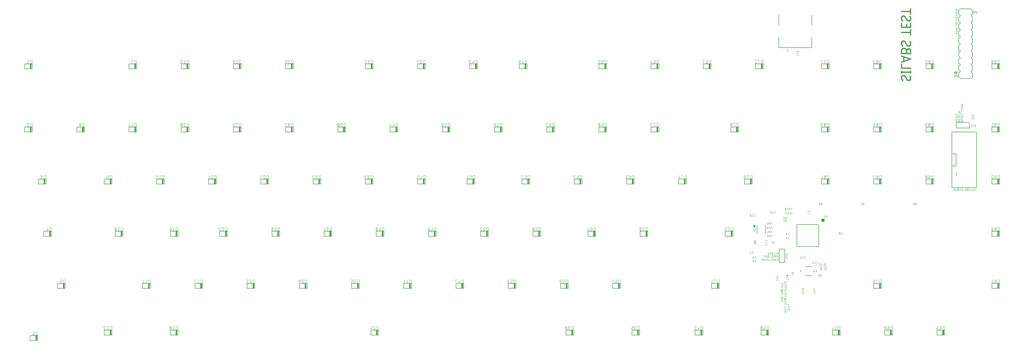
<source format=gbr>
G04 EAGLE Gerber X2 export*
G75*
%MOMM*%
%FSLAX34Y34*%
%LPD*%
%AMOC8*
5,1,8,0,0,1.08239X$1,22.5*%
G01*
%ADD10C,0.101600*%
%ADD11C,0.457200*%
%ADD12C,0.203200*%
%ADD13C,0.127000*%
%ADD14C,1.016000*%
%ADD15C,0.152400*%
%ADD16C,0.364000*%
%ADD17C,0.600000*%
%ADD18C,0.076200*%

G36*
X1740565Y1010377D02*
X1740565Y1010377D01*
X1740631Y1010379D01*
X1740674Y1010397D01*
X1740721Y1010405D01*
X1740778Y1010439D01*
X1740838Y1010464D01*
X1740873Y1010495D01*
X1740914Y1010520D01*
X1740956Y1010571D01*
X1741004Y1010615D01*
X1741026Y1010657D01*
X1741055Y1010694D01*
X1741076Y1010756D01*
X1741107Y1010815D01*
X1741115Y1010869D01*
X1741127Y1010906D01*
X1741126Y1010946D01*
X1741134Y1011000D01*
X1741134Y1029000D01*
X1741123Y1029065D01*
X1741121Y1029131D01*
X1741103Y1029174D01*
X1741095Y1029221D01*
X1741061Y1029278D01*
X1741036Y1029338D01*
X1741005Y1029373D01*
X1740980Y1029414D01*
X1740929Y1029456D01*
X1740885Y1029504D01*
X1740843Y1029526D01*
X1740806Y1029555D01*
X1740744Y1029576D01*
X1740685Y1029607D01*
X1740631Y1029615D01*
X1740594Y1029627D01*
X1740554Y1029626D01*
X1740500Y1029634D01*
X1736500Y1029634D01*
X1736435Y1029623D01*
X1736369Y1029621D01*
X1736326Y1029603D01*
X1736279Y1029595D01*
X1736222Y1029561D01*
X1736162Y1029536D01*
X1736127Y1029505D01*
X1736086Y1029480D01*
X1736045Y1029429D01*
X1735996Y1029385D01*
X1735974Y1029343D01*
X1735945Y1029306D01*
X1735924Y1029244D01*
X1735893Y1029185D01*
X1735885Y1029131D01*
X1735873Y1029094D01*
X1735874Y1029054D01*
X1735866Y1029000D01*
X1735866Y1011000D01*
X1735877Y1010935D01*
X1735879Y1010869D01*
X1735897Y1010826D01*
X1735905Y1010779D01*
X1735939Y1010722D01*
X1735964Y1010662D01*
X1735995Y1010627D01*
X1736020Y1010586D01*
X1736071Y1010545D01*
X1736115Y1010496D01*
X1736157Y1010474D01*
X1736194Y1010445D01*
X1736256Y1010424D01*
X1736315Y1010393D01*
X1736369Y1010385D01*
X1736406Y1010373D01*
X1736446Y1010374D01*
X1736500Y1010366D01*
X1740500Y1010366D01*
X1740565Y1010377D01*
G37*
G36*
X500565Y1010377D02*
X500565Y1010377D01*
X500631Y1010379D01*
X500674Y1010397D01*
X500721Y1010405D01*
X500778Y1010439D01*
X500838Y1010464D01*
X500873Y1010495D01*
X500914Y1010520D01*
X500956Y1010571D01*
X501004Y1010615D01*
X501026Y1010657D01*
X501055Y1010694D01*
X501076Y1010756D01*
X501107Y1010815D01*
X501115Y1010869D01*
X501127Y1010906D01*
X501126Y1010946D01*
X501134Y1011000D01*
X501134Y1029000D01*
X501123Y1029065D01*
X501121Y1029131D01*
X501103Y1029174D01*
X501095Y1029221D01*
X501061Y1029278D01*
X501036Y1029338D01*
X501005Y1029373D01*
X500980Y1029414D01*
X500929Y1029456D01*
X500885Y1029504D01*
X500843Y1029526D01*
X500806Y1029555D01*
X500744Y1029576D01*
X500685Y1029607D01*
X500631Y1029615D01*
X500594Y1029627D01*
X500554Y1029626D01*
X500500Y1029634D01*
X496500Y1029634D01*
X496435Y1029623D01*
X496369Y1029621D01*
X496326Y1029603D01*
X496279Y1029595D01*
X496222Y1029561D01*
X496162Y1029536D01*
X496127Y1029505D01*
X496086Y1029480D01*
X496045Y1029429D01*
X495996Y1029385D01*
X495974Y1029343D01*
X495945Y1029306D01*
X495924Y1029244D01*
X495893Y1029185D01*
X495885Y1029131D01*
X495873Y1029094D01*
X495874Y1029054D01*
X495866Y1029000D01*
X495866Y1011000D01*
X495877Y1010935D01*
X495879Y1010869D01*
X495897Y1010826D01*
X495905Y1010779D01*
X495939Y1010722D01*
X495964Y1010662D01*
X495995Y1010627D01*
X496020Y1010586D01*
X496071Y1010545D01*
X496115Y1010496D01*
X496157Y1010474D01*
X496194Y1010445D01*
X496256Y1010424D01*
X496315Y1010393D01*
X496369Y1010385D01*
X496406Y1010373D01*
X496446Y1010374D01*
X496500Y1010366D01*
X500500Y1010366D01*
X500565Y1010377D01*
G37*
G36*
X2590565Y1010377D02*
X2590565Y1010377D01*
X2590631Y1010379D01*
X2590674Y1010397D01*
X2590721Y1010405D01*
X2590778Y1010439D01*
X2590838Y1010464D01*
X2590873Y1010495D01*
X2590914Y1010520D01*
X2590956Y1010571D01*
X2591004Y1010615D01*
X2591026Y1010657D01*
X2591055Y1010694D01*
X2591076Y1010756D01*
X2591107Y1010815D01*
X2591115Y1010869D01*
X2591127Y1010906D01*
X2591126Y1010946D01*
X2591134Y1011000D01*
X2591134Y1029000D01*
X2591123Y1029065D01*
X2591121Y1029131D01*
X2591103Y1029174D01*
X2591095Y1029221D01*
X2591061Y1029278D01*
X2591036Y1029338D01*
X2591005Y1029373D01*
X2590980Y1029414D01*
X2590929Y1029456D01*
X2590885Y1029504D01*
X2590843Y1029526D01*
X2590806Y1029555D01*
X2590744Y1029576D01*
X2590685Y1029607D01*
X2590631Y1029615D01*
X2590594Y1029627D01*
X2590554Y1029626D01*
X2590500Y1029634D01*
X2586500Y1029634D01*
X2586435Y1029623D01*
X2586369Y1029621D01*
X2586326Y1029603D01*
X2586279Y1029595D01*
X2586222Y1029561D01*
X2586162Y1029536D01*
X2586127Y1029505D01*
X2586086Y1029480D01*
X2586045Y1029429D01*
X2585996Y1029385D01*
X2585974Y1029343D01*
X2585945Y1029306D01*
X2585924Y1029244D01*
X2585893Y1029185D01*
X2585885Y1029131D01*
X2585873Y1029094D01*
X2585874Y1029054D01*
X2585866Y1029000D01*
X2585866Y1011000D01*
X2585877Y1010935D01*
X2585879Y1010869D01*
X2585897Y1010826D01*
X2585905Y1010779D01*
X2585939Y1010722D01*
X2585964Y1010662D01*
X2585995Y1010627D01*
X2586020Y1010586D01*
X2586071Y1010545D01*
X2586115Y1010496D01*
X2586157Y1010474D01*
X2586194Y1010445D01*
X2586256Y1010424D01*
X2586315Y1010393D01*
X2586369Y1010385D01*
X2586406Y1010373D01*
X2586446Y1010374D01*
X2586500Y1010366D01*
X2590500Y1010366D01*
X2590565Y1010377D01*
G37*
G36*
X120565Y1010377D02*
X120565Y1010377D01*
X120631Y1010379D01*
X120674Y1010397D01*
X120721Y1010405D01*
X120778Y1010439D01*
X120838Y1010464D01*
X120873Y1010495D01*
X120914Y1010520D01*
X120956Y1010571D01*
X121004Y1010615D01*
X121026Y1010657D01*
X121055Y1010694D01*
X121076Y1010756D01*
X121107Y1010815D01*
X121115Y1010869D01*
X121127Y1010906D01*
X121126Y1010946D01*
X121134Y1011000D01*
X121134Y1029000D01*
X121123Y1029065D01*
X121121Y1029131D01*
X121103Y1029174D01*
X121095Y1029221D01*
X121061Y1029278D01*
X121036Y1029338D01*
X121005Y1029373D01*
X120980Y1029414D01*
X120929Y1029456D01*
X120885Y1029504D01*
X120843Y1029526D01*
X120806Y1029555D01*
X120744Y1029576D01*
X120685Y1029607D01*
X120631Y1029615D01*
X120594Y1029627D01*
X120554Y1029626D01*
X120500Y1029634D01*
X116500Y1029634D01*
X116435Y1029623D01*
X116369Y1029621D01*
X116326Y1029603D01*
X116279Y1029595D01*
X116222Y1029561D01*
X116162Y1029536D01*
X116127Y1029505D01*
X116086Y1029480D01*
X116045Y1029429D01*
X115996Y1029385D01*
X115974Y1029343D01*
X115945Y1029306D01*
X115924Y1029244D01*
X115893Y1029185D01*
X115885Y1029131D01*
X115873Y1029094D01*
X115874Y1029054D01*
X115866Y1029000D01*
X115866Y1011000D01*
X115877Y1010935D01*
X115879Y1010869D01*
X115897Y1010826D01*
X115905Y1010779D01*
X115939Y1010722D01*
X115964Y1010662D01*
X115995Y1010627D01*
X116020Y1010586D01*
X116071Y1010545D01*
X116115Y1010496D01*
X116157Y1010474D01*
X116194Y1010445D01*
X116256Y1010424D01*
X116315Y1010393D01*
X116369Y1010385D01*
X116406Y1010373D01*
X116446Y1010374D01*
X116500Y1010366D01*
X120500Y1010366D01*
X120565Y1010377D01*
G37*
G36*
X1070565Y1010377D02*
X1070565Y1010377D01*
X1070631Y1010379D01*
X1070674Y1010397D01*
X1070721Y1010405D01*
X1070778Y1010439D01*
X1070838Y1010464D01*
X1070873Y1010495D01*
X1070914Y1010520D01*
X1070956Y1010571D01*
X1071004Y1010615D01*
X1071026Y1010657D01*
X1071055Y1010694D01*
X1071076Y1010756D01*
X1071107Y1010815D01*
X1071115Y1010869D01*
X1071127Y1010906D01*
X1071126Y1010946D01*
X1071134Y1011000D01*
X1071134Y1029000D01*
X1071123Y1029065D01*
X1071121Y1029131D01*
X1071103Y1029174D01*
X1071095Y1029221D01*
X1071061Y1029278D01*
X1071036Y1029338D01*
X1071005Y1029373D01*
X1070980Y1029414D01*
X1070929Y1029456D01*
X1070885Y1029504D01*
X1070843Y1029526D01*
X1070806Y1029555D01*
X1070744Y1029576D01*
X1070685Y1029607D01*
X1070631Y1029615D01*
X1070594Y1029627D01*
X1070554Y1029626D01*
X1070500Y1029634D01*
X1066500Y1029634D01*
X1066435Y1029623D01*
X1066369Y1029621D01*
X1066326Y1029603D01*
X1066279Y1029595D01*
X1066222Y1029561D01*
X1066162Y1029536D01*
X1066127Y1029505D01*
X1066086Y1029480D01*
X1066045Y1029429D01*
X1065996Y1029385D01*
X1065974Y1029343D01*
X1065945Y1029306D01*
X1065924Y1029244D01*
X1065893Y1029185D01*
X1065885Y1029131D01*
X1065873Y1029094D01*
X1065874Y1029054D01*
X1065866Y1029000D01*
X1065866Y1011000D01*
X1065877Y1010935D01*
X1065879Y1010869D01*
X1065897Y1010826D01*
X1065905Y1010779D01*
X1065939Y1010722D01*
X1065964Y1010662D01*
X1065995Y1010627D01*
X1066020Y1010586D01*
X1066071Y1010545D01*
X1066115Y1010496D01*
X1066157Y1010474D01*
X1066194Y1010445D01*
X1066256Y1010424D01*
X1066315Y1010393D01*
X1066369Y1010385D01*
X1066406Y1010373D01*
X1066446Y1010374D01*
X1066500Y1010366D01*
X1070500Y1010366D01*
X1070565Y1010377D01*
G37*
G36*
X3640565Y1010377D02*
X3640565Y1010377D01*
X3640631Y1010379D01*
X3640674Y1010397D01*
X3640721Y1010405D01*
X3640778Y1010439D01*
X3640838Y1010464D01*
X3640873Y1010495D01*
X3640914Y1010520D01*
X3640956Y1010571D01*
X3641004Y1010615D01*
X3641026Y1010657D01*
X3641055Y1010694D01*
X3641076Y1010756D01*
X3641107Y1010815D01*
X3641115Y1010869D01*
X3641127Y1010906D01*
X3641126Y1010946D01*
X3641134Y1011000D01*
X3641134Y1029000D01*
X3641123Y1029065D01*
X3641121Y1029131D01*
X3641103Y1029174D01*
X3641095Y1029221D01*
X3641061Y1029278D01*
X3641036Y1029338D01*
X3641005Y1029373D01*
X3640980Y1029414D01*
X3640929Y1029456D01*
X3640885Y1029504D01*
X3640843Y1029526D01*
X3640806Y1029555D01*
X3640744Y1029576D01*
X3640685Y1029607D01*
X3640631Y1029615D01*
X3640594Y1029627D01*
X3640554Y1029626D01*
X3640500Y1029634D01*
X3636500Y1029634D01*
X3636435Y1029623D01*
X3636369Y1029621D01*
X3636326Y1029603D01*
X3636279Y1029595D01*
X3636222Y1029561D01*
X3636162Y1029536D01*
X3636127Y1029505D01*
X3636086Y1029480D01*
X3636045Y1029429D01*
X3635996Y1029385D01*
X3635974Y1029343D01*
X3635945Y1029306D01*
X3635924Y1029244D01*
X3635893Y1029185D01*
X3635885Y1029131D01*
X3635873Y1029094D01*
X3635874Y1029054D01*
X3635866Y1029000D01*
X3635866Y1011000D01*
X3635877Y1010935D01*
X3635879Y1010869D01*
X3635897Y1010826D01*
X3635905Y1010779D01*
X3635939Y1010722D01*
X3635964Y1010662D01*
X3635995Y1010627D01*
X3636020Y1010586D01*
X3636071Y1010545D01*
X3636115Y1010496D01*
X3636157Y1010474D01*
X3636194Y1010445D01*
X3636256Y1010424D01*
X3636315Y1010393D01*
X3636369Y1010385D01*
X3636406Y1010373D01*
X3636446Y1010374D01*
X3636500Y1010366D01*
X3640500Y1010366D01*
X3640565Y1010377D01*
G37*
G36*
X1920565Y1010377D02*
X1920565Y1010377D01*
X1920631Y1010379D01*
X1920674Y1010397D01*
X1920721Y1010405D01*
X1920778Y1010439D01*
X1920838Y1010464D01*
X1920873Y1010495D01*
X1920914Y1010520D01*
X1920956Y1010571D01*
X1921004Y1010615D01*
X1921026Y1010657D01*
X1921055Y1010694D01*
X1921076Y1010756D01*
X1921107Y1010815D01*
X1921115Y1010869D01*
X1921127Y1010906D01*
X1921126Y1010946D01*
X1921134Y1011000D01*
X1921134Y1029000D01*
X1921123Y1029065D01*
X1921121Y1029131D01*
X1921103Y1029174D01*
X1921095Y1029221D01*
X1921061Y1029278D01*
X1921036Y1029338D01*
X1921005Y1029373D01*
X1920980Y1029414D01*
X1920929Y1029456D01*
X1920885Y1029504D01*
X1920843Y1029526D01*
X1920806Y1029555D01*
X1920744Y1029576D01*
X1920685Y1029607D01*
X1920631Y1029615D01*
X1920594Y1029627D01*
X1920554Y1029626D01*
X1920500Y1029634D01*
X1916500Y1029634D01*
X1916435Y1029623D01*
X1916369Y1029621D01*
X1916326Y1029603D01*
X1916279Y1029595D01*
X1916222Y1029561D01*
X1916162Y1029536D01*
X1916127Y1029505D01*
X1916086Y1029480D01*
X1916045Y1029429D01*
X1915996Y1029385D01*
X1915974Y1029343D01*
X1915945Y1029306D01*
X1915924Y1029244D01*
X1915893Y1029185D01*
X1915885Y1029131D01*
X1915873Y1029094D01*
X1915874Y1029054D01*
X1915866Y1029000D01*
X1915866Y1011000D01*
X1915877Y1010935D01*
X1915879Y1010869D01*
X1915897Y1010826D01*
X1915905Y1010779D01*
X1915939Y1010722D01*
X1915964Y1010662D01*
X1915995Y1010627D01*
X1916020Y1010586D01*
X1916071Y1010545D01*
X1916115Y1010496D01*
X1916157Y1010474D01*
X1916194Y1010445D01*
X1916256Y1010424D01*
X1916315Y1010393D01*
X1916369Y1010385D01*
X1916406Y1010373D01*
X1916446Y1010374D01*
X1916500Y1010366D01*
X1920500Y1010366D01*
X1920565Y1010377D01*
G37*
G36*
X690565Y1010377D02*
X690565Y1010377D01*
X690631Y1010379D01*
X690674Y1010397D01*
X690721Y1010405D01*
X690778Y1010439D01*
X690838Y1010464D01*
X690873Y1010495D01*
X690914Y1010520D01*
X690956Y1010571D01*
X691004Y1010615D01*
X691026Y1010657D01*
X691055Y1010694D01*
X691076Y1010756D01*
X691107Y1010815D01*
X691115Y1010869D01*
X691127Y1010906D01*
X691126Y1010946D01*
X691134Y1011000D01*
X691134Y1029000D01*
X691123Y1029065D01*
X691121Y1029131D01*
X691103Y1029174D01*
X691095Y1029221D01*
X691061Y1029278D01*
X691036Y1029338D01*
X691005Y1029373D01*
X690980Y1029414D01*
X690929Y1029456D01*
X690885Y1029504D01*
X690843Y1029526D01*
X690806Y1029555D01*
X690744Y1029576D01*
X690685Y1029607D01*
X690631Y1029615D01*
X690594Y1029627D01*
X690554Y1029626D01*
X690500Y1029634D01*
X686500Y1029634D01*
X686435Y1029623D01*
X686369Y1029621D01*
X686326Y1029603D01*
X686279Y1029595D01*
X686222Y1029561D01*
X686162Y1029536D01*
X686127Y1029505D01*
X686086Y1029480D01*
X686045Y1029429D01*
X685996Y1029385D01*
X685974Y1029343D01*
X685945Y1029306D01*
X685924Y1029244D01*
X685893Y1029185D01*
X685885Y1029131D01*
X685873Y1029094D01*
X685874Y1029054D01*
X685866Y1029000D01*
X685866Y1011000D01*
X685877Y1010935D01*
X685879Y1010869D01*
X685897Y1010826D01*
X685905Y1010779D01*
X685939Y1010722D01*
X685964Y1010662D01*
X685995Y1010627D01*
X686020Y1010586D01*
X686071Y1010545D01*
X686115Y1010496D01*
X686157Y1010474D01*
X686194Y1010445D01*
X686256Y1010424D01*
X686315Y1010393D01*
X686369Y1010385D01*
X686406Y1010373D01*
X686446Y1010374D01*
X686500Y1010366D01*
X690500Y1010366D01*
X690565Y1010377D01*
G37*
G36*
X1360565Y1010377D02*
X1360565Y1010377D01*
X1360631Y1010379D01*
X1360674Y1010397D01*
X1360721Y1010405D01*
X1360778Y1010439D01*
X1360838Y1010464D01*
X1360873Y1010495D01*
X1360914Y1010520D01*
X1360956Y1010571D01*
X1361004Y1010615D01*
X1361026Y1010657D01*
X1361055Y1010694D01*
X1361076Y1010756D01*
X1361107Y1010815D01*
X1361115Y1010869D01*
X1361127Y1010906D01*
X1361126Y1010946D01*
X1361134Y1011000D01*
X1361134Y1029000D01*
X1361123Y1029065D01*
X1361121Y1029131D01*
X1361103Y1029174D01*
X1361095Y1029221D01*
X1361061Y1029278D01*
X1361036Y1029338D01*
X1361005Y1029373D01*
X1360980Y1029414D01*
X1360929Y1029456D01*
X1360885Y1029504D01*
X1360843Y1029526D01*
X1360806Y1029555D01*
X1360744Y1029576D01*
X1360685Y1029607D01*
X1360631Y1029615D01*
X1360594Y1029627D01*
X1360554Y1029626D01*
X1360500Y1029634D01*
X1356500Y1029634D01*
X1356435Y1029623D01*
X1356369Y1029621D01*
X1356326Y1029603D01*
X1356279Y1029595D01*
X1356222Y1029561D01*
X1356162Y1029536D01*
X1356127Y1029505D01*
X1356086Y1029480D01*
X1356045Y1029429D01*
X1355996Y1029385D01*
X1355974Y1029343D01*
X1355945Y1029306D01*
X1355924Y1029244D01*
X1355893Y1029185D01*
X1355885Y1029131D01*
X1355873Y1029094D01*
X1355874Y1029054D01*
X1355866Y1029000D01*
X1355866Y1011000D01*
X1355877Y1010935D01*
X1355879Y1010869D01*
X1355897Y1010826D01*
X1355905Y1010779D01*
X1355939Y1010722D01*
X1355964Y1010662D01*
X1355995Y1010627D01*
X1356020Y1010586D01*
X1356071Y1010545D01*
X1356115Y1010496D01*
X1356157Y1010474D01*
X1356194Y1010445D01*
X1356256Y1010424D01*
X1356315Y1010393D01*
X1356369Y1010385D01*
X1356406Y1010373D01*
X1356446Y1010374D01*
X1356500Y1010366D01*
X1360500Y1010366D01*
X1360565Y1010377D01*
G37*
G36*
X880565Y1010377D02*
X880565Y1010377D01*
X880631Y1010379D01*
X880674Y1010397D01*
X880721Y1010405D01*
X880778Y1010439D01*
X880838Y1010464D01*
X880873Y1010495D01*
X880914Y1010520D01*
X880956Y1010571D01*
X881004Y1010615D01*
X881026Y1010657D01*
X881055Y1010694D01*
X881076Y1010756D01*
X881107Y1010815D01*
X881115Y1010869D01*
X881127Y1010906D01*
X881126Y1010946D01*
X881134Y1011000D01*
X881134Y1029000D01*
X881123Y1029065D01*
X881121Y1029131D01*
X881103Y1029174D01*
X881095Y1029221D01*
X881061Y1029278D01*
X881036Y1029338D01*
X881005Y1029373D01*
X880980Y1029414D01*
X880929Y1029456D01*
X880885Y1029504D01*
X880843Y1029526D01*
X880806Y1029555D01*
X880744Y1029576D01*
X880685Y1029607D01*
X880631Y1029615D01*
X880594Y1029627D01*
X880554Y1029626D01*
X880500Y1029634D01*
X876500Y1029634D01*
X876435Y1029623D01*
X876369Y1029621D01*
X876326Y1029603D01*
X876279Y1029595D01*
X876222Y1029561D01*
X876162Y1029536D01*
X876127Y1029505D01*
X876086Y1029480D01*
X876045Y1029429D01*
X875996Y1029385D01*
X875974Y1029343D01*
X875945Y1029306D01*
X875924Y1029244D01*
X875893Y1029185D01*
X875885Y1029131D01*
X875873Y1029094D01*
X875874Y1029054D01*
X875866Y1029000D01*
X875866Y1011000D01*
X875877Y1010935D01*
X875879Y1010869D01*
X875897Y1010826D01*
X875905Y1010779D01*
X875939Y1010722D01*
X875964Y1010662D01*
X875995Y1010627D01*
X876020Y1010586D01*
X876071Y1010545D01*
X876115Y1010496D01*
X876157Y1010474D01*
X876194Y1010445D01*
X876256Y1010424D01*
X876315Y1010393D01*
X876369Y1010385D01*
X876406Y1010373D01*
X876446Y1010374D01*
X876500Y1010366D01*
X880500Y1010366D01*
X880565Y1010377D01*
G37*
G36*
X2400565Y1010377D02*
X2400565Y1010377D01*
X2400631Y1010379D01*
X2400674Y1010397D01*
X2400721Y1010405D01*
X2400778Y1010439D01*
X2400838Y1010464D01*
X2400873Y1010495D01*
X2400914Y1010520D01*
X2400956Y1010571D01*
X2401004Y1010615D01*
X2401026Y1010657D01*
X2401055Y1010694D01*
X2401076Y1010756D01*
X2401107Y1010815D01*
X2401115Y1010869D01*
X2401127Y1010906D01*
X2401126Y1010946D01*
X2401134Y1011000D01*
X2401134Y1029000D01*
X2401123Y1029065D01*
X2401121Y1029131D01*
X2401103Y1029174D01*
X2401095Y1029221D01*
X2401061Y1029278D01*
X2401036Y1029338D01*
X2401005Y1029373D01*
X2400980Y1029414D01*
X2400929Y1029456D01*
X2400885Y1029504D01*
X2400843Y1029526D01*
X2400806Y1029555D01*
X2400744Y1029576D01*
X2400685Y1029607D01*
X2400631Y1029615D01*
X2400594Y1029627D01*
X2400554Y1029626D01*
X2400500Y1029634D01*
X2396500Y1029634D01*
X2396435Y1029623D01*
X2396369Y1029621D01*
X2396326Y1029603D01*
X2396279Y1029595D01*
X2396222Y1029561D01*
X2396162Y1029536D01*
X2396127Y1029505D01*
X2396086Y1029480D01*
X2396045Y1029429D01*
X2395996Y1029385D01*
X2395974Y1029343D01*
X2395945Y1029306D01*
X2395924Y1029244D01*
X2395893Y1029185D01*
X2395885Y1029131D01*
X2395873Y1029094D01*
X2395874Y1029054D01*
X2395866Y1029000D01*
X2395866Y1011000D01*
X2395877Y1010935D01*
X2395879Y1010869D01*
X2395897Y1010826D01*
X2395905Y1010779D01*
X2395939Y1010722D01*
X2395964Y1010662D01*
X2395995Y1010627D01*
X2396020Y1010586D01*
X2396071Y1010545D01*
X2396115Y1010496D01*
X2396157Y1010474D01*
X2396194Y1010445D01*
X2396256Y1010424D01*
X2396315Y1010393D01*
X2396369Y1010385D01*
X2396406Y1010373D01*
X2396446Y1010374D01*
X2396500Y1010366D01*
X2400500Y1010366D01*
X2400565Y1010377D01*
G37*
G36*
X3210565Y1010377D02*
X3210565Y1010377D01*
X3210631Y1010379D01*
X3210674Y1010397D01*
X3210721Y1010405D01*
X3210778Y1010439D01*
X3210838Y1010464D01*
X3210873Y1010495D01*
X3210914Y1010520D01*
X3210956Y1010571D01*
X3211004Y1010615D01*
X3211026Y1010657D01*
X3211055Y1010694D01*
X3211076Y1010756D01*
X3211107Y1010815D01*
X3211115Y1010869D01*
X3211127Y1010906D01*
X3211126Y1010946D01*
X3211134Y1011000D01*
X3211134Y1029000D01*
X3211123Y1029065D01*
X3211121Y1029131D01*
X3211103Y1029174D01*
X3211095Y1029221D01*
X3211061Y1029278D01*
X3211036Y1029338D01*
X3211005Y1029373D01*
X3210980Y1029414D01*
X3210929Y1029456D01*
X3210885Y1029504D01*
X3210843Y1029526D01*
X3210806Y1029555D01*
X3210744Y1029576D01*
X3210685Y1029607D01*
X3210631Y1029615D01*
X3210594Y1029627D01*
X3210554Y1029626D01*
X3210500Y1029634D01*
X3206500Y1029634D01*
X3206435Y1029623D01*
X3206369Y1029621D01*
X3206326Y1029603D01*
X3206279Y1029595D01*
X3206222Y1029561D01*
X3206162Y1029536D01*
X3206127Y1029505D01*
X3206086Y1029480D01*
X3206045Y1029429D01*
X3205996Y1029385D01*
X3205974Y1029343D01*
X3205945Y1029306D01*
X3205924Y1029244D01*
X3205893Y1029185D01*
X3205885Y1029131D01*
X3205873Y1029094D01*
X3205874Y1029054D01*
X3205866Y1029000D01*
X3205866Y1011000D01*
X3205877Y1010935D01*
X3205879Y1010869D01*
X3205897Y1010826D01*
X3205905Y1010779D01*
X3205939Y1010722D01*
X3205964Y1010662D01*
X3205995Y1010627D01*
X3206020Y1010586D01*
X3206071Y1010545D01*
X3206115Y1010496D01*
X3206157Y1010474D01*
X3206194Y1010445D01*
X3206256Y1010424D01*
X3206315Y1010393D01*
X3206369Y1010385D01*
X3206406Y1010373D01*
X3206446Y1010374D01*
X3206500Y1010366D01*
X3210500Y1010366D01*
X3210565Y1010377D01*
G37*
G36*
X3400565Y1010377D02*
X3400565Y1010377D01*
X3400631Y1010379D01*
X3400674Y1010397D01*
X3400721Y1010405D01*
X3400778Y1010439D01*
X3400838Y1010464D01*
X3400873Y1010495D01*
X3400914Y1010520D01*
X3400956Y1010571D01*
X3401004Y1010615D01*
X3401026Y1010657D01*
X3401055Y1010694D01*
X3401076Y1010756D01*
X3401107Y1010815D01*
X3401115Y1010869D01*
X3401127Y1010906D01*
X3401126Y1010946D01*
X3401134Y1011000D01*
X3401134Y1029000D01*
X3401123Y1029065D01*
X3401121Y1029131D01*
X3401103Y1029174D01*
X3401095Y1029221D01*
X3401061Y1029278D01*
X3401036Y1029338D01*
X3401005Y1029373D01*
X3400980Y1029414D01*
X3400929Y1029456D01*
X3400885Y1029504D01*
X3400843Y1029526D01*
X3400806Y1029555D01*
X3400744Y1029576D01*
X3400685Y1029607D01*
X3400631Y1029615D01*
X3400594Y1029627D01*
X3400554Y1029626D01*
X3400500Y1029634D01*
X3396500Y1029634D01*
X3396435Y1029623D01*
X3396369Y1029621D01*
X3396326Y1029603D01*
X3396279Y1029595D01*
X3396222Y1029561D01*
X3396162Y1029536D01*
X3396127Y1029505D01*
X3396086Y1029480D01*
X3396045Y1029429D01*
X3395996Y1029385D01*
X3395974Y1029343D01*
X3395945Y1029306D01*
X3395924Y1029244D01*
X3395893Y1029185D01*
X3395885Y1029131D01*
X3395873Y1029094D01*
X3395874Y1029054D01*
X3395866Y1029000D01*
X3395866Y1011000D01*
X3395877Y1010935D01*
X3395879Y1010869D01*
X3395897Y1010826D01*
X3395905Y1010779D01*
X3395939Y1010722D01*
X3395964Y1010662D01*
X3395995Y1010627D01*
X3396020Y1010586D01*
X3396071Y1010545D01*
X3396115Y1010496D01*
X3396157Y1010474D01*
X3396194Y1010445D01*
X3396256Y1010424D01*
X3396315Y1010393D01*
X3396369Y1010385D01*
X3396406Y1010373D01*
X3396446Y1010374D01*
X3396500Y1010366D01*
X3400500Y1010366D01*
X3400565Y1010377D01*
G37*
G36*
X2780565Y1010377D02*
X2780565Y1010377D01*
X2780631Y1010379D01*
X2780674Y1010397D01*
X2780721Y1010405D01*
X2780778Y1010439D01*
X2780838Y1010464D01*
X2780873Y1010495D01*
X2780914Y1010520D01*
X2780956Y1010571D01*
X2781004Y1010615D01*
X2781026Y1010657D01*
X2781055Y1010694D01*
X2781076Y1010756D01*
X2781107Y1010815D01*
X2781115Y1010869D01*
X2781127Y1010906D01*
X2781126Y1010946D01*
X2781134Y1011000D01*
X2781134Y1029000D01*
X2781123Y1029065D01*
X2781121Y1029131D01*
X2781103Y1029174D01*
X2781095Y1029221D01*
X2781061Y1029278D01*
X2781036Y1029338D01*
X2781005Y1029373D01*
X2780980Y1029414D01*
X2780929Y1029456D01*
X2780885Y1029504D01*
X2780843Y1029526D01*
X2780806Y1029555D01*
X2780744Y1029576D01*
X2780685Y1029607D01*
X2780631Y1029615D01*
X2780594Y1029627D01*
X2780554Y1029626D01*
X2780500Y1029634D01*
X2776500Y1029634D01*
X2776435Y1029623D01*
X2776369Y1029621D01*
X2776326Y1029603D01*
X2776279Y1029595D01*
X2776222Y1029561D01*
X2776162Y1029536D01*
X2776127Y1029505D01*
X2776086Y1029480D01*
X2776045Y1029429D01*
X2775996Y1029385D01*
X2775974Y1029343D01*
X2775945Y1029306D01*
X2775924Y1029244D01*
X2775893Y1029185D01*
X2775885Y1029131D01*
X2775873Y1029094D01*
X2775874Y1029054D01*
X2775866Y1029000D01*
X2775866Y1011000D01*
X2775877Y1010935D01*
X2775879Y1010869D01*
X2775897Y1010826D01*
X2775905Y1010779D01*
X2775939Y1010722D01*
X2775964Y1010662D01*
X2775995Y1010627D01*
X2776020Y1010586D01*
X2776071Y1010545D01*
X2776115Y1010496D01*
X2776157Y1010474D01*
X2776194Y1010445D01*
X2776256Y1010424D01*
X2776315Y1010393D01*
X2776369Y1010385D01*
X2776406Y1010373D01*
X2776446Y1010374D01*
X2776500Y1010366D01*
X2780500Y1010366D01*
X2780565Y1010377D01*
G37*
G36*
X3020565Y1010377D02*
X3020565Y1010377D01*
X3020631Y1010379D01*
X3020674Y1010397D01*
X3020721Y1010405D01*
X3020778Y1010439D01*
X3020838Y1010464D01*
X3020873Y1010495D01*
X3020914Y1010520D01*
X3020956Y1010571D01*
X3021004Y1010615D01*
X3021026Y1010657D01*
X3021055Y1010694D01*
X3021076Y1010756D01*
X3021107Y1010815D01*
X3021115Y1010869D01*
X3021127Y1010906D01*
X3021126Y1010946D01*
X3021134Y1011000D01*
X3021134Y1029000D01*
X3021123Y1029065D01*
X3021121Y1029131D01*
X3021103Y1029174D01*
X3021095Y1029221D01*
X3021061Y1029278D01*
X3021036Y1029338D01*
X3021005Y1029373D01*
X3020980Y1029414D01*
X3020929Y1029456D01*
X3020885Y1029504D01*
X3020843Y1029526D01*
X3020806Y1029555D01*
X3020744Y1029576D01*
X3020685Y1029607D01*
X3020631Y1029615D01*
X3020594Y1029627D01*
X3020554Y1029626D01*
X3020500Y1029634D01*
X3016500Y1029634D01*
X3016435Y1029623D01*
X3016369Y1029621D01*
X3016326Y1029603D01*
X3016279Y1029595D01*
X3016222Y1029561D01*
X3016162Y1029536D01*
X3016127Y1029505D01*
X3016086Y1029480D01*
X3016045Y1029429D01*
X3015996Y1029385D01*
X3015974Y1029343D01*
X3015945Y1029306D01*
X3015924Y1029244D01*
X3015893Y1029185D01*
X3015885Y1029131D01*
X3015873Y1029094D01*
X3015874Y1029054D01*
X3015866Y1029000D01*
X3015866Y1011000D01*
X3015877Y1010935D01*
X3015879Y1010869D01*
X3015897Y1010826D01*
X3015905Y1010779D01*
X3015939Y1010722D01*
X3015964Y1010662D01*
X3015995Y1010627D01*
X3016020Y1010586D01*
X3016071Y1010545D01*
X3016115Y1010496D01*
X3016157Y1010474D01*
X3016194Y1010445D01*
X3016256Y1010424D01*
X3016315Y1010393D01*
X3016369Y1010385D01*
X3016406Y1010373D01*
X3016446Y1010374D01*
X3016500Y1010366D01*
X3020500Y1010366D01*
X3020565Y1010377D01*
G37*
G36*
X1550565Y1010377D02*
X1550565Y1010377D01*
X1550631Y1010379D01*
X1550674Y1010397D01*
X1550721Y1010405D01*
X1550778Y1010439D01*
X1550838Y1010464D01*
X1550873Y1010495D01*
X1550914Y1010520D01*
X1550956Y1010571D01*
X1551004Y1010615D01*
X1551026Y1010657D01*
X1551055Y1010694D01*
X1551076Y1010756D01*
X1551107Y1010815D01*
X1551115Y1010869D01*
X1551127Y1010906D01*
X1551126Y1010946D01*
X1551134Y1011000D01*
X1551134Y1029000D01*
X1551123Y1029065D01*
X1551121Y1029131D01*
X1551103Y1029174D01*
X1551095Y1029221D01*
X1551061Y1029278D01*
X1551036Y1029338D01*
X1551005Y1029373D01*
X1550980Y1029414D01*
X1550929Y1029456D01*
X1550885Y1029504D01*
X1550843Y1029526D01*
X1550806Y1029555D01*
X1550744Y1029576D01*
X1550685Y1029607D01*
X1550631Y1029615D01*
X1550594Y1029627D01*
X1550554Y1029626D01*
X1550500Y1029634D01*
X1546500Y1029634D01*
X1546435Y1029623D01*
X1546369Y1029621D01*
X1546326Y1029603D01*
X1546279Y1029595D01*
X1546222Y1029561D01*
X1546162Y1029536D01*
X1546127Y1029505D01*
X1546086Y1029480D01*
X1546045Y1029429D01*
X1545996Y1029385D01*
X1545974Y1029343D01*
X1545945Y1029306D01*
X1545924Y1029244D01*
X1545893Y1029185D01*
X1545885Y1029131D01*
X1545873Y1029094D01*
X1545874Y1029054D01*
X1545866Y1029000D01*
X1545866Y1011000D01*
X1545877Y1010935D01*
X1545879Y1010869D01*
X1545897Y1010826D01*
X1545905Y1010779D01*
X1545939Y1010722D01*
X1545964Y1010662D01*
X1545995Y1010627D01*
X1546020Y1010586D01*
X1546071Y1010545D01*
X1546115Y1010496D01*
X1546157Y1010474D01*
X1546194Y1010445D01*
X1546256Y1010424D01*
X1546315Y1010393D01*
X1546369Y1010385D01*
X1546406Y1010373D01*
X1546446Y1010374D01*
X1546500Y1010366D01*
X1550500Y1010366D01*
X1550565Y1010377D01*
G37*
G36*
X2210565Y1010377D02*
X2210565Y1010377D01*
X2210631Y1010379D01*
X2210674Y1010397D01*
X2210721Y1010405D01*
X2210778Y1010439D01*
X2210838Y1010464D01*
X2210873Y1010495D01*
X2210914Y1010520D01*
X2210956Y1010571D01*
X2211004Y1010615D01*
X2211026Y1010657D01*
X2211055Y1010694D01*
X2211076Y1010756D01*
X2211107Y1010815D01*
X2211115Y1010869D01*
X2211127Y1010906D01*
X2211126Y1010946D01*
X2211134Y1011000D01*
X2211134Y1029000D01*
X2211123Y1029065D01*
X2211121Y1029131D01*
X2211103Y1029174D01*
X2211095Y1029221D01*
X2211061Y1029278D01*
X2211036Y1029338D01*
X2211005Y1029373D01*
X2210980Y1029414D01*
X2210929Y1029456D01*
X2210885Y1029504D01*
X2210843Y1029526D01*
X2210806Y1029555D01*
X2210744Y1029576D01*
X2210685Y1029607D01*
X2210631Y1029615D01*
X2210594Y1029627D01*
X2210554Y1029626D01*
X2210500Y1029634D01*
X2206500Y1029634D01*
X2206435Y1029623D01*
X2206369Y1029621D01*
X2206326Y1029603D01*
X2206279Y1029595D01*
X2206222Y1029561D01*
X2206162Y1029536D01*
X2206127Y1029505D01*
X2206086Y1029480D01*
X2206045Y1029429D01*
X2205996Y1029385D01*
X2205974Y1029343D01*
X2205945Y1029306D01*
X2205924Y1029244D01*
X2205893Y1029185D01*
X2205885Y1029131D01*
X2205873Y1029094D01*
X2205874Y1029054D01*
X2205866Y1029000D01*
X2205866Y1011000D01*
X2205877Y1010935D01*
X2205879Y1010869D01*
X2205897Y1010826D01*
X2205905Y1010779D01*
X2205939Y1010722D01*
X2205964Y1010662D01*
X2205995Y1010627D01*
X2206020Y1010586D01*
X2206071Y1010545D01*
X2206115Y1010496D01*
X2206157Y1010474D01*
X2206194Y1010445D01*
X2206256Y1010424D01*
X2206315Y1010393D01*
X2206369Y1010385D01*
X2206406Y1010373D01*
X2206446Y1010374D01*
X2206500Y1010366D01*
X2210500Y1010366D01*
X2210565Y1010377D01*
G37*
G36*
X3640565Y780377D02*
X3640565Y780377D01*
X3640631Y780379D01*
X3640674Y780397D01*
X3640721Y780405D01*
X3640778Y780439D01*
X3640838Y780464D01*
X3640873Y780495D01*
X3640914Y780520D01*
X3640956Y780571D01*
X3641004Y780615D01*
X3641026Y780657D01*
X3641055Y780694D01*
X3641076Y780756D01*
X3641107Y780815D01*
X3641115Y780869D01*
X3641127Y780906D01*
X3641126Y780946D01*
X3641134Y781000D01*
X3641134Y799000D01*
X3641123Y799065D01*
X3641121Y799131D01*
X3641103Y799174D01*
X3641095Y799221D01*
X3641061Y799278D01*
X3641036Y799338D01*
X3641005Y799373D01*
X3640980Y799414D01*
X3640929Y799456D01*
X3640885Y799504D01*
X3640843Y799526D01*
X3640806Y799555D01*
X3640744Y799576D01*
X3640685Y799607D01*
X3640631Y799615D01*
X3640594Y799627D01*
X3640554Y799626D01*
X3640500Y799634D01*
X3636500Y799634D01*
X3636435Y799623D01*
X3636369Y799621D01*
X3636326Y799603D01*
X3636279Y799595D01*
X3636222Y799561D01*
X3636162Y799536D01*
X3636127Y799505D01*
X3636086Y799480D01*
X3636045Y799429D01*
X3635996Y799385D01*
X3635974Y799343D01*
X3635945Y799306D01*
X3635924Y799244D01*
X3635893Y799185D01*
X3635885Y799131D01*
X3635873Y799094D01*
X3635874Y799054D01*
X3635866Y799000D01*
X3635866Y781000D01*
X3635877Y780935D01*
X3635879Y780869D01*
X3635897Y780826D01*
X3635905Y780779D01*
X3635939Y780722D01*
X3635964Y780662D01*
X3635995Y780627D01*
X3636020Y780586D01*
X3636071Y780545D01*
X3636115Y780496D01*
X3636157Y780474D01*
X3636194Y780445D01*
X3636256Y780424D01*
X3636315Y780393D01*
X3636369Y780385D01*
X3636406Y780373D01*
X3636446Y780374D01*
X3636500Y780366D01*
X3640500Y780366D01*
X3640565Y780377D01*
G37*
G36*
X3400565Y780377D02*
X3400565Y780377D01*
X3400631Y780379D01*
X3400674Y780397D01*
X3400721Y780405D01*
X3400778Y780439D01*
X3400838Y780464D01*
X3400873Y780495D01*
X3400914Y780520D01*
X3400956Y780571D01*
X3401004Y780615D01*
X3401026Y780657D01*
X3401055Y780694D01*
X3401076Y780756D01*
X3401107Y780815D01*
X3401115Y780869D01*
X3401127Y780906D01*
X3401126Y780946D01*
X3401134Y781000D01*
X3401134Y799000D01*
X3401123Y799065D01*
X3401121Y799131D01*
X3401103Y799174D01*
X3401095Y799221D01*
X3401061Y799278D01*
X3401036Y799338D01*
X3401005Y799373D01*
X3400980Y799414D01*
X3400929Y799456D01*
X3400885Y799504D01*
X3400843Y799526D01*
X3400806Y799555D01*
X3400744Y799576D01*
X3400685Y799607D01*
X3400631Y799615D01*
X3400594Y799627D01*
X3400554Y799626D01*
X3400500Y799634D01*
X3396500Y799634D01*
X3396435Y799623D01*
X3396369Y799621D01*
X3396326Y799603D01*
X3396279Y799595D01*
X3396222Y799561D01*
X3396162Y799536D01*
X3396127Y799505D01*
X3396086Y799480D01*
X3396045Y799429D01*
X3395996Y799385D01*
X3395974Y799343D01*
X3395945Y799306D01*
X3395924Y799244D01*
X3395893Y799185D01*
X3395885Y799131D01*
X3395873Y799094D01*
X3395874Y799054D01*
X3395866Y799000D01*
X3395866Y781000D01*
X3395877Y780935D01*
X3395879Y780869D01*
X3395897Y780826D01*
X3395905Y780779D01*
X3395939Y780722D01*
X3395964Y780662D01*
X3395995Y780627D01*
X3396020Y780586D01*
X3396071Y780545D01*
X3396115Y780496D01*
X3396157Y780474D01*
X3396194Y780445D01*
X3396256Y780424D01*
X3396315Y780393D01*
X3396369Y780385D01*
X3396406Y780373D01*
X3396446Y780374D01*
X3396500Y780366D01*
X3400500Y780366D01*
X3400565Y780377D01*
G37*
G36*
X3210565Y780377D02*
X3210565Y780377D01*
X3210631Y780379D01*
X3210674Y780397D01*
X3210721Y780405D01*
X3210778Y780439D01*
X3210838Y780464D01*
X3210873Y780495D01*
X3210914Y780520D01*
X3210956Y780571D01*
X3211004Y780615D01*
X3211026Y780657D01*
X3211055Y780694D01*
X3211076Y780756D01*
X3211107Y780815D01*
X3211115Y780869D01*
X3211127Y780906D01*
X3211126Y780946D01*
X3211134Y781000D01*
X3211134Y799000D01*
X3211123Y799065D01*
X3211121Y799131D01*
X3211103Y799174D01*
X3211095Y799221D01*
X3211061Y799278D01*
X3211036Y799338D01*
X3211005Y799373D01*
X3210980Y799414D01*
X3210929Y799456D01*
X3210885Y799504D01*
X3210843Y799526D01*
X3210806Y799555D01*
X3210744Y799576D01*
X3210685Y799607D01*
X3210631Y799615D01*
X3210594Y799627D01*
X3210554Y799626D01*
X3210500Y799634D01*
X3206500Y799634D01*
X3206435Y799623D01*
X3206369Y799621D01*
X3206326Y799603D01*
X3206279Y799595D01*
X3206222Y799561D01*
X3206162Y799536D01*
X3206127Y799505D01*
X3206086Y799480D01*
X3206045Y799429D01*
X3205996Y799385D01*
X3205974Y799343D01*
X3205945Y799306D01*
X3205924Y799244D01*
X3205893Y799185D01*
X3205885Y799131D01*
X3205873Y799094D01*
X3205874Y799054D01*
X3205866Y799000D01*
X3205866Y781000D01*
X3205877Y780935D01*
X3205879Y780869D01*
X3205897Y780826D01*
X3205905Y780779D01*
X3205939Y780722D01*
X3205964Y780662D01*
X3205995Y780627D01*
X3206020Y780586D01*
X3206071Y780545D01*
X3206115Y780496D01*
X3206157Y780474D01*
X3206194Y780445D01*
X3206256Y780424D01*
X3206315Y780393D01*
X3206369Y780385D01*
X3206406Y780373D01*
X3206446Y780374D01*
X3206500Y780366D01*
X3210500Y780366D01*
X3210565Y780377D01*
G37*
G36*
X1070565Y780377D02*
X1070565Y780377D01*
X1070631Y780379D01*
X1070674Y780397D01*
X1070721Y780405D01*
X1070778Y780439D01*
X1070838Y780464D01*
X1070873Y780495D01*
X1070914Y780520D01*
X1070956Y780571D01*
X1071004Y780615D01*
X1071026Y780657D01*
X1071055Y780694D01*
X1071076Y780756D01*
X1071107Y780815D01*
X1071115Y780869D01*
X1071127Y780906D01*
X1071126Y780946D01*
X1071134Y781000D01*
X1071134Y799000D01*
X1071123Y799065D01*
X1071121Y799131D01*
X1071103Y799174D01*
X1071095Y799221D01*
X1071061Y799278D01*
X1071036Y799338D01*
X1071005Y799373D01*
X1070980Y799414D01*
X1070929Y799456D01*
X1070885Y799504D01*
X1070843Y799526D01*
X1070806Y799555D01*
X1070744Y799576D01*
X1070685Y799607D01*
X1070631Y799615D01*
X1070594Y799627D01*
X1070554Y799626D01*
X1070500Y799634D01*
X1066500Y799634D01*
X1066435Y799623D01*
X1066369Y799621D01*
X1066326Y799603D01*
X1066279Y799595D01*
X1066222Y799561D01*
X1066162Y799536D01*
X1066127Y799505D01*
X1066086Y799480D01*
X1066045Y799429D01*
X1065996Y799385D01*
X1065974Y799343D01*
X1065945Y799306D01*
X1065924Y799244D01*
X1065893Y799185D01*
X1065885Y799131D01*
X1065873Y799094D01*
X1065874Y799054D01*
X1065866Y799000D01*
X1065866Y781000D01*
X1065877Y780935D01*
X1065879Y780869D01*
X1065897Y780826D01*
X1065905Y780779D01*
X1065939Y780722D01*
X1065964Y780662D01*
X1065995Y780627D01*
X1066020Y780586D01*
X1066071Y780545D01*
X1066115Y780496D01*
X1066157Y780474D01*
X1066194Y780445D01*
X1066256Y780424D01*
X1066315Y780393D01*
X1066369Y780385D01*
X1066406Y780373D01*
X1066446Y780374D01*
X1066500Y780366D01*
X1070500Y780366D01*
X1070565Y780377D01*
G37*
G36*
X880565Y780377D02*
X880565Y780377D01*
X880631Y780379D01*
X880674Y780397D01*
X880721Y780405D01*
X880778Y780439D01*
X880838Y780464D01*
X880873Y780495D01*
X880914Y780520D01*
X880956Y780571D01*
X881004Y780615D01*
X881026Y780657D01*
X881055Y780694D01*
X881076Y780756D01*
X881107Y780815D01*
X881115Y780869D01*
X881127Y780906D01*
X881126Y780946D01*
X881134Y781000D01*
X881134Y799000D01*
X881123Y799065D01*
X881121Y799131D01*
X881103Y799174D01*
X881095Y799221D01*
X881061Y799278D01*
X881036Y799338D01*
X881005Y799373D01*
X880980Y799414D01*
X880929Y799456D01*
X880885Y799504D01*
X880843Y799526D01*
X880806Y799555D01*
X880744Y799576D01*
X880685Y799607D01*
X880631Y799615D01*
X880594Y799627D01*
X880554Y799626D01*
X880500Y799634D01*
X876500Y799634D01*
X876435Y799623D01*
X876369Y799621D01*
X876326Y799603D01*
X876279Y799595D01*
X876222Y799561D01*
X876162Y799536D01*
X876127Y799505D01*
X876086Y799480D01*
X876045Y799429D01*
X875996Y799385D01*
X875974Y799343D01*
X875945Y799306D01*
X875924Y799244D01*
X875893Y799185D01*
X875885Y799131D01*
X875873Y799094D01*
X875874Y799054D01*
X875866Y799000D01*
X875866Y781000D01*
X875877Y780935D01*
X875879Y780869D01*
X875897Y780826D01*
X875905Y780779D01*
X875939Y780722D01*
X875964Y780662D01*
X875995Y780627D01*
X876020Y780586D01*
X876071Y780545D01*
X876115Y780496D01*
X876157Y780474D01*
X876194Y780445D01*
X876256Y780424D01*
X876315Y780393D01*
X876369Y780385D01*
X876406Y780373D01*
X876446Y780374D01*
X876500Y780366D01*
X880500Y780366D01*
X880565Y780377D01*
G37*
G36*
X2400565Y780377D02*
X2400565Y780377D01*
X2400631Y780379D01*
X2400674Y780397D01*
X2400721Y780405D01*
X2400778Y780439D01*
X2400838Y780464D01*
X2400873Y780495D01*
X2400914Y780520D01*
X2400956Y780571D01*
X2401004Y780615D01*
X2401026Y780657D01*
X2401055Y780694D01*
X2401076Y780756D01*
X2401107Y780815D01*
X2401115Y780869D01*
X2401127Y780906D01*
X2401126Y780946D01*
X2401134Y781000D01*
X2401134Y799000D01*
X2401123Y799065D01*
X2401121Y799131D01*
X2401103Y799174D01*
X2401095Y799221D01*
X2401061Y799278D01*
X2401036Y799338D01*
X2401005Y799373D01*
X2400980Y799414D01*
X2400929Y799456D01*
X2400885Y799504D01*
X2400843Y799526D01*
X2400806Y799555D01*
X2400744Y799576D01*
X2400685Y799607D01*
X2400631Y799615D01*
X2400594Y799627D01*
X2400554Y799626D01*
X2400500Y799634D01*
X2396500Y799634D01*
X2396435Y799623D01*
X2396369Y799621D01*
X2396326Y799603D01*
X2396279Y799595D01*
X2396222Y799561D01*
X2396162Y799536D01*
X2396127Y799505D01*
X2396086Y799480D01*
X2396045Y799429D01*
X2395996Y799385D01*
X2395974Y799343D01*
X2395945Y799306D01*
X2395924Y799244D01*
X2395893Y799185D01*
X2395885Y799131D01*
X2395873Y799094D01*
X2395874Y799054D01*
X2395866Y799000D01*
X2395866Y781000D01*
X2395877Y780935D01*
X2395879Y780869D01*
X2395897Y780826D01*
X2395905Y780779D01*
X2395939Y780722D01*
X2395964Y780662D01*
X2395995Y780627D01*
X2396020Y780586D01*
X2396071Y780545D01*
X2396115Y780496D01*
X2396157Y780474D01*
X2396194Y780445D01*
X2396256Y780424D01*
X2396315Y780393D01*
X2396369Y780385D01*
X2396406Y780373D01*
X2396446Y780374D01*
X2396500Y780366D01*
X2400500Y780366D01*
X2400565Y780377D01*
G37*
G36*
X500565Y780377D02*
X500565Y780377D01*
X500631Y780379D01*
X500674Y780397D01*
X500721Y780405D01*
X500778Y780439D01*
X500838Y780464D01*
X500873Y780495D01*
X500914Y780520D01*
X500956Y780571D01*
X501004Y780615D01*
X501026Y780657D01*
X501055Y780694D01*
X501076Y780756D01*
X501107Y780815D01*
X501115Y780869D01*
X501127Y780906D01*
X501126Y780946D01*
X501134Y781000D01*
X501134Y799000D01*
X501123Y799065D01*
X501121Y799131D01*
X501103Y799174D01*
X501095Y799221D01*
X501061Y799278D01*
X501036Y799338D01*
X501005Y799373D01*
X500980Y799414D01*
X500929Y799456D01*
X500885Y799504D01*
X500843Y799526D01*
X500806Y799555D01*
X500744Y799576D01*
X500685Y799607D01*
X500631Y799615D01*
X500594Y799627D01*
X500554Y799626D01*
X500500Y799634D01*
X496500Y799634D01*
X496435Y799623D01*
X496369Y799621D01*
X496326Y799603D01*
X496279Y799595D01*
X496222Y799561D01*
X496162Y799536D01*
X496127Y799505D01*
X496086Y799480D01*
X496045Y799429D01*
X495996Y799385D01*
X495974Y799343D01*
X495945Y799306D01*
X495924Y799244D01*
X495893Y799185D01*
X495885Y799131D01*
X495873Y799094D01*
X495874Y799054D01*
X495866Y799000D01*
X495866Y781000D01*
X495877Y780935D01*
X495879Y780869D01*
X495897Y780826D01*
X495905Y780779D01*
X495939Y780722D01*
X495964Y780662D01*
X495995Y780627D01*
X496020Y780586D01*
X496071Y780545D01*
X496115Y780496D01*
X496157Y780474D01*
X496194Y780445D01*
X496256Y780424D01*
X496315Y780393D01*
X496369Y780385D01*
X496406Y780373D01*
X496446Y780374D01*
X496500Y780366D01*
X500500Y780366D01*
X500565Y780377D01*
G37*
G36*
X690565Y780377D02*
X690565Y780377D01*
X690631Y780379D01*
X690674Y780397D01*
X690721Y780405D01*
X690778Y780439D01*
X690838Y780464D01*
X690873Y780495D01*
X690914Y780520D01*
X690956Y780571D01*
X691004Y780615D01*
X691026Y780657D01*
X691055Y780694D01*
X691076Y780756D01*
X691107Y780815D01*
X691115Y780869D01*
X691127Y780906D01*
X691126Y780946D01*
X691134Y781000D01*
X691134Y799000D01*
X691123Y799065D01*
X691121Y799131D01*
X691103Y799174D01*
X691095Y799221D01*
X691061Y799278D01*
X691036Y799338D01*
X691005Y799373D01*
X690980Y799414D01*
X690929Y799456D01*
X690885Y799504D01*
X690843Y799526D01*
X690806Y799555D01*
X690744Y799576D01*
X690685Y799607D01*
X690631Y799615D01*
X690594Y799627D01*
X690554Y799626D01*
X690500Y799634D01*
X686500Y799634D01*
X686435Y799623D01*
X686369Y799621D01*
X686326Y799603D01*
X686279Y799595D01*
X686222Y799561D01*
X686162Y799536D01*
X686127Y799505D01*
X686086Y799480D01*
X686045Y799429D01*
X685996Y799385D01*
X685974Y799343D01*
X685945Y799306D01*
X685924Y799244D01*
X685893Y799185D01*
X685885Y799131D01*
X685873Y799094D01*
X685874Y799054D01*
X685866Y799000D01*
X685866Y781000D01*
X685877Y780935D01*
X685879Y780869D01*
X685897Y780826D01*
X685905Y780779D01*
X685939Y780722D01*
X685964Y780662D01*
X685995Y780627D01*
X686020Y780586D01*
X686071Y780545D01*
X686115Y780496D01*
X686157Y780474D01*
X686194Y780445D01*
X686256Y780424D01*
X686315Y780393D01*
X686369Y780385D01*
X686406Y780373D01*
X686446Y780374D01*
X686500Y780366D01*
X690500Y780366D01*
X690565Y780377D01*
G37*
G36*
X1640565Y780377D02*
X1640565Y780377D01*
X1640631Y780379D01*
X1640674Y780397D01*
X1640721Y780405D01*
X1640778Y780439D01*
X1640838Y780464D01*
X1640873Y780495D01*
X1640914Y780520D01*
X1640956Y780571D01*
X1641004Y780615D01*
X1641026Y780657D01*
X1641055Y780694D01*
X1641076Y780756D01*
X1641107Y780815D01*
X1641115Y780869D01*
X1641127Y780906D01*
X1641126Y780946D01*
X1641134Y781000D01*
X1641134Y799000D01*
X1641123Y799065D01*
X1641121Y799131D01*
X1641103Y799174D01*
X1641095Y799221D01*
X1641061Y799278D01*
X1641036Y799338D01*
X1641005Y799373D01*
X1640980Y799414D01*
X1640929Y799456D01*
X1640885Y799504D01*
X1640843Y799526D01*
X1640806Y799555D01*
X1640744Y799576D01*
X1640685Y799607D01*
X1640631Y799615D01*
X1640594Y799627D01*
X1640554Y799626D01*
X1640500Y799634D01*
X1636500Y799634D01*
X1636435Y799623D01*
X1636369Y799621D01*
X1636326Y799603D01*
X1636279Y799595D01*
X1636222Y799561D01*
X1636162Y799536D01*
X1636127Y799505D01*
X1636086Y799480D01*
X1636045Y799429D01*
X1635996Y799385D01*
X1635974Y799343D01*
X1635945Y799306D01*
X1635924Y799244D01*
X1635893Y799185D01*
X1635885Y799131D01*
X1635873Y799094D01*
X1635874Y799054D01*
X1635866Y799000D01*
X1635866Y781000D01*
X1635877Y780935D01*
X1635879Y780869D01*
X1635897Y780826D01*
X1635905Y780779D01*
X1635939Y780722D01*
X1635964Y780662D01*
X1635995Y780627D01*
X1636020Y780586D01*
X1636071Y780545D01*
X1636115Y780496D01*
X1636157Y780474D01*
X1636194Y780445D01*
X1636256Y780424D01*
X1636315Y780393D01*
X1636369Y780385D01*
X1636406Y780373D01*
X1636446Y780374D01*
X1636500Y780366D01*
X1640500Y780366D01*
X1640565Y780377D01*
G37*
G36*
X310565Y780377D02*
X310565Y780377D01*
X310631Y780379D01*
X310674Y780397D01*
X310721Y780405D01*
X310778Y780439D01*
X310838Y780464D01*
X310873Y780495D01*
X310914Y780520D01*
X310956Y780571D01*
X311004Y780615D01*
X311026Y780657D01*
X311055Y780694D01*
X311076Y780756D01*
X311107Y780815D01*
X311115Y780869D01*
X311127Y780906D01*
X311126Y780946D01*
X311134Y781000D01*
X311134Y799000D01*
X311123Y799065D01*
X311121Y799131D01*
X311103Y799174D01*
X311095Y799221D01*
X311061Y799278D01*
X311036Y799338D01*
X311005Y799373D01*
X310980Y799414D01*
X310929Y799456D01*
X310885Y799504D01*
X310843Y799526D01*
X310806Y799555D01*
X310744Y799576D01*
X310685Y799607D01*
X310631Y799615D01*
X310594Y799627D01*
X310554Y799626D01*
X310500Y799634D01*
X306500Y799634D01*
X306435Y799623D01*
X306369Y799621D01*
X306326Y799603D01*
X306279Y799595D01*
X306222Y799561D01*
X306162Y799536D01*
X306127Y799505D01*
X306086Y799480D01*
X306045Y799429D01*
X305996Y799385D01*
X305974Y799343D01*
X305945Y799306D01*
X305924Y799244D01*
X305893Y799185D01*
X305885Y799131D01*
X305873Y799094D01*
X305874Y799054D01*
X305866Y799000D01*
X305866Y781000D01*
X305877Y780935D01*
X305879Y780869D01*
X305897Y780826D01*
X305905Y780779D01*
X305939Y780722D01*
X305964Y780662D01*
X305995Y780627D01*
X306020Y780586D01*
X306071Y780545D01*
X306115Y780496D01*
X306157Y780474D01*
X306194Y780445D01*
X306256Y780424D01*
X306315Y780393D01*
X306369Y780385D01*
X306406Y780373D01*
X306446Y780374D01*
X306500Y780366D01*
X310500Y780366D01*
X310565Y780377D01*
G37*
G36*
X1260565Y780377D02*
X1260565Y780377D01*
X1260631Y780379D01*
X1260674Y780397D01*
X1260721Y780405D01*
X1260778Y780439D01*
X1260838Y780464D01*
X1260873Y780495D01*
X1260914Y780520D01*
X1260956Y780571D01*
X1261004Y780615D01*
X1261026Y780657D01*
X1261055Y780694D01*
X1261076Y780756D01*
X1261107Y780815D01*
X1261115Y780869D01*
X1261127Y780906D01*
X1261126Y780946D01*
X1261134Y781000D01*
X1261134Y799000D01*
X1261123Y799065D01*
X1261121Y799131D01*
X1261103Y799174D01*
X1261095Y799221D01*
X1261061Y799278D01*
X1261036Y799338D01*
X1261005Y799373D01*
X1260980Y799414D01*
X1260929Y799456D01*
X1260885Y799504D01*
X1260843Y799526D01*
X1260806Y799555D01*
X1260744Y799576D01*
X1260685Y799607D01*
X1260631Y799615D01*
X1260594Y799627D01*
X1260554Y799626D01*
X1260500Y799634D01*
X1256500Y799634D01*
X1256435Y799623D01*
X1256369Y799621D01*
X1256326Y799603D01*
X1256279Y799595D01*
X1256222Y799561D01*
X1256162Y799536D01*
X1256127Y799505D01*
X1256086Y799480D01*
X1256045Y799429D01*
X1255996Y799385D01*
X1255974Y799343D01*
X1255945Y799306D01*
X1255924Y799244D01*
X1255893Y799185D01*
X1255885Y799131D01*
X1255873Y799094D01*
X1255874Y799054D01*
X1255866Y799000D01*
X1255866Y781000D01*
X1255877Y780935D01*
X1255879Y780869D01*
X1255897Y780826D01*
X1255905Y780779D01*
X1255939Y780722D01*
X1255964Y780662D01*
X1255995Y780627D01*
X1256020Y780586D01*
X1256071Y780545D01*
X1256115Y780496D01*
X1256157Y780474D01*
X1256194Y780445D01*
X1256256Y780424D01*
X1256315Y780393D01*
X1256369Y780385D01*
X1256406Y780373D01*
X1256446Y780374D01*
X1256500Y780366D01*
X1260500Y780366D01*
X1260565Y780377D01*
G37*
G36*
X2690565Y780377D02*
X2690565Y780377D01*
X2690631Y780379D01*
X2690674Y780397D01*
X2690721Y780405D01*
X2690778Y780439D01*
X2690838Y780464D01*
X2690873Y780495D01*
X2690914Y780520D01*
X2690956Y780571D01*
X2691004Y780615D01*
X2691026Y780657D01*
X2691055Y780694D01*
X2691076Y780756D01*
X2691107Y780815D01*
X2691115Y780869D01*
X2691127Y780906D01*
X2691126Y780946D01*
X2691134Y781000D01*
X2691134Y799000D01*
X2691123Y799065D01*
X2691121Y799131D01*
X2691103Y799174D01*
X2691095Y799221D01*
X2691061Y799278D01*
X2691036Y799338D01*
X2691005Y799373D01*
X2690980Y799414D01*
X2690929Y799456D01*
X2690885Y799504D01*
X2690843Y799526D01*
X2690806Y799555D01*
X2690744Y799576D01*
X2690685Y799607D01*
X2690631Y799615D01*
X2690594Y799627D01*
X2690554Y799626D01*
X2690500Y799634D01*
X2686500Y799634D01*
X2686435Y799623D01*
X2686369Y799621D01*
X2686326Y799603D01*
X2686279Y799595D01*
X2686222Y799561D01*
X2686162Y799536D01*
X2686127Y799505D01*
X2686086Y799480D01*
X2686045Y799429D01*
X2685996Y799385D01*
X2685974Y799343D01*
X2685945Y799306D01*
X2685924Y799244D01*
X2685893Y799185D01*
X2685885Y799131D01*
X2685873Y799094D01*
X2685874Y799054D01*
X2685866Y799000D01*
X2685866Y781000D01*
X2685877Y780935D01*
X2685879Y780869D01*
X2685897Y780826D01*
X2685905Y780779D01*
X2685939Y780722D01*
X2685964Y780662D01*
X2685995Y780627D01*
X2686020Y780586D01*
X2686071Y780545D01*
X2686115Y780496D01*
X2686157Y780474D01*
X2686194Y780445D01*
X2686256Y780424D01*
X2686315Y780393D01*
X2686369Y780385D01*
X2686406Y780373D01*
X2686446Y780374D01*
X2686500Y780366D01*
X2690500Y780366D01*
X2690565Y780377D01*
G37*
G36*
X1450565Y780377D02*
X1450565Y780377D01*
X1450631Y780379D01*
X1450674Y780397D01*
X1450721Y780405D01*
X1450778Y780439D01*
X1450838Y780464D01*
X1450873Y780495D01*
X1450914Y780520D01*
X1450956Y780571D01*
X1451004Y780615D01*
X1451026Y780657D01*
X1451055Y780694D01*
X1451076Y780756D01*
X1451107Y780815D01*
X1451115Y780869D01*
X1451127Y780906D01*
X1451126Y780946D01*
X1451134Y781000D01*
X1451134Y799000D01*
X1451123Y799065D01*
X1451121Y799131D01*
X1451103Y799174D01*
X1451095Y799221D01*
X1451061Y799278D01*
X1451036Y799338D01*
X1451005Y799373D01*
X1450980Y799414D01*
X1450929Y799456D01*
X1450885Y799504D01*
X1450843Y799526D01*
X1450806Y799555D01*
X1450744Y799576D01*
X1450685Y799607D01*
X1450631Y799615D01*
X1450594Y799627D01*
X1450554Y799626D01*
X1450500Y799634D01*
X1446500Y799634D01*
X1446435Y799623D01*
X1446369Y799621D01*
X1446326Y799603D01*
X1446279Y799595D01*
X1446222Y799561D01*
X1446162Y799536D01*
X1446127Y799505D01*
X1446086Y799480D01*
X1446045Y799429D01*
X1445996Y799385D01*
X1445974Y799343D01*
X1445945Y799306D01*
X1445924Y799244D01*
X1445893Y799185D01*
X1445885Y799131D01*
X1445873Y799094D01*
X1445874Y799054D01*
X1445866Y799000D01*
X1445866Y781000D01*
X1445877Y780935D01*
X1445879Y780869D01*
X1445897Y780826D01*
X1445905Y780779D01*
X1445939Y780722D01*
X1445964Y780662D01*
X1445995Y780627D01*
X1446020Y780586D01*
X1446071Y780545D01*
X1446115Y780496D01*
X1446157Y780474D01*
X1446194Y780445D01*
X1446256Y780424D01*
X1446315Y780393D01*
X1446369Y780385D01*
X1446406Y780373D01*
X1446446Y780374D01*
X1446500Y780366D01*
X1450500Y780366D01*
X1450565Y780377D01*
G37*
G36*
X2210565Y780377D02*
X2210565Y780377D01*
X2210631Y780379D01*
X2210674Y780397D01*
X2210721Y780405D01*
X2210778Y780439D01*
X2210838Y780464D01*
X2210873Y780495D01*
X2210914Y780520D01*
X2210956Y780571D01*
X2211004Y780615D01*
X2211026Y780657D01*
X2211055Y780694D01*
X2211076Y780756D01*
X2211107Y780815D01*
X2211115Y780869D01*
X2211127Y780906D01*
X2211126Y780946D01*
X2211134Y781000D01*
X2211134Y799000D01*
X2211123Y799065D01*
X2211121Y799131D01*
X2211103Y799174D01*
X2211095Y799221D01*
X2211061Y799278D01*
X2211036Y799338D01*
X2211005Y799373D01*
X2210980Y799414D01*
X2210929Y799456D01*
X2210885Y799504D01*
X2210843Y799526D01*
X2210806Y799555D01*
X2210744Y799576D01*
X2210685Y799607D01*
X2210631Y799615D01*
X2210594Y799627D01*
X2210554Y799626D01*
X2210500Y799634D01*
X2206500Y799634D01*
X2206435Y799623D01*
X2206369Y799621D01*
X2206326Y799603D01*
X2206279Y799595D01*
X2206222Y799561D01*
X2206162Y799536D01*
X2206127Y799505D01*
X2206086Y799480D01*
X2206045Y799429D01*
X2205996Y799385D01*
X2205974Y799343D01*
X2205945Y799306D01*
X2205924Y799244D01*
X2205893Y799185D01*
X2205885Y799131D01*
X2205873Y799094D01*
X2205874Y799054D01*
X2205866Y799000D01*
X2205866Y781000D01*
X2205877Y780935D01*
X2205879Y780869D01*
X2205897Y780826D01*
X2205905Y780779D01*
X2205939Y780722D01*
X2205964Y780662D01*
X2205995Y780627D01*
X2206020Y780586D01*
X2206071Y780545D01*
X2206115Y780496D01*
X2206157Y780474D01*
X2206194Y780445D01*
X2206256Y780424D01*
X2206315Y780393D01*
X2206369Y780385D01*
X2206406Y780373D01*
X2206446Y780374D01*
X2206500Y780366D01*
X2210500Y780366D01*
X2210565Y780377D01*
G37*
G36*
X120565Y780377D02*
X120565Y780377D01*
X120631Y780379D01*
X120674Y780397D01*
X120721Y780405D01*
X120778Y780439D01*
X120838Y780464D01*
X120873Y780495D01*
X120914Y780520D01*
X120956Y780571D01*
X121004Y780615D01*
X121026Y780657D01*
X121055Y780694D01*
X121076Y780756D01*
X121107Y780815D01*
X121115Y780869D01*
X121127Y780906D01*
X121126Y780946D01*
X121134Y781000D01*
X121134Y799000D01*
X121123Y799065D01*
X121121Y799131D01*
X121103Y799174D01*
X121095Y799221D01*
X121061Y799278D01*
X121036Y799338D01*
X121005Y799373D01*
X120980Y799414D01*
X120929Y799456D01*
X120885Y799504D01*
X120843Y799526D01*
X120806Y799555D01*
X120744Y799576D01*
X120685Y799607D01*
X120631Y799615D01*
X120594Y799627D01*
X120554Y799626D01*
X120500Y799634D01*
X116500Y799634D01*
X116435Y799623D01*
X116369Y799621D01*
X116326Y799603D01*
X116279Y799595D01*
X116222Y799561D01*
X116162Y799536D01*
X116127Y799505D01*
X116086Y799480D01*
X116045Y799429D01*
X115996Y799385D01*
X115974Y799343D01*
X115945Y799306D01*
X115924Y799244D01*
X115893Y799185D01*
X115885Y799131D01*
X115873Y799094D01*
X115874Y799054D01*
X115866Y799000D01*
X115866Y781000D01*
X115877Y780935D01*
X115879Y780869D01*
X115897Y780826D01*
X115905Y780779D01*
X115939Y780722D01*
X115964Y780662D01*
X115995Y780627D01*
X116020Y780586D01*
X116071Y780545D01*
X116115Y780496D01*
X116157Y780474D01*
X116194Y780445D01*
X116256Y780424D01*
X116315Y780393D01*
X116369Y780385D01*
X116406Y780373D01*
X116446Y780374D01*
X116500Y780366D01*
X120500Y780366D01*
X120565Y780377D01*
G37*
G36*
X2020565Y780377D02*
X2020565Y780377D01*
X2020631Y780379D01*
X2020674Y780397D01*
X2020721Y780405D01*
X2020778Y780439D01*
X2020838Y780464D01*
X2020873Y780495D01*
X2020914Y780520D01*
X2020956Y780571D01*
X2021004Y780615D01*
X2021026Y780657D01*
X2021055Y780694D01*
X2021076Y780756D01*
X2021107Y780815D01*
X2021115Y780869D01*
X2021127Y780906D01*
X2021126Y780946D01*
X2021134Y781000D01*
X2021134Y799000D01*
X2021123Y799065D01*
X2021121Y799131D01*
X2021103Y799174D01*
X2021095Y799221D01*
X2021061Y799278D01*
X2021036Y799338D01*
X2021005Y799373D01*
X2020980Y799414D01*
X2020929Y799456D01*
X2020885Y799504D01*
X2020843Y799526D01*
X2020806Y799555D01*
X2020744Y799576D01*
X2020685Y799607D01*
X2020631Y799615D01*
X2020594Y799627D01*
X2020554Y799626D01*
X2020500Y799634D01*
X2016500Y799634D01*
X2016435Y799623D01*
X2016369Y799621D01*
X2016326Y799603D01*
X2016279Y799595D01*
X2016222Y799561D01*
X2016162Y799536D01*
X2016127Y799505D01*
X2016086Y799480D01*
X2016045Y799429D01*
X2015996Y799385D01*
X2015974Y799343D01*
X2015945Y799306D01*
X2015924Y799244D01*
X2015893Y799185D01*
X2015885Y799131D01*
X2015873Y799094D01*
X2015874Y799054D01*
X2015866Y799000D01*
X2015866Y781000D01*
X2015877Y780935D01*
X2015879Y780869D01*
X2015897Y780826D01*
X2015905Y780779D01*
X2015939Y780722D01*
X2015964Y780662D01*
X2015995Y780627D01*
X2016020Y780586D01*
X2016071Y780545D01*
X2016115Y780496D01*
X2016157Y780474D01*
X2016194Y780445D01*
X2016256Y780424D01*
X2016315Y780393D01*
X2016369Y780385D01*
X2016406Y780373D01*
X2016446Y780374D01*
X2016500Y780366D01*
X2020500Y780366D01*
X2020565Y780377D01*
G37*
G36*
X1830565Y780377D02*
X1830565Y780377D01*
X1830631Y780379D01*
X1830674Y780397D01*
X1830721Y780405D01*
X1830778Y780439D01*
X1830838Y780464D01*
X1830873Y780495D01*
X1830914Y780520D01*
X1830956Y780571D01*
X1831004Y780615D01*
X1831026Y780657D01*
X1831055Y780694D01*
X1831076Y780756D01*
X1831107Y780815D01*
X1831115Y780869D01*
X1831127Y780906D01*
X1831126Y780946D01*
X1831134Y781000D01*
X1831134Y799000D01*
X1831123Y799065D01*
X1831121Y799131D01*
X1831103Y799174D01*
X1831095Y799221D01*
X1831061Y799278D01*
X1831036Y799338D01*
X1831005Y799373D01*
X1830980Y799414D01*
X1830929Y799456D01*
X1830885Y799504D01*
X1830843Y799526D01*
X1830806Y799555D01*
X1830744Y799576D01*
X1830685Y799607D01*
X1830631Y799615D01*
X1830594Y799627D01*
X1830554Y799626D01*
X1830500Y799634D01*
X1826500Y799634D01*
X1826435Y799623D01*
X1826369Y799621D01*
X1826326Y799603D01*
X1826279Y799595D01*
X1826222Y799561D01*
X1826162Y799536D01*
X1826127Y799505D01*
X1826086Y799480D01*
X1826045Y799429D01*
X1825996Y799385D01*
X1825974Y799343D01*
X1825945Y799306D01*
X1825924Y799244D01*
X1825893Y799185D01*
X1825885Y799131D01*
X1825873Y799094D01*
X1825874Y799054D01*
X1825866Y799000D01*
X1825866Y781000D01*
X1825877Y780935D01*
X1825879Y780869D01*
X1825897Y780826D01*
X1825905Y780779D01*
X1825939Y780722D01*
X1825964Y780662D01*
X1825995Y780627D01*
X1826020Y780586D01*
X1826071Y780545D01*
X1826115Y780496D01*
X1826157Y780474D01*
X1826194Y780445D01*
X1826256Y780424D01*
X1826315Y780393D01*
X1826369Y780385D01*
X1826406Y780373D01*
X1826446Y780374D01*
X1826500Y780366D01*
X1830500Y780366D01*
X1830565Y780377D01*
G37*
G36*
X3020565Y780377D02*
X3020565Y780377D01*
X3020631Y780379D01*
X3020674Y780397D01*
X3020721Y780405D01*
X3020778Y780439D01*
X3020838Y780464D01*
X3020873Y780495D01*
X3020914Y780520D01*
X3020956Y780571D01*
X3021004Y780615D01*
X3021026Y780657D01*
X3021055Y780694D01*
X3021076Y780756D01*
X3021107Y780815D01*
X3021115Y780869D01*
X3021127Y780906D01*
X3021126Y780946D01*
X3021134Y781000D01*
X3021134Y799000D01*
X3021123Y799065D01*
X3021121Y799131D01*
X3021103Y799174D01*
X3021095Y799221D01*
X3021061Y799278D01*
X3021036Y799338D01*
X3021005Y799373D01*
X3020980Y799414D01*
X3020929Y799456D01*
X3020885Y799504D01*
X3020843Y799526D01*
X3020806Y799555D01*
X3020744Y799576D01*
X3020685Y799607D01*
X3020631Y799615D01*
X3020594Y799627D01*
X3020554Y799626D01*
X3020500Y799634D01*
X3016500Y799634D01*
X3016435Y799623D01*
X3016369Y799621D01*
X3016326Y799603D01*
X3016279Y799595D01*
X3016222Y799561D01*
X3016162Y799536D01*
X3016127Y799505D01*
X3016086Y799480D01*
X3016045Y799429D01*
X3015996Y799385D01*
X3015974Y799343D01*
X3015945Y799306D01*
X3015924Y799244D01*
X3015893Y799185D01*
X3015885Y799131D01*
X3015873Y799094D01*
X3015874Y799054D01*
X3015866Y799000D01*
X3015866Y781000D01*
X3015877Y780935D01*
X3015879Y780869D01*
X3015897Y780826D01*
X3015905Y780779D01*
X3015939Y780722D01*
X3015964Y780662D01*
X3015995Y780627D01*
X3016020Y780586D01*
X3016071Y780545D01*
X3016115Y780496D01*
X3016157Y780474D01*
X3016194Y780445D01*
X3016256Y780424D01*
X3016315Y780393D01*
X3016369Y780385D01*
X3016406Y780373D01*
X3016446Y780374D01*
X3016500Y780366D01*
X3020500Y780366D01*
X3020565Y780377D01*
G37*
G36*
X1550565Y590377D02*
X1550565Y590377D01*
X1550631Y590379D01*
X1550674Y590397D01*
X1550721Y590405D01*
X1550778Y590439D01*
X1550838Y590464D01*
X1550873Y590495D01*
X1550914Y590520D01*
X1550956Y590571D01*
X1551004Y590615D01*
X1551026Y590657D01*
X1551055Y590694D01*
X1551076Y590756D01*
X1551107Y590815D01*
X1551115Y590869D01*
X1551127Y590906D01*
X1551126Y590946D01*
X1551134Y591000D01*
X1551134Y609000D01*
X1551123Y609065D01*
X1551121Y609131D01*
X1551103Y609174D01*
X1551095Y609221D01*
X1551061Y609278D01*
X1551036Y609338D01*
X1551005Y609373D01*
X1550980Y609414D01*
X1550929Y609456D01*
X1550885Y609504D01*
X1550843Y609526D01*
X1550806Y609555D01*
X1550744Y609576D01*
X1550685Y609607D01*
X1550631Y609615D01*
X1550594Y609627D01*
X1550554Y609626D01*
X1550500Y609634D01*
X1546500Y609634D01*
X1546435Y609623D01*
X1546369Y609621D01*
X1546326Y609603D01*
X1546279Y609595D01*
X1546222Y609561D01*
X1546162Y609536D01*
X1546127Y609505D01*
X1546086Y609480D01*
X1546045Y609429D01*
X1545996Y609385D01*
X1545974Y609343D01*
X1545945Y609306D01*
X1545924Y609244D01*
X1545893Y609185D01*
X1545885Y609131D01*
X1545873Y609094D01*
X1545874Y609054D01*
X1545866Y609000D01*
X1545866Y591000D01*
X1545877Y590935D01*
X1545879Y590869D01*
X1545897Y590826D01*
X1545905Y590779D01*
X1545939Y590722D01*
X1545964Y590662D01*
X1545995Y590627D01*
X1546020Y590586D01*
X1546071Y590545D01*
X1546115Y590496D01*
X1546157Y590474D01*
X1546194Y590445D01*
X1546256Y590424D01*
X1546315Y590393D01*
X1546369Y590385D01*
X1546406Y590373D01*
X1546446Y590374D01*
X1546500Y590366D01*
X1550500Y590366D01*
X1550565Y590377D01*
G37*
G36*
X1170565Y590377D02*
X1170565Y590377D01*
X1170631Y590379D01*
X1170674Y590397D01*
X1170721Y590405D01*
X1170778Y590439D01*
X1170838Y590464D01*
X1170873Y590495D01*
X1170914Y590520D01*
X1170956Y590571D01*
X1171004Y590615D01*
X1171026Y590657D01*
X1171055Y590694D01*
X1171076Y590756D01*
X1171107Y590815D01*
X1171115Y590869D01*
X1171127Y590906D01*
X1171126Y590946D01*
X1171134Y591000D01*
X1171134Y609000D01*
X1171123Y609065D01*
X1171121Y609131D01*
X1171103Y609174D01*
X1171095Y609221D01*
X1171061Y609278D01*
X1171036Y609338D01*
X1171005Y609373D01*
X1170980Y609414D01*
X1170929Y609456D01*
X1170885Y609504D01*
X1170843Y609526D01*
X1170806Y609555D01*
X1170744Y609576D01*
X1170685Y609607D01*
X1170631Y609615D01*
X1170594Y609627D01*
X1170554Y609626D01*
X1170500Y609634D01*
X1166500Y609634D01*
X1166435Y609623D01*
X1166369Y609621D01*
X1166326Y609603D01*
X1166279Y609595D01*
X1166222Y609561D01*
X1166162Y609536D01*
X1166127Y609505D01*
X1166086Y609480D01*
X1166045Y609429D01*
X1165996Y609385D01*
X1165974Y609343D01*
X1165945Y609306D01*
X1165924Y609244D01*
X1165893Y609185D01*
X1165885Y609131D01*
X1165873Y609094D01*
X1165874Y609054D01*
X1165866Y609000D01*
X1165866Y591000D01*
X1165877Y590935D01*
X1165879Y590869D01*
X1165897Y590826D01*
X1165905Y590779D01*
X1165939Y590722D01*
X1165964Y590662D01*
X1165995Y590627D01*
X1166020Y590586D01*
X1166071Y590545D01*
X1166115Y590496D01*
X1166157Y590474D01*
X1166194Y590445D01*
X1166256Y590424D01*
X1166315Y590393D01*
X1166369Y590385D01*
X1166406Y590373D01*
X1166446Y590374D01*
X1166500Y590366D01*
X1170500Y590366D01*
X1170565Y590377D01*
G37*
G36*
X2120565Y590377D02*
X2120565Y590377D01*
X2120631Y590379D01*
X2120674Y590397D01*
X2120721Y590405D01*
X2120778Y590439D01*
X2120838Y590464D01*
X2120873Y590495D01*
X2120914Y590520D01*
X2120956Y590571D01*
X2121004Y590615D01*
X2121026Y590657D01*
X2121055Y590694D01*
X2121076Y590756D01*
X2121107Y590815D01*
X2121115Y590869D01*
X2121127Y590906D01*
X2121126Y590946D01*
X2121134Y591000D01*
X2121134Y609000D01*
X2121123Y609065D01*
X2121121Y609131D01*
X2121103Y609174D01*
X2121095Y609221D01*
X2121061Y609278D01*
X2121036Y609338D01*
X2121005Y609373D01*
X2120980Y609414D01*
X2120929Y609456D01*
X2120885Y609504D01*
X2120843Y609526D01*
X2120806Y609555D01*
X2120744Y609576D01*
X2120685Y609607D01*
X2120631Y609615D01*
X2120594Y609627D01*
X2120554Y609626D01*
X2120500Y609634D01*
X2116500Y609634D01*
X2116435Y609623D01*
X2116369Y609621D01*
X2116326Y609603D01*
X2116279Y609595D01*
X2116222Y609561D01*
X2116162Y609536D01*
X2116127Y609505D01*
X2116086Y609480D01*
X2116045Y609429D01*
X2115996Y609385D01*
X2115974Y609343D01*
X2115945Y609306D01*
X2115924Y609244D01*
X2115893Y609185D01*
X2115885Y609131D01*
X2115873Y609094D01*
X2115874Y609054D01*
X2115866Y609000D01*
X2115866Y591000D01*
X2115877Y590935D01*
X2115879Y590869D01*
X2115897Y590826D01*
X2115905Y590779D01*
X2115939Y590722D01*
X2115964Y590662D01*
X2115995Y590627D01*
X2116020Y590586D01*
X2116071Y590545D01*
X2116115Y590496D01*
X2116157Y590474D01*
X2116194Y590445D01*
X2116256Y590424D01*
X2116315Y590393D01*
X2116369Y590385D01*
X2116406Y590373D01*
X2116446Y590374D01*
X2116500Y590366D01*
X2120500Y590366D01*
X2120565Y590377D01*
G37*
G36*
X2740565Y590377D02*
X2740565Y590377D01*
X2740631Y590379D01*
X2740674Y590397D01*
X2740721Y590405D01*
X2740778Y590439D01*
X2740838Y590464D01*
X2740873Y590495D01*
X2740914Y590520D01*
X2740956Y590571D01*
X2741004Y590615D01*
X2741026Y590657D01*
X2741055Y590694D01*
X2741076Y590756D01*
X2741107Y590815D01*
X2741115Y590869D01*
X2741127Y590906D01*
X2741126Y590946D01*
X2741134Y591000D01*
X2741134Y609000D01*
X2741123Y609065D01*
X2741121Y609131D01*
X2741103Y609174D01*
X2741095Y609221D01*
X2741061Y609278D01*
X2741036Y609338D01*
X2741005Y609373D01*
X2740980Y609414D01*
X2740929Y609456D01*
X2740885Y609504D01*
X2740843Y609526D01*
X2740806Y609555D01*
X2740744Y609576D01*
X2740685Y609607D01*
X2740631Y609615D01*
X2740594Y609627D01*
X2740554Y609626D01*
X2740500Y609634D01*
X2736500Y609634D01*
X2736435Y609623D01*
X2736369Y609621D01*
X2736326Y609603D01*
X2736279Y609595D01*
X2736222Y609561D01*
X2736162Y609536D01*
X2736127Y609505D01*
X2736086Y609480D01*
X2736045Y609429D01*
X2735996Y609385D01*
X2735974Y609343D01*
X2735945Y609306D01*
X2735924Y609244D01*
X2735893Y609185D01*
X2735885Y609131D01*
X2735873Y609094D01*
X2735874Y609054D01*
X2735866Y609000D01*
X2735866Y591000D01*
X2735877Y590935D01*
X2735879Y590869D01*
X2735897Y590826D01*
X2735905Y590779D01*
X2735939Y590722D01*
X2735964Y590662D01*
X2735995Y590627D01*
X2736020Y590586D01*
X2736071Y590545D01*
X2736115Y590496D01*
X2736157Y590474D01*
X2736194Y590445D01*
X2736256Y590424D01*
X2736315Y590393D01*
X2736369Y590385D01*
X2736406Y590373D01*
X2736446Y590374D01*
X2736500Y590366D01*
X2740500Y590366D01*
X2740565Y590377D01*
G37*
G36*
X410565Y590377D02*
X410565Y590377D01*
X410631Y590379D01*
X410674Y590397D01*
X410721Y590405D01*
X410778Y590439D01*
X410838Y590464D01*
X410873Y590495D01*
X410914Y590520D01*
X410956Y590571D01*
X411004Y590615D01*
X411026Y590657D01*
X411055Y590694D01*
X411076Y590756D01*
X411107Y590815D01*
X411115Y590869D01*
X411127Y590906D01*
X411126Y590946D01*
X411134Y591000D01*
X411134Y609000D01*
X411123Y609065D01*
X411121Y609131D01*
X411103Y609174D01*
X411095Y609221D01*
X411061Y609278D01*
X411036Y609338D01*
X411005Y609373D01*
X410980Y609414D01*
X410929Y609456D01*
X410885Y609504D01*
X410843Y609526D01*
X410806Y609555D01*
X410744Y609576D01*
X410685Y609607D01*
X410631Y609615D01*
X410594Y609627D01*
X410554Y609626D01*
X410500Y609634D01*
X406500Y609634D01*
X406435Y609623D01*
X406369Y609621D01*
X406326Y609603D01*
X406279Y609595D01*
X406222Y609561D01*
X406162Y609536D01*
X406127Y609505D01*
X406086Y609480D01*
X406045Y609429D01*
X405996Y609385D01*
X405974Y609343D01*
X405945Y609306D01*
X405924Y609244D01*
X405893Y609185D01*
X405885Y609131D01*
X405873Y609094D01*
X405874Y609054D01*
X405866Y609000D01*
X405866Y591000D01*
X405877Y590935D01*
X405879Y590869D01*
X405897Y590826D01*
X405905Y590779D01*
X405939Y590722D01*
X405964Y590662D01*
X405995Y590627D01*
X406020Y590586D01*
X406071Y590545D01*
X406115Y590496D01*
X406157Y590474D01*
X406194Y590445D01*
X406256Y590424D01*
X406315Y590393D01*
X406369Y590385D01*
X406406Y590373D01*
X406446Y590374D01*
X406500Y590366D01*
X410500Y590366D01*
X410565Y590377D01*
G37*
G36*
X3400565Y590377D02*
X3400565Y590377D01*
X3400631Y590379D01*
X3400674Y590397D01*
X3400721Y590405D01*
X3400778Y590439D01*
X3400838Y590464D01*
X3400873Y590495D01*
X3400914Y590520D01*
X3400956Y590571D01*
X3401004Y590615D01*
X3401026Y590657D01*
X3401055Y590694D01*
X3401076Y590756D01*
X3401107Y590815D01*
X3401115Y590869D01*
X3401127Y590906D01*
X3401126Y590946D01*
X3401134Y591000D01*
X3401134Y609000D01*
X3401123Y609065D01*
X3401121Y609131D01*
X3401103Y609174D01*
X3401095Y609221D01*
X3401061Y609278D01*
X3401036Y609338D01*
X3401005Y609373D01*
X3400980Y609414D01*
X3400929Y609456D01*
X3400885Y609504D01*
X3400843Y609526D01*
X3400806Y609555D01*
X3400744Y609576D01*
X3400685Y609607D01*
X3400631Y609615D01*
X3400594Y609627D01*
X3400554Y609626D01*
X3400500Y609634D01*
X3396500Y609634D01*
X3396435Y609623D01*
X3396369Y609621D01*
X3396326Y609603D01*
X3396279Y609595D01*
X3396222Y609561D01*
X3396162Y609536D01*
X3396127Y609505D01*
X3396086Y609480D01*
X3396045Y609429D01*
X3395996Y609385D01*
X3395974Y609343D01*
X3395945Y609306D01*
X3395924Y609244D01*
X3395893Y609185D01*
X3395885Y609131D01*
X3395873Y609094D01*
X3395874Y609054D01*
X3395866Y609000D01*
X3395866Y591000D01*
X3395877Y590935D01*
X3395879Y590869D01*
X3395897Y590826D01*
X3395905Y590779D01*
X3395939Y590722D01*
X3395964Y590662D01*
X3395995Y590627D01*
X3396020Y590586D01*
X3396071Y590545D01*
X3396115Y590496D01*
X3396157Y590474D01*
X3396194Y590445D01*
X3396256Y590424D01*
X3396315Y590393D01*
X3396369Y590385D01*
X3396406Y590373D01*
X3396446Y590374D01*
X3396500Y590366D01*
X3400500Y590366D01*
X3400565Y590377D01*
G37*
G36*
X980565Y590377D02*
X980565Y590377D01*
X980631Y590379D01*
X980674Y590397D01*
X980721Y590405D01*
X980778Y590439D01*
X980838Y590464D01*
X980873Y590495D01*
X980914Y590520D01*
X980956Y590571D01*
X981004Y590615D01*
X981026Y590657D01*
X981055Y590694D01*
X981076Y590756D01*
X981107Y590815D01*
X981115Y590869D01*
X981127Y590906D01*
X981126Y590946D01*
X981134Y591000D01*
X981134Y609000D01*
X981123Y609065D01*
X981121Y609131D01*
X981103Y609174D01*
X981095Y609221D01*
X981061Y609278D01*
X981036Y609338D01*
X981005Y609373D01*
X980980Y609414D01*
X980929Y609456D01*
X980885Y609504D01*
X980843Y609526D01*
X980806Y609555D01*
X980744Y609576D01*
X980685Y609607D01*
X980631Y609615D01*
X980594Y609627D01*
X980554Y609626D01*
X980500Y609634D01*
X976500Y609634D01*
X976435Y609623D01*
X976369Y609621D01*
X976326Y609603D01*
X976279Y609595D01*
X976222Y609561D01*
X976162Y609536D01*
X976127Y609505D01*
X976086Y609480D01*
X976045Y609429D01*
X975996Y609385D01*
X975974Y609343D01*
X975945Y609306D01*
X975924Y609244D01*
X975893Y609185D01*
X975885Y609131D01*
X975873Y609094D01*
X975874Y609054D01*
X975866Y609000D01*
X975866Y591000D01*
X975877Y590935D01*
X975879Y590869D01*
X975897Y590826D01*
X975905Y590779D01*
X975939Y590722D01*
X975964Y590662D01*
X975995Y590627D01*
X976020Y590586D01*
X976071Y590545D01*
X976115Y590496D01*
X976157Y590474D01*
X976194Y590445D01*
X976256Y590424D01*
X976315Y590393D01*
X976369Y590385D01*
X976406Y590373D01*
X976446Y590374D01*
X976500Y590366D01*
X980500Y590366D01*
X980565Y590377D01*
G37*
G36*
X3640565Y590377D02*
X3640565Y590377D01*
X3640631Y590379D01*
X3640674Y590397D01*
X3640721Y590405D01*
X3640778Y590439D01*
X3640838Y590464D01*
X3640873Y590495D01*
X3640914Y590520D01*
X3640956Y590571D01*
X3641004Y590615D01*
X3641026Y590657D01*
X3641055Y590694D01*
X3641076Y590756D01*
X3641107Y590815D01*
X3641115Y590869D01*
X3641127Y590906D01*
X3641126Y590946D01*
X3641134Y591000D01*
X3641134Y609000D01*
X3641123Y609065D01*
X3641121Y609131D01*
X3641103Y609174D01*
X3641095Y609221D01*
X3641061Y609278D01*
X3641036Y609338D01*
X3641005Y609373D01*
X3640980Y609414D01*
X3640929Y609456D01*
X3640885Y609504D01*
X3640843Y609526D01*
X3640806Y609555D01*
X3640744Y609576D01*
X3640685Y609607D01*
X3640631Y609615D01*
X3640594Y609627D01*
X3640554Y609626D01*
X3640500Y609634D01*
X3636500Y609634D01*
X3636435Y609623D01*
X3636369Y609621D01*
X3636326Y609603D01*
X3636279Y609595D01*
X3636222Y609561D01*
X3636162Y609536D01*
X3636127Y609505D01*
X3636086Y609480D01*
X3636045Y609429D01*
X3635996Y609385D01*
X3635974Y609343D01*
X3635945Y609306D01*
X3635924Y609244D01*
X3635893Y609185D01*
X3635885Y609131D01*
X3635873Y609094D01*
X3635874Y609054D01*
X3635866Y609000D01*
X3635866Y591000D01*
X3635877Y590935D01*
X3635879Y590869D01*
X3635897Y590826D01*
X3635905Y590779D01*
X3635939Y590722D01*
X3635964Y590662D01*
X3635995Y590627D01*
X3636020Y590586D01*
X3636071Y590545D01*
X3636115Y590496D01*
X3636157Y590474D01*
X3636194Y590445D01*
X3636256Y590424D01*
X3636315Y590393D01*
X3636369Y590385D01*
X3636406Y590373D01*
X3636446Y590374D01*
X3636500Y590366D01*
X3640500Y590366D01*
X3640565Y590377D01*
G37*
G36*
X170565Y590377D02*
X170565Y590377D01*
X170631Y590379D01*
X170674Y590397D01*
X170721Y590405D01*
X170778Y590439D01*
X170838Y590464D01*
X170873Y590495D01*
X170914Y590520D01*
X170956Y590571D01*
X171004Y590615D01*
X171026Y590657D01*
X171055Y590694D01*
X171076Y590756D01*
X171107Y590815D01*
X171115Y590869D01*
X171127Y590906D01*
X171126Y590946D01*
X171134Y591000D01*
X171134Y609000D01*
X171123Y609065D01*
X171121Y609131D01*
X171103Y609174D01*
X171095Y609221D01*
X171061Y609278D01*
X171036Y609338D01*
X171005Y609373D01*
X170980Y609414D01*
X170929Y609456D01*
X170885Y609504D01*
X170843Y609526D01*
X170806Y609555D01*
X170744Y609576D01*
X170685Y609607D01*
X170631Y609615D01*
X170594Y609627D01*
X170554Y609626D01*
X170500Y609634D01*
X166500Y609634D01*
X166435Y609623D01*
X166369Y609621D01*
X166326Y609603D01*
X166279Y609595D01*
X166222Y609561D01*
X166162Y609536D01*
X166127Y609505D01*
X166086Y609480D01*
X166045Y609429D01*
X165996Y609385D01*
X165974Y609343D01*
X165945Y609306D01*
X165924Y609244D01*
X165893Y609185D01*
X165885Y609131D01*
X165873Y609094D01*
X165874Y609054D01*
X165866Y609000D01*
X165866Y591000D01*
X165877Y590935D01*
X165879Y590869D01*
X165897Y590826D01*
X165905Y590779D01*
X165939Y590722D01*
X165964Y590662D01*
X165995Y590627D01*
X166020Y590586D01*
X166071Y590545D01*
X166115Y590496D01*
X166157Y590474D01*
X166194Y590445D01*
X166256Y590424D01*
X166315Y590393D01*
X166369Y590385D01*
X166406Y590373D01*
X166446Y590374D01*
X166500Y590366D01*
X170500Y590366D01*
X170565Y590377D01*
G37*
G36*
X2500565Y590377D02*
X2500565Y590377D01*
X2500631Y590379D01*
X2500674Y590397D01*
X2500721Y590405D01*
X2500778Y590439D01*
X2500838Y590464D01*
X2500873Y590495D01*
X2500914Y590520D01*
X2500956Y590571D01*
X2501004Y590615D01*
X2501026Y590657D01*
X2501055Y590694D01*
X2501076Y590756D01*
X2501107Y590815D01*
X2501115Y590869D01*
X2501127Y590906D01*
X2501126Y590946D01*
X2501134Y591000D01*
X2501134Y609000D01*
X2501123Y609065D01*
X2501121Y609131D01*
X2501103Y609174D01*
X2501095Y609221D01*
X2501061Y609278D01*
X2501036Y609338D01*
X2501005Y609373D01*
X2500980Y609414D01*
X2500929Y609456D01*
X2500885Y609504D01*
X2500843Y609526D01*
X2500806Y609555D01*
X2500744Y609576D01*
X2500685Y609607D01*
X2500631Y609615D01*
X2500594Y609627D01*
X2500554Y609626D01*
X2500500Y609634D01*
X2496500Y609634D01*
X2496435Y609623D01*
X2496369Y609621D01*
X2496326Y609603D01*
X2496279Y609595D01*
X2496222Y609561D01*
X2496162Y609536D01*
X2496127Y609505D01*
X2496086Y609480D01*
X2496045Y609429D01*
X2495996Y609385D01*
X2495974Y609343D01*
X2495945Y609306D01*
X2495924Y609244D01*
X2495893Y609185D01*
X2495885Y609131D01*
X2495873Y609094D01*
X2495874Y609054D01*
X2495866Y609000D01*
X2495866Y591000D01*
X2495877Y590935D01*
X2495879Y590869D01*
X2495897Y590826D01*
X2495905Y590779D01*
X2495939Y590722D01*
X2495964Y590662D01*
X2495995Y590627D01*
X2496020Y590586D01*
X2496071Y590545D01*
X2496115Y590496D01*
X2496157Y590474D01*
X2496194Y590445D01*
X2496256Y590424D01*
X2496315Y590393D01*
X2496369Y590385D01*
X2496406Y590373D01*
X2496446Y590374D01*
X2496500Y590366D01*
X2500500Y590366D01*
X2500565Y590377D01*
G37*
G36*
X3210565Y590377D02*
X3210565Y590377D01*
X3210631Y590379D01*
X3210674Y590397D01*
X3210721Y590405D01*
X3210778Y590439D01*
X3210838Y590464D01*
X3210873Y590495D01*
X3210914Y590520D01*
X3210956Y590571D01*
X3211004Y590615D01*
X3211026Y590657D01*
X3211055Y590694D01*
X3211076Y590756D01*
X3211107Y590815D01*
X3211115Y590869D01*
X3211127Y590906D01*
X3211126Y590946D01*
X3211134Y591000D01*
X3211134Y609000D01*
X3211123Y609065D01*
X3211121Y609131D01*
X3211103Y609174D01*
X3211095Y609221D01*
X3211061Y609278D01*
X3211036Y609338D01*
X3211005Y609373D01*
X3210980Y609414D01*
X3210929Y609456D01*
X3210885Y609504D01*
X3210843Y609526D01*
X3210806Y609555D01*
X3210744Y609576D01*
X3210685Y609607D01*
X3210631Y609615D01*
X3210594Y609627D01*
X3210554Y609626D01*
X3210500Y609634D01*
X3206500Y609634D01*
X3206435Y609623D01*
X3206369Y609621D01*
X3206326Y609603D01*
X3206279Y609595D01*
X3206222Y609561D01*
X3206162Y609536D01*
X3206127Y609505D01*
X3206086Y609480D01*
X3206045Y609429D01*
X3205996Y609385D01*
X3205974Y609343D01*
X3205945Y609306D01*
X3205924Y609244D01*
X3205893Y609185D01*
X3205885Y609131D01*
X3205873Y609094D01*
X3205874Y609054D01*
X3205866Y609000D01*
X3205866Y591000D01*
X3205877Y590935D01*
X3205879Y590869D01*
X3205897Y590826D01*
X3205905Y590779D01*
X3205939Y590722D01*
X3205964Y590662D01*
X3205995Y590627D01*
X3206020Y590586D01*
X3206071Y590545D01*
X3206115Y590496D01*
X3206157Y590474D01*
X3206194Y590445D01*
X3206256Y590424D01*
X3206315Y590393D01*
X3206369Y590385D01*
X3206406Y590373D01*
X3206446Y590374D01*
X3206500Y590366D01*
X3210500Y590366D01*
X3210565Y590377D01*
G37*
G36*
X2310565Y590377D02*
X2310565Y590377D01*
X2310631Y590379D01*
X2310674Y590397D01*
X2310721Y590405D01*
X2310778Y590439D01*
X2310838Y590464D01*
X2310873Y590495D01*
X2310914Y590520D01*
X2310956Y590571D01*
X2311004Y590615D01*
X2311026Y590657D01*
X2311055Y590694D01*
X2311076Y590756D01*
X2311107Y590815D01*
X2311115Y590869D01*
X2311127Y590906D01*
X2311126Y590946D01*
X2311134Y591000D01*
X2311134Y609000D01*
X2311123Y609065D01*
X2311121Y609131D01*
X2311103Y609174D01*
X2311095Y609221D01*
X2311061Y609278D01*
X2311036Y609338D01*
X2311005Y609373D01*
X2310980Y609414D01*
X2310929Y609456D01*
X2310885Y609504D01*
X2310843Y609526D01*
X2310806Y609555D01*
X2310744Y609576D01*
X2310685Y609607D01*
X2310631Y609615D01*
X2310594Y609627D01*
X2310554Y609626D01*
X2310500Y609634D01*
X2306500Y609634D01*
X2306435Y609623D01*
X2306369Y609621D01*
X2306326Y609603D01*
X2306279Y609595D01*
X2306222Y609561D01*
X2306162Y609536D01*
X2306127Y609505D01*
X2306086Y609480D01*
X2306045Y609429D01*
X2305996Y609385D01*
X2305974Y609343D01*
X2305945Y609306D01*
X2305924Y609244D01*
X2305893Y609185D01*
X2305885Y609131D01*
X2305873Y609094D01*
X2305874Y609054D01*
X2305866Y609000D01*
X2305866Y591000D01*
X2305877Y590935D01*
X2305879Y590869D01*
X2305897Y590826D01*
X2305905Y590779D01*
X2305939Y590722D01*
X2305964Y590662D01*
X2305995Y590627D01*
X2306020Y590586D01*
X2306071Y590545D01*
X2306115Y590496D01*
X2306157Y590474D01*
X2306194Y590445D01*
X2306256Y590424D01*
X2306315Y590393D01*
X2306369Y590385D01*
X2306406Y590373D01*
X2306446Y590374D01*
X2306500Y590366D01*
X2310500Y590366D01*
X2310565Y590377D01*
G37*
G36*
X3020565Y590377D02*
X3020565Y590377D01*
X3020631Y590379D01*
X3020674Y590397D01*
X3020721Y590405D01*
X3020778Y590439D01*
X3020838Y590464D01*
X3020873Y590495D01*
X3020914Y590520D01*
X3020956Y590571D01*
X3021004Y590615D01*
X3021026Y590657D01*
X3021055Y590694D01*
X3021076Y590756D01*
X3021107Y590815D01*
X3021115Y590869D01*
X3021127Y590906D01*
X3021126Y590946D01*
X3021134Y591000D01*
X3021134Y609000D01*
X3021123Y609065D01*
X3021121Y609131D01*
X3021103Y609174D01*
X3021095Y609221D01*
X3021061Y609278D01*
X3021036Y609338D01*
X3021005Y609373D01*
X3020980Y609414D01*
X3020929Y609456D01*
X3020885Y609504D01*
X3020843Y609526D01*
X3020806Y609555D01*
X3020744Y609576D01*
X3020685Y609607D01*
X3020631Y609615D01*
X3020594Y609627D01*
X3020554Y609626D01*
X3020500Y609634D01*
X3016500Y609634D01*
X3016435Y609623D01*
X3016369Y609621D01*
X3016326Y609603D01*
X3016279Y609595D01*
X3016222Y609561D01*
X3016162Y609536D01*
X3016127Y609505D01*
X3016086Y609480D01*
X3016045Y609429D01*
X3015996Y609385D01*
X3015974Y609343D01*
X3015945Y609306D01*
X3015924Y609244D01*
X3015893Y609185D01*
X3015885Y609131D01*
X3015873Y609094D01*
X3015874Y609054D01*
X3015866Y609000D01*
X3015866Y591000D01*
X3015877Y590935D01*
X3015879Y590869D01*
X3015897Y590826D01*
X3015905Y590779D01*
X3015939Y590722D01*
X3015964Y590662D01*
X3015995Y590627D01*
X3016020Y590586D01*
X3016071Y590545D01*
X3016115Y590496D01*
X3016157Y590474D01*
X3016194Y590445D01*
X3016256Y590424D01*
X3016315Y590393D01*
X3016369Y590385D01*
X3016406Y590373D01*
X3016446Y590374D01*
X3016500Y590366D01*
X3020500Y590366D01*
X3020565Y590377D01*
G37*
G36*
X1930565Y590377D02*
X1930565Y590377D01*
X1930631Y590379D01*
X1930674Y590397D01*
X1930721Y590405D01*
X1930778Y590439D01*
X1930838Y590464D01*
X1930873Y590495D01*
X1930914Y590520D01*
X1930956Y590571D01*
X1931004Y590615D01*
X1931026Y590657D01*
X1931055Y590694D01*
X1931076Y590756D01*
X1931107Y590815D01*
X1931115Y590869D01*
X1931127Y590906D01*
X1931126Y590946D01*
X1931134Y591000D01*
X1931134Y609000D01*
X1931123Y609065D01*
X1931121Y609131D01*
X1931103Y609174D01*
X1931095Y609221D01*
X1931061Y609278D01*
X1931036Y609338D01*
X1931005Y609373D01*
X1930980Y609414D01*
X1930929Y609456D01*
X1930885Y609504D01*
X1930843Y609526D01*
X1930806Y609555D01*
X1930744Y609576D01*
X1930685Y609607D01*
X1930631Y609615D01*
X1930594Y609627D01*
X1930554Y609626D01*
X1930500Y609634D01*
X1926500Y609634D01*
X1926435Y609623D01*
X1926369Y609621D01*
X1926326Y609603D01*
X1926279Y609595D01*
X1926222Y609561D01*
X1926162Y609536D01*
X1926127Y609505D01*
X1926086Y609480D01*
X1926045Y609429D01*
X1925996Y609385D01*
X1925974Y609343D01*
X1925945Y609306D01*
X1925924Y609244D01*
X1925893Y609185D01*
X1925885Y609131D01*
X1925873Y609094D01*
X1925874Y609054D01*
X1925866Y609000D01*
X1925866Y591000D01*
X1925877Y590935D01*
X1925879Y590869D01*
X1925897Y590826D01*
X1925905Y590779D01*
X1925939Y590722D01*
X1925964Y590662D01*
X1925995Y590627D01*
X1926020Y590586D01*
X1926071Y590545D01*
X1926115Y590496D01*
X1926157Y590474D01*
X1926194Y590445D01*
X1926256Y590424D01*
X1926315Y590393D01*
X1926369Y590385D01*
X1926406Y590373D01*
X1926446Y590374D01*
X1926500Y590366D01*
X1930500Y590366D01*
X1930565Y590377D01*
G37*
G36*
X790565Y590377D02*
X790565Y590377D01*
X790631Y590379D01*
X790674Y590397D01*
X790721Y590405D01*
X790778Y590439D01*
X790838Y590464D01*
X790873Y590495D01*
X790914Y590520D01*
X790956Y590571D01*
X791004Y590615D01*
X791026Y590657D01*
X791055Y590694D01*
X791076Y590756D01*
X791107Y590815D01*
X791115Y590869D01*
X791127Y590906D01*
X791126Y590946D01*
X791134Y591000D01*
X791134Y609000D01*
X791123Y609065D01*
X791121Y609131D01*
X791103Y609174D01*
X791095Y609221D01*
X791061Y609278D01*
X791036Y609338D01*
X791005Y609373D01*
X790980Y609414D01*
X790929Y609456D01*
X790885Y609504D01*
X790843Y609526D01*
X790806Y609555D01*
X790744Y609576D01*
X790685Y609607D01*
X790631Y609615D01*
X790594Y609627D01*
X790554Y609626D01*
X790500Y609634D01*
X786500Y609634D01*
X786435Y609623D01*
X786369Y609621D01*
X786326Y609603D01*
X786279Y609595D01*
X786222Y609561D01*
X786162Y609536D01*
X786127Y609505D01*
X786086Y609480D01*
X786045Y609429D01*
X785996Y609385D01*
X785974Y609343D01*
X785945Y609306D01*
X785924Y609244D01*
X785893Y609185D01*
X785885Y609131D01*
X785873Y609094D01*
X785874Y609054D01*
X785866Y609000D01*
X785866Y591000D01*
X785877Y590935D01*
X785879Y590869D01*
X785897Y590826D01*
X785905Y590779D01*
X785939Y590722D01*
X785964Y590662D01*
X785995Y590627D01*
X786020Y590586D01*
X786071Y590545D01*
X786115Y590496D01*
X786157Y590474D01*
X786194Y590445D01*
X786256Y590424D01*
X786315Y590393D01*
X786369Y590385D01*
X786406Y590373D01*
X786446Y590374D01*
X786500Y590366D01*
X790500Y590366D01*
X790565Y590377D01*
G37*
G36*
X600565Y590377D02*
X600565Y590377D01*
X600631Y590379D01*
X600674Y590397D01*
X600721Y590405D01*
X600778Y590439D01*
X600838Y590464D01*
X600873Y590495D01*
X600914Y590520D01*
X600956Y590571D01*
X601004Y590615D01*
X601026Y590657D01*
X601055Y590694D01*
X601076Y590756D01*
X601107Y590815D01*
X601115Y590869D01*
X601127Y590906D01*
X601126Y590946D01*
X601134Y591000D01*
X601134Y609000D01*
X601123Y609065D01*
X601121Y609131D01*
X601103Y609174D01*
X601095Y609221D01*
X601061Y609278D01*
X601036Y609338D01*
X601005Y609373D01*
X600980Y609414D01*
X600929Y609456D01*
X600885Y609504D01*
X600843Y609526D01*
X600806Y609555D01*
X600744Y609576D01*
X600685Y609607D01*
X600631Y609615D01*
X600594Y609627D01*
X600554Y609626D01*
X600500Y609634D01*
X596500Y609634D01*
X596435Y609623D01*
X596369Y609621D01*
X596326Y609603D01*
X596279Y609595D01*
X596222Y609561D01*
X596162Y609536D01*
X596127Y609505D01*
X596086Y609480D01*
X596045Y609429D01*
X595996Y609385D01*
X595974Y609343D01*
X595945Y609306D01*
X595924Y609244D01*
X595893Y609185D01*
X595885Y609131D01*
X595873Y609094D01*
X595874Y609054D01*
X595866Y609000D01*
X595866Y591000D01*
X595877Y590935D01*
X595879Y590869D01*
X595897Y590826D01*
X595905Y590779D01*
X595939Y590722D01*
X595964Y590662D01*
X595995Y590627D01*
X596020Y590586D01*
X596071Y590545D01*
X596115Y590496D01*
X596157Y590474D01*
X596194Y590445D01*
X596256Y590424D01*
X596315Y590393D01*
X596369Y590385D01*
X596406Y590373D01*
X596446Y590374D01*
X596500Y590366D01*
X600500Y590366D01*
X600565Y590377D01*
G37*
G36*
X1730565Y590377D02*
X1730565Y590377D01*
X1730631Y590379D01*
X1730674Y590397D01*
X1730721Y590405D01*
X1730778Y590439D01*
X1730838Y590464D01*
X1730873Y590495D01*
X1730914Y590520D01*
X1730956Y590571D01*
X1731004Y590615D01*
X1731026Y590657D01*
X1731055Y590694D01*
X1731076Y590756D01*
X1731107Y590815D01*
X1731115Y590869D01*
X1731127Y590906D01*
X1731126Y590946D01*
X1731134Y591000D01*
X1731134Y609000D01*
X1731123Y609065D01*
X1731121Y609131D01*
X1731103Y609174D01*
X1731095Y609221D01*
X1731061Y609278D01*
X1731036Y609338D01*
X1731005Y609373D01*
X1730980Y609414D01*
X1730929Y609456D01*
X1730885Y609504D01*
X1730843Y609526D01*
X1730806Y609555D01*
X1730744Y609576D01*
X1730685Y609607D01*
X1730631Y609615D01*
X1730594Y609627D01*
X1730554Y609626D01*
X1730500Y609634D01*
X1726500Y609634D01*
X1726435Y609623D01*
X1726369Y609621D01*
X1726326Y609603D01*
X1726279Y609595D01*
X1726222Y609561D01*
X1726162Y609536D01*
X1726127Y609505D01*
X1726086Y609480D01*
X1726045Y609429D01*
X1725996Y609385D01*
X1725974Y609343D01*
X1725945Y609306D01*
X1725924Y609244D01*
X1725893Y609185D01*
X1725885Y609131D01*
X1725873Y609094D01*
X1725874Y609054D01*
X1725866Y609000D01*
X1725866Y591000D01*
X1725877Y590935D01*
X1725879Y590869D01*
X1725897Y590826D01*
X1725905Y590779D01*
X1725939Y590722D01*
X1725964Y590662D01*
X1725995Y590627D01*
X1726020Y590586D01*
X1726071Y590545D01*
X1726115Y590496D01*
X1726157Y590474D01*
X1726194Y590445D01*
X1726256Y590424D01*
X1726315Y590393D01*
X1726369Y590385D01*
X1726406Y590373D01*
X1726446Y590374D01*
X1726500Y590366D01*
X1730500Y590366D01*
X1730565Y590377D01*
G37*
G36*
X1360565Y590377D02*
X1360565Y590377D01*
X1360631Y590379D01*
X1360674Y590397D01*
X1360721Y590405D01*
X1360778Y590439D01*
X1360838Y590464D01*
X1360873Y590495D01*
X1360914Y590520D01*
X1360956Y590571D01*
X1361004Y590615D01*
X1361026Y590657D01*
X1361055Y590694D01*
X1361076Y590756D01*
X1361107Y590815D01*
X1361115Y590869D01*
X1361127Y590906D01*
X1361126Y590946D01*
X1361134Y591000D01*
X1361134Y609000D01*
X1361123Y609065D01*
X1361121Y609131D01*
X1361103Y609174D01*
X1361095Y609221D01*
X1361061Y609278D01*
X1361036Y609338D01*
X1361005Y609373D01*
X1360980Y609414D01*
X1360929Y609456D01*
X1360885Y609504D01*
X1360843Y609526D01*
X1360806Y609555D01*
X1360744Y609576D01*
X1360685Y609607D01*
X1360631Y609615D01*
X1360594Y609627D01*
X1360554Y609626D01*
X1360500Y609634D01*
X1356500Y609634D01*
X1356435Y609623D01*
X1356369Y609621D01*
X1356326Y609603D01*
X1356279Y609595D01*
X1356222Y609561D01*
X1356162Y609536D01*
X1356127Y609505D01*
X1356086Y609480D01*
X1356045Y609429D01*
X1355996Y609385D01*
X1355974Y609343D01*
X1355945Y609306D01*
X1355924Y609244D01*
X1355893Y609185D01*
X1355885Y609131D01*
X1355873Y609094D01*
X1355874Y609054D01*
X1355866Y609000D01*
X1355866Y591000D01*
X1355877Y590935D01*
X1355879Y590869D01*
X1355897Y590826D01*
X1355905Y590779D01*
X1355939Y590722D01*
X1355964Y590662D01*
X1355995Y590627D01*
X1356020Y590586D01*
X1356071Y590545D01*
X1356115Y590496D01*
X1356157Y590474D01*
X1356194Y590445D01*
X1356256Y590424D01*
X1356315Y590393D01*
X1356369Y590385D01*
X1356406Y590373D01*
X1356446Y590374D01*
X1356500Y590366D01*
X1360500Y590366D01*
X1360565Y590377D01*
G37*
G36*
X1970565Y400377D02*
X1970565Y400377D01*
X1970631Y400379D01*
X1970674Y400397D01*
X1970721Y400405D01*
X1970778Y400439D01*
X1970838Y400464D01*
X1970873Y400495D01*
X1970914Y400520D01*
X1970956Y400571D01*
X1971004Y400615D01*
X1971026Y400657D01*
X1971055Y400694D01*
X1971076Y400756D01*
X1971107Y400815D01*
X1971115Y400869D01*
X1971127Y400906D01*
X1971126Y400946D01*
X1971134Y401000D01*
X1971134Y419000D01*
X1971123Y419065D01*
X1971121Y419131D01*
X1971103Y419174D01*
X1971095Y419221D01*
X1971061Y419278D01*
X1971036Y419338D01*
X1971005Y419373D01*
X1970980Y419414D01*
X1970929Y419456D01*
X1970885Y419504D01*
X1970843Y419526D01*
X1970806Y419555D01*
X1970744Y419576D01*
X1970685Y419607D01*
X1970631Y419615D01*
X1970594Y419627D01*
X1970554Y419626D01*
X1970500Y419634D01*
X1966500Y419634D01*
X1966435Y419623D01*
X1966369Y419621D01*
X1966326Y419603D01*
X1966279Y419595D01*
X1966222Y419561D01*
X1966162Y419536D01*
X1966127Y419505D01*
X1966086Y419480D01*
X1966045Y419429D01*
X1965996Y419385D01*
X1965974Y419343D01*
X1965945Y419306D01*
X1965924Y419244D01*
X1965893Y419185D01*
X1965885Y419131D01*
X1965873Y419094D01*
X1965874Y419054D01*
X1965866Y419000D01*
X1965866Y401000D01*
X1965877Y400935D01*
X1965879Y400869D01*
X1965897Y400826D01*
X1965905Y400779D01*
X1965939Y400722D01*
X1965964Y400662D01*
X1965995Y400627D01*
X1966020Y400586D01*
X1966071Y400545D01*
X1966115Y400496D01*
X1966157Y400474D01*
X1966194Y400445D01*
X1966256Y400424D01*
X1966315Y400393D01*
X1966369Y400385D01*
X1966406Y400373D01*
X1966446Y400374D01*
X1966500Y400366D01*
X1970500Y400366D01*
X1970565Y400377D01*
G37*
G36*
X1400565Y400377D02*
X1400565Y400377D01*
X1400631Y400379D01*
X1400674Y400397D01*
X1400721Y400405D01*
X1400778Y400439D01*
X1400838Y400464D01*
X1400873Y400495D01*
X1400914Y400520D01*
X1400956Y400571D01*
X1401004Y400615D01*
X1401026Y400657D01*
X1401055Y400694D01*
X1401076Y400756D01*
X1401107Y400815D01*
X1401115Y400869D01*
X1401127Y400906D01*
X1401126Y400946D01*
X1401134Y401000D01*
X1401134Y419000D01*
X1401123Y419065D01*
X1401121Y419131D01*
X1401103Y419174D01*
X1401095Y419221D01*
X1401061Y419278D01*
X1401036Y419338D01*
X1401005Y419373D01*
X1400980Y419414D01*
X1400929Y419456D01*
X1400885Y419504D01*
X1400843Y419526D01*
X1400806Y419555D01*
X1400744Y419576D01*
X1400685Y419607D01*
X1400631Y419615D01*
X1400594Y419627D01*
X1400554Y419626D01*
X1400500Y419634D01*
X1396500Y419634D01*
X1396435Y419623D01*
X1396369Y419621D01*
X1396326Y419603D01*
X1396279Y419595D01*
X1396222Y419561D01*
X1396162Y419536D01*
X1396127Y419505D01*
X1396086Y419480D01*
X1396045Y419429D01*
X1395996Y419385D01*
X1395974Y419343D01*
X1395945Y419306D01*
X1395924Y419244D01*
X1395893Y419185D01*
X1395885Y419131D01*
X1395873Y419094D01*
X1395874Y419054D01*
X1395866Y419000D01*
X1395866Y401000D01*
X1395877Y400935D01*
X1395879Y400869D01*
X1395897Y400826D01*
X1395905Y400779D01*
X1395939Y400722D01*
X1395964Y400662D01*
X1395995Y400627D01*
X1396020Y400586D01*
X1396071Y400545D01*
X1396115Y400496D01*
X1396157Y400474D01*
X1396194Y400445D01*
X1396256Y400424D01*
X1396315Y400393D01*
X1396369Y400385D01*
X1396406Y400373D01*
X1396446Y400374D01*
X1396500Y400366D01*
X1400500Y400366D01*
X1400565Y400377D01*
G37*
G36*
X650565Y400377D02*
X650565Y400377D01*
X650631Y400379D01*
X650674Y400397D01*
X650721Y400405D01*
X650778Y400439D01*
X650838Y400464D01*
X650873Y400495D01*
X650914Y400520D01*
X650956Y400571D01*
X651004Y400615D01*
X651026Y400657D01*
X651055Y400694D01*
X651076Y400756D01*
X651107Y400815D01*
X651115Y400869D01*
X651127Y400906D01*
X651126Y400946D01*
X651134Y401000D01*
X651134Y419000D01*
X651123Y419065D01*
X651121Y419131D01*
X651103Y419174D01*
X651095Y419221D01*
X651061Y419278D01*
X651036Y419338D01*
X651005Y419373D01*
X650980Y419414D01*
X650929Y419456D01*
X650885Y419504D01*
X650843Y419526D01*
X650806Y419555D01*
X650744Y419576D01*
X650685Y419607D01*
X650631Y419615D01*
X650594Y419627D01*
X650554Y419626D01*
X650500Y419634D01*
X646500Y419634D01*
X646435Y419623D01*
X646369Y419621D01*
X646326Y419603D01*
X646279Y419595D01*
X646222Y419561D01*
X646162Y419536D01*
X646127Y419505D01*
X646086Y419480D01*
X646045Y419429D01*
X645996Y419385D01*
X645974Y419343D01*
X645945Y419306D01*
X645924Y419244D01*
X645893Y419185D01*
X645885Y419131D01*
X645873Y419094D01*
X645874Y419054D01*
X645866Y419000D01*
X645866Y401000D01*
X645877Y400935D01*
X645879Y400869D01*
X645897Y400826D01*
X645905Y400779D01*
X645939Y400722D01*
X645964Y400662D01*
X645995Y400627D01*
X646020Y400586D01*
X646071Y400545D01*
X646115Y400496D01*
X646157Y400474D01*
X646194Y400445D01*
X646256Y400424D01*
X646315Y400393D01*
X646369Y400385D01*
X646406Y400373D01*
X646446Y400374D01*
X646500Y400366D01*
X650500Y400366D01*
X650565Y400377D01*
G37*
G36*
X2170565Y400377D02*
X2170565Y400377D01*
X2170631Y400379D01*
X2170674Y400397D01*
X2170721Y400405D01*
X2170778Y400439D01*
X2170838Y400464D01*
X2170873Y400495D01*
X2170914Y400520D01*
X2170956Y400571D01*
X2171004Y400615D01*
X2171026Y400657D01*
X2171055Y400694D01*
X2171076Y400756D01*
X2171107Y400815D01*
X2171115Y400869D01*
X2171127Y400906D01*
X2171126Y400946D01*
X2171134Y401000D01*
X2171134Y419000D01*
X2171123Y419065D01*
X2171121Y419131D01*
X2171103Y419174D01*
X2171095Y419221D01*
X2171061Y419278D01*
X2171036Y419338D01*
X2171005Y419373D01*
X2170980Y419414D01*
X2170929Y419456D01*
X2170885Y419504D01*
X2170843Y419526D01*
X2170806Y419555D01*
X2170744Y419576D01*
X2170685Y419607D01*
X2170631Y419615D01*
X2170594Y419627D01*
X2170554Y419626D01*
X2170500Y419634D01*
X2166500Y419634D01*
X2166435Y419623D01*
X2166369Y419621D01*
X2166326Y419603D01*
X2166279Y419595D01*
X2166222Y419561D01*
X2166162Y419536D01*
X2166127Y419505D01*
X2166086Y419480D01*
X2166045Y419429D01*
X2165996Y419385D01*
X2165974Y419343D01*
X2165945Y419306D01*
X2165924Y419244D01*
X2165893Y419185D01*
X2165885Y419131D01*
X2165873Y419094D01*
X2165874Y419054D01*
X2165866Y419000D01*
X2165866Y401000D01*
X2165877Y400935D01*
X2165879Y400869D01*
X2165897Y400826D01*
X2165905Y400779D01*
X2165939Y400722D01*
X2165964Y400662D01*
X2165995Y400627D01*
X2166020Y400586D01*
X2166071Y400545D01*
X2166115Y400496D01*
X2166157Y400474D01*
X2166194Y400445D01*
X2166256Y400424D01*
X2166315Y400393D01*
X2166369Y400385D01*
X2166406Y400373D01*
X2166446Y400374D01*
X2166500Y400366D01*
X2170500Y400366D01*
X2170565Y400377D01*
G37*
G36*
X190565Y400377D02*
X190565Y400377D01*
X190631Y400379D01*
X190674Y400397D01*
X190721Y400405D01*
X190778Y400439D01*
X190838Y400464D01*
X190873Y400495D01*
X190914Y400520D01*
X190956Y400571D01*
X191004Y400615D01*
X191026Y400657D01*
X191055Y400694D01*
X191076Y400756D01*
X191107Y400815D01*
X191115Y400869D01*
X191127Y400906D01*
X191126Y400946D01*
X191134Y401000D01*
X191134Y419000D01*
X191123Y419065D01*
X191121Y419131D01*
X191103Y419174D01*
X191095Y419221D01*
X191061Y419278D01*
X191036Y419338D01*
X191005Y419373D01*
X190980Y419414D01*
X190929Y419456D01*
X190885Y419504D01*
X190843Y419526D01*
X190806Y419555D01*
X190744Y419576D01*
X190685Y419607D01*
X190631Y419615D01*
X190594Y419627D01*
X190554Y419626D01*
X190500Y419634D01*
X186500Y419634D01*
X186435Y419623D01*
X186369Y419621D01*
X186326Y419603D01*
X186279Y419595D01*
X186222Y419561D01*
X186162Y419536D01*
X186127Y419505D01*
X186086Y419480D01*
X186045Y419429D01*
X185996Y419385D01*
X185974Y419343D01*
X185945Y419306D01*
X185924Y419244D01*
X185893Y419185D01*
X185885Y419131D01*
X185873Y419094D01*
X185874Y419054D01*
X185866Y419000D01*
X185866Y401000D01*
X185877Y400935D01*
X185879Y400869D01*
X185897Y400826D01*
X185905Y400779D01*
X185939Y400722D01*
X185964Y400662D01*
X185995Y400627D01*
X186020Y400586D01*
X186071Y400545D01*
X186115Y400496D01*
X186157Y400474D01*
X186194Y400445D01*
X186256Y400424D01*
X186315Y400393D01*
X186369Y400385D01*
X186406Y400373D01*
X186446Y400374D01*
X186500Y400366D01*
X190500Y400366D01*
X190565Y400377D01*
G37*
G36*
X2670565Y400377D02*
X2670565Y400377D01*
X2670631Y400379D01*
X2670674Y400397D01*
X2670721Y400405D01*
X2670778Y400439D01*
X2670838Y400464D01*
X2670873Y400495D01*
X2670914Y400520D01*
X2670956Y400571D01*
X2671004Y400615D01*
X2671026Y400657D01*
X2671055Y400694D01*
X2671076Y400756D01*
X2671107Y400815D01*
X2671115Y400869D01*
X2671127Y400906D01*
X2671126Y400946D01*
X2671134Y401000D01*
X2671134Y419000D01*
X2671123Y419065D01*
X2671121Y419131D01*
X2671103Y419174D01*
X2671095Y419221D01*
X2671061Y419278D01*
X2671036Y419338D01*
X2671005Y419373D01*
X2670980Y419414D01*
X2670929Y419456D01*
X2670885Y419504D01*
X2670843Y419526D01*
X2670806Y419555D01*
X2670744Y419576D01*
X2670685Y419607D01*
X2670631Y419615D01*
X2670594Y419627D01*
X2670554Y419626D01*
X2670500Y419634D01*
X2666500Y419634D01*
X2666435Y419623D01*
X2666369Y419621D01*
X2666326Y419603D01*
X2666279Y419595D01*
X2666222Y419561D01*
X2666162Y419536D01*
X2666127Y419505D01*
X2666086Y419480D01*
X2666045Y419429D01*
X2665996Y419385D01*
X2665974Y419343D01*
X2665945Y419306D01*
X2665924Y419244D01*
X2665893Y419185D01*
X2665885Y419131D01*
X2665873Y419094D01*
X2665874Y419054D01*
X2665866Y419000D01*
X2665866Y401000D01*
X2665877Y400935D01*
X2665879Y400869D01*
X2665897Y400826D01*
X2665905Y400779D01*
X2665939Y400722D01*
X2665964Y400662D01*
X2665995Y400627D01*
X2666020Y400586D01*
X2666071Y400545D01*
X2666115Y400496D01*
X2666157Y400474D01*
X2666194Y400445D01*
X2666256Y400424D01*
X2666315Y400393D01*
X2666369Y400385D01*
X2666406Y400373D01*
X2666446Y400374D01*
X2666500Y400366D01*
X2670500Y400366D01*
X2670565Y400377D01*
G37*
G36*
X1590565Y400377D02*
X1590565Y400377D01*
X1590631Y400379D01*
X1590674Y400397D01*
X1590721Y400405D01*
X1590778Y400439D01*
X1590838Y400464D01*
X1590873Y400495D01*
X1590914Y400520D01*
X1590956Y400571D01*
X1591004Y400615D01*
X1591026Y400657D01*
X1591055Y400694D01*
X1591076Y400756D01*
X1591107Y400815D01*
X1591115Y400869D01*
X1591127Y400906D01*
X1591126Y400946D01*
X1591134Y401000D01*
X1591134Y419000D01*
X1591123Y419065D01*
X1591121Y419131D01*
X1591103Y419174D01*
X1591095Y419221D01*
X1591061Y419278D01*
X1591036Y419338D01*
X1591005Y419373D01*
X1590980Y419414D01*
X1590929Y419456D01*
X1590885Y419504D01*
X1590843Y419526D01*
X1590806Y419555D01*
X1590744Y419576D01*
X1590685Y419607D01*
X1590631Y419615D01*
X1590594Y419627D01*
X1590554Y419626D01*
X1590500Y419634D01*
X1586500Y419634D01*
X1586435Y419623D01*
X1586369Y419621D01*
X1586326Y419603D01*
X1586279Y419595D01*
X1586222Y419561D01*
X1586162Y419536D01*
X1586127Y419505D01*
X1586086Y419480D01*
X1586045Y419429D01*
X1585996Y419385D01*
X1585974Y419343D01*
X1585945Y419306D01*
X1585924Y419244D01*
X1585893Y419185D01*
X1585885Y419131D01*
X1585873Y419094D01*
X1585874Y419054D01*
X1585866Y419000D01*
X1585866Y401000D01*
X1585877Y400935D01*
X1585879Y400869D01*
X1585897Y400826D01*
X1585905Y400779D01*
X1585939Y400722D01*
X1585964Y400662D01*
X1585995Y400627D01*
X1586020Y400586D01*
X1586071Y400545D01*
X1586115Y400496D01*
X1586157Y400474D01*
X1586194Y400445D01*
X1586256Y400424D01*
X1586315Y400393D01*
X1586369Y400385D01*
X1586406Y400373D01*
X1586446Y400374D01*
X1586500Y400366D01*
X1590500Y400366D01*
X1590565Y400377D01*
G37*
G36*
X1210565Y400377D02*
X1210565Y400377D01*
X1210631Y400379D01*
X1210674Y400397D01*
X1210721Y400405D01*
X1210778Y400439D01*
X1210838Y400464D01*
X1210873Y400495D01*
X1210914Y400520D01*
X1210956Y400571D01*
X1211004Y400615D01*
X1211026Y400657D01*
X1211055Y400694D01*
X1211076Y400756D01*
X1211107Y400815D01*
X1211115Y400869D01*
X1211127Y400906D01*
X1211126Y400946D01*
X1211134Y401000D01*
X1211134Y419000D01*
X1211123Y419065D01*
X1211121Y419131D01*
X1211103Y419174D01*
X1211095Y419221D01*
X1211061Y419278D01*
X1211036Y419338D01*
X1211005Y419373D01*
X1210980Y419414D01*
X1210929Y419456D01*
X1210885Y419504D01*
X1210843Y419526D01*
X1210806Y419555D01*
X1210744Y419576D01*
X1210685Y419607D01*
X1210631Y419615D01*
X1210594Y419627D01*
X1210554Y419626D01*
X1210500Y419634D01*
X1206500Y419634D01*
X1206435Y419623D01*
X1206369Y419621D01*
X1206326Y419603D01*
X1206279Y419595D01*
X1206222Y419561D01*
X1206162Y419536D01*
X1206127Y419505D01*
X1206086Y419480D01*
X1206045Y419429D01*
X1205996Y419385D01*
X1205974Y419343D01*
X1205945Y419306D01*
X1205924Y419244D01*
X1205893Y419185D01*
X1205885Y419131D01*
X1205873Y419094D01*
X1205874Y419054D01*
X1205866Y419000D01*
X1205866Y401000D01*
X1205877Y400935D01*
X1205879Y400869D01*
X1205897Y400826D01*
X1205905Y400779D01*
X1205939Y400722D01*
X1205964Y400662D01*
X1205995Y400627D01*
X1206020Y400586D01*
X1206071Y400545D01*
X1206115Y400496D01*
X1206157Y400474D01*
X1206194Y400445D01*
X1206256Y400424D01*
X1206315Y400393D01*
X1206369Y400385D01*
X1206406Y400373D01*
X1206446Y400374D01*
X1206500Y400366D01*
X1210500Y400366D01*
X1210565Y400377D01*
G37*
G36*
X3640565Y400377D02*
X3640565Y400377D01*
X3640631Y400379D01*
X3640674Y400397D01*
X3640721Y400405D01*
X3640778Y400439D01*
X3640838Y400464D01*
X3640873Y400495D01*
X3640914Y400520D01*
X3640956Y400571D01*
X3641004Y400615D01*
X3641026Y400657D01*
X3641055Y400694D01*
X3641076Y400756D01*
X3641107Y400815D01*
X3641115Y400869D01*
X3641127Y400906D01*
X3641126Y400946D01*
X3641134Y401000D01*
X3641134Y419000D01*
X3641123Y419065D01*
X3641121Y419131D01*
X3641103Y419174D01*
X3641095Y419221D01*
X3641061Y419278D01*
X3641036Y419338D01*
X3641005Y419373D01*
X3640980Y419414D01*
X3640929Y419456D01*
X3640885Y419504D01*
X3640843Y419526D01*
X3640806Y419555D01*
X3640744Y419576D01*
X3640685Y419607D01*
X3640631Y419615D01*
X3640594Y419627D01*
X3640554Y419626D01*
X3640500Y419634D01*
X3636500Y419634D01*
X3636435Y419623D01*
X3636369Y419621D01*
X3636326Y419603D01*
X3636279Y419595D01*
X3636222Y419561D01*
X3636162Y419536D01*
X3636127Y419505D01*
X3636086Y419480D01*
X3636045Y419429D01*
X3635996Y419385D01*
X3635974Y419343D01*
X3635945Y419306D01*
X3635924Y419244D01*
X3635893Y419185D01*
X3635885Y419131D01*
X3635873Y419094D01*
X3635874Y419054D01*
X3635866Y419000D01*
X3635866Y401000D01*
X3635877Y400935D01*
X3635879Y400869D01*
X3635897Y400826D01*
X3635905Y400779D01*
X3635939Y400722D01*
X3635964Y400662D01*
X3635995Y400627D01*
X3636020Y400586D01*
X3636071Y400545D01*
X3636115Y400496D01*
X3636157Y400474D01*
X3636194Y400445D01*
X3636256Y400424D01*
X3636315Y400393D01*
X3636369Y400385D01*
X3636406Y400373D01*
X3636446Y400374D01*
X3636500Y400366D01*
X3640500Y400366D01*
X3640565Y400377D01*
G37*
G36*
X1020565Y400377D02*
X1020565Y400377D01*
X1020631Y400379D01*
X1020674Y400397D01*
X1020721Y400405D01*
X1020778Y400439D01*
X1020838Y400464D01*
X1020873Y400495D01*
X1020914Y400520D01*
X1020956Y400571D01*
X1021004Y400615D01*
X1021026Y400657D01*
X1021055Y400694D01*
X1021076Y400756D01*
X1021107Y400815D01*
X1021115Y400869D01*
X1021127Y400906D01*
X1021126Y400946D01*
X1021134Y401000D01*
X1021134Y419000D01*
X1021123Y419065D01*
X1021121Y419131D01*
X1021103Y419174D01*
X1021095Y419221D01*
X1021061Y419278D01*
X1021036Y419338D01*
X1021005Y419373D01*
X1020980Y419414D01*
X1020929Y419456D01*
X1020885Y419504D01*
X1020843Y419526D01*
X1020806Y419555D01*
X1020744Y419576D01*
X1020685Y419607D01*
X1020631Y419615D01*
X1020594Y419627D01*
X1020554Y419626D01*
X1020500Y419634D01*
X1016500Y419634D01*
X1016435Y419623D01*
X1016369Y419621D01*
X1016326Y419603D01*
X1016279Y419595D01*
X1016222Y419561D01*
X1016162Y419536D01*
X1016127Y419505D01*
X1016086Y419480D01*
X1016045Y419429D01*
X1015996Y419385D01*
X1015974Y419343D01*
X1015945Y419306D01*
X1015924Y419244D01*
X1015893Y419185D01*
X1015885Y419131D01*
X1015873Y419094D01*
X1015874Y419054D01*
X1015866Y419000D01*
X1015866Y401000D01*
X1015877Y400935D01*
X1015879Y400869D01*
X1015897Y400826D01*
X1015905Y400779D01*
X1015939Y400722D01*
X1015964Y400662D01*
X1015995Y400627D01*
X1016020Y400586D01*
X1016071Y400545D01*
X1016115Y400496D01*
X1016157Y400474D01*
X1016194Y400445D01*
X1016256Y400424D01*
X1016315Y400393D01*
X1016369Y400385D01*
X1016406Y400373D01*
X1016446Y400374D01*
X1016500Y400366D01*
X1020500Y400366D01*
X1020565Y400377D01*
G37*
G36*
X830565Y400377D02*
X830565Y400377D01*
X830631Y400379D01*
X830674Y400397D01*
X830721Y400405D01*
X830778Y400439D01*
X830838Y400464D01*
X830873Y400495D01*
X830914Y400520D01*
X830956Y400571D01*
X831004Y400615D01*
X831026Y400657D01*
X831055Y400694D01*
X831076Y400756D01*
X831107Y400815D01*
X831115Y400869D01*
X831127Y400906D01*
X831126Y400946D01*
X831134Y401000D01*
X831134Y419000D01*
X831123Y419065D01*
X831121Y419131D01*
X831103Y419174D01*
X831095Y419221D01*
X831061Y419278D01*
X831036Y419338D01*
X831005Y419373D01*
X830980Y419414D01*
X830929Y419456D01*
X830885Y419504D01*
X830843Y419526D01*
X830806Y419555D01*
X830744Y419576D01*
X830685Y419607D01*
X830631Y419615D01*
X830594Y419627D01*
X830554Y419626D01*
X830500Y419634D01*
X826500Y419634D01*
X826435Y419623D01*
X826369Y419621D01*
X826326Y419603D01*
X826279Y419595D01*
X826222Y419561D01*
X826162Y419536D01*
X826127Y419505D01*
X826086Y419480D01*
X826045Y419429D01*
X825996Y419385D01*
X825974Y419343D01*
X825945Y419306D01*
X825924Y419244D01*
X825893Y419185D01*
X825885Y419131D01*
X825873Y419094D01*
X825874Y419054D01*
X825866Y419000D01*
X825866Y401000D01*
X825877Y400935D01*
X825879Y400869D01*
X825897Y400826D01*
X825905Y400779D01*
X825939Y400722D01*
X825964Y400662D01*
X825995Y400627D01*
X826020Y400586D01*
X826071Y400545D01*
X826115Y400496D01*
X826157Y400474D01*
X826194Y400445D01*
X826256Y400424D01*
X826315Y400393D01*
X826369Y400385D01*
X826406Y400373D01*
X826446Y400374D01*
X826500Y400366D01*
X830500Y400366D01*
X830565Y400377D01*
G37*
G36*
X450565Y400377D02*
X450565Y400377D01*
X450631Y400379D01*
X450674Y400397D01*
X450721Y400405D01*
X450778Y400439D01*
X450838Y400464D01*
X450873Y400495D01*
X450914Y400520D01*
X450956Y400571D01*
X451004Y400615D01*
X451026Y400657D01*
X451055Y400694D01*
X451076Y400756D01*
X451107Y400815D01*
X451115Y400869D01*
X451127Y400906D01*
X451126Y400946D01*
X451134Y401000D01*
X451134Y419000D01*
X451123Y419065D01*
X451121Y419131D01*
X451103Y419174D01*
X451095Y419221D01*
X451061Y419278D01*
X451036Y419338D01*
X451005Y419373D01*
X450980Y419414D01*
X450929Y419456D01*
X450885Y419504D01*
X450843Y419526D01*
X450806Y419555D01*
X450744Y419576D01*
X450685Y419607D01*
X450631Y419615D01*
X450594Y419627D01*
X450554Y419626D01*
X450500Y419634D01*
X446500Y419634D01*
X446435Y419623D01*
X446369Y419621D01*
X446326Y419603D01*
X446279Y419595D01*
X446222Y419561D01*
X446162Y419536D01*
X446127Y419505D01*
X446086Y419480D01*
X446045Y419429D01*
X445996Y419385D01*
X445974Y419343D01*
X445945Y419306D01*
X445924Y419244D01*
X445893Y419185D01*
X445885Y419131D01*
X445873Y419094D01*
X445874Y419054D01*
X445866Y419000D01*
X445866Y401000D01*
X445877Y400935D01*
X445879Y400869D01*
X445897Y400826D01*
X445905Y400779D01*
X445939Y400722D01*
X445964Y400662D01*
X445995Y400627D01*
X446020Y400586D01*
X446071Y400545D01*
X446115Y400496D01*
X446157Y400474D01*
X446194Y400445D01*
X446256Y400424D01*
X446315Y400393D01*
X446369Y400385D01*
X446406Y400373D01*
X446446Y400374D01*
X446500Y400366D01*
X450500Y400366D01*
X450565Y400377D01*
G37*
G36*
X2360565Y400377D02*
X2360565Y400377D01*
X2360631Y400379D01*
X2360674Y400397D01*
X2360721Y400405D01*
X2360778Y400439D01*
X2360838Y400464D01*
X2360873Y400495D01*
X2360914Y400520D01*
X2360956Y400571D01*
X2361004Y400615D01*
X2361026Y400657D01*
X2361055Y400694D01*
X2361076Y400756D01*
X2361107Y400815D01*
X2361115Y400869D01*
X2361127Y400906D01*
X2361126Y400946D01*
X2361134Y401000D01*
X2361134Y419000D01*
X2361123Y419065D01*
X2361121Y419131D01*
X2361103Y419174D01*
X2361095Y419221D01*
X2361061Y419278D01*
X2361036Y419338D01*
X2361005Y419373D01*
X2360980Y419414D01*
X2360929Y419456D01*
X2360885Y419504D01*
X2360843Y419526D01*
X2360806Y419555D01*
X2360744Y419576D01*
X2360685Y419607D01*
X2360631Y419615D01*
X2360594Y419627D01*
X2360554Y419626D01*
X2360500Y419634D01*
X2356500Y419634D01*
X2356435Y419623D01*
X2356369Y419621D01*
X2356326Y419603D01*
X2356279Y419595D01*
X2356222Y419561D01*
X2356162Y419536D01*
X2356127Y419505D01*
X2356086Y419480D01*
X2356045Y419429D01*
X2355996Y419385D01*
X2355974Y419343D01*
X2355945Y419306D01*
X2355924Y419244D01*
X2355893Y419185D01*
X2355885Y419131D01*
X2355873Y419094D01*
X2355874Y419054D01*
X2355866Y419000D01*
X2355866Y401000D01*
X2355877Y400935D01*
X2355879Y400869D01*
X2355897Y400826D01*
X2355905Y400779D01*
X2355939Y400722D01*
X2355964Y400662D01*
X2355995Y400627D01*
X2356020Y400586D01*
X2356071Y400545D01*
X2356115Y400496D01*
X2356157Y400474D01*
X2356194Y400445D01*
X2356256Y400424D01*
X2356315Y400393D01*
X2356369Y400385D01*
X2356406Y400373D01*
X2356446Y400374D01*
X2356500Y400366D01*
X2360500Y400366D01*
X2360565Y400377D01*
G37*
G36*
X1780565Y400377D02*
X1780565Y400377D01*
X1780631Y400379D01*
X1780674Y400397D01*
X1780721Y400405D01*
X1780778Y400439D01*
X1780838Y400464D01*
X1780873Y400495D01*
X1780914Y400520D01*
X1780956Y400571D01*
X1781004Y400615D01*
X1781026Y400657D01*
X1781055Y400694D01*
X1781076Y400756D01*
X1781107Y400815D01*
X1781115Y400869D01*
X1781127Y400906D01*
X1781126Y400946D01*
X1781134Y401000D01*
X1781134Y419000D01*
X1781123Y419065D01*
X1781121Y419131D01*
X1781103Y419174D01*
X1781095Y419221D01*
X1781061Y419278D01*
X1781036Y419338D01*
X1781005Y419373D01*
X1780980Y419414D01*
X1780929Y419456D01*
X1780885Y419504D01*
X1780843Y419526D01*
X1780806Y419555D01*
X1780744Y419576D01*
X1780685Y419607D01*
X1780631Y419615D01*
X1780594Y419627D01*
X1780554Y419626D01*
X1780500Y419634D01*
X1776500Y419634D01*
X1776435Y419623D01*
X1776369Y419621D01*
X1776326Y419603D01*
X1776279Y419595D01*
X1776222Y419561D01*
X1776162Y419536D01*
X1776127Y419505D01*
X1776086Y419480D01*
X1776045Y419429D01*
X1775996Y419385D01*
X1775974Y419343D01*
X1775945Y419306D01*
X1775924Y419244D01*
X1775893Y419185D01*
X1775885Y419131D01*
X1775873Y419094D01*
X1775874Y419054D01*
X1775866Y419000D01*
X1775866Y401000D01*
X1775877Y400935D01*
X1775879Y400869D01*
X1775897Y400826D01*
X1775905Y400779D01*
X1775939Y400722D01*
X1775964Y400662D01*
X1775995Y400627D01*
X1776020Y400586D01*
X1776071Y400545D01*
X1776115Y400496D01*
X1776157Y400474D01*
X1776194Y400445D01*
X1776256Y400424D01*
X1776315Y400393D01*
X1776369Y400385D01*
X1776406Y400373D01*
X1776446Y400374D01*
X1776500Y400366D01*
X1780500Y400366D01*
X1780565Y400377D01*
G37*
G36*
X1120565Y210377D02*
X1120565Y210377D01*
X1120631Y210379D01*
X1120674Y210397D01*
X1120721Y210405D01*
X1120778Y210439D01*
X1120838Y210464D01*
X1120873Y210495D01*
X1120914Y210520D01*
X1120956Y210571D01*
X1121004Y210615D01*
X1121026Y210657D01*
X1121055Y210694D01*
X1121076Y210756D01*
X1121107Y210815D01*
X1121115Y210869D01*
X1121127Y210906D01*
X1121126Y210946D01*
X1121134Y211000D01*
X1121134Y229000D01*
X1121123Y229065D01*
X1121121Y229131D01*
X1121103Y229174D01*
X1121095Y229221D01*
X1121061Y229278D01*
X1121036Y229338D01*
X1121005Y229373D01*
X1120980Y229414D01*
X1120929Y229456D01*
X1120885Y229504D01*
X1120843Y229526D01*
X1120806Y229555D01*
X1120744Y229576D01*
X1120685Y229607D01*
X1120631Y229615D01*
X1120594Y229627D01*
X1120554Y229626D01*
X1120500Y229634D01*
X1116500Y229634D01*
X1116435Y229623D01*
X1116369Y229621D01*
X1116326Y229603D01*
X1116279Y229595D01*
X1116222Y229561D01*
X1116162Y229536D01*
X1116127Y229505D01*
X1116086Y229480D01*
X1116045Y229429D01*
X1115996Y229385D01*
X1115974Y229343D01*
X1115945Y229306D01*
X1115924Y229244D01*
X1115893Y229185D01*
X1115885Y229131D01*
X1115873Y229094D01*
X1115874Y229054D01*
X1115866Y229000D01*
X1115866Y211000D01*
X1115877Y210935D01*
X1115879Y210869D01*
X1115897Y210826D01*
X1115905Y210779D01*
X1115939Y210722D01*
X1115964Y210662D01*
X1115995Y210627D01*
X1116020Y210586D01*
X1116071Y210545D01*
X1116115Y210496D01*
X1116157Y210474D01*
X1116194Y210445D01*
X1116256Y210424D01*
X1116315Y210393D01*
X1116369Y210385D01*
X1116406Y210373D01*
X1116446Y210374D01*
X1116500Y210366D01*
X1120500Y210366D01*
X1120565Y210377D01*
G37*
G36*
X2620565Y210377D02*
X2620565Y210377D01*
X2620631Y210379D01*
X2620674Y210397D01*
X2620721Y210405D01*
X2620778Y210439D01*
X2620838Y210464D01*
X2620873Y210495D01*
X2620914Y210520D01*
X2620956Y210571D01*
X2621004Y210615D01*
X2621026Y210657D01*
X2621055Y210694D01*
X2621076Y210756D01*
X2621107Y210815D01*
X2621115Y210869D01*
X2621127Y210906D01*
X2621126Y210946D01*
X2621134Y211000D01*
X2621134Y229000D01*
X2621123Y229065D01*
X2621121Y229131D01*
X2621103Y229174D01*
X2621095Y229221D01*
X2621061Y229278D01*
X2621036Y229338D01*
X2621005Y229373D01*
X2620980Y229414D01*
X2620929Y229456D01*
X2620885Y229504D01*
X2620843Y229526D01*
X2620806Y229555D01*
X2620744Y229576D01*
X2620685Y229607D01*
X2620631Y229615D01*
X2620594Y229627D01*
X2620554Y229626D01*
X2620500Y229634D01*
X2616500Y229634D01*
X2616435Y229623D01*
X2616369Y229621D01*
X2616326Y229603D01*
X2616279Y229595D01*
X2616222Y229561D01*
X2616162Y229536D01*
X2616127Y229505D01*
X2616086Y229480D01*
X2616045Y229429D01*
X2615996Y229385D01*
X2615974Y229343D01*
X2615945Y229306D01*
X2615924Y229244D01*
X2615893Y229185D01*
X2615885Y229131D01*
X2615873Y229094D01*
X2615874Y229054D01*
X2615866Y229000D01*
X2615866Y211000D01*
X2615877Y210935D01*
X2615879Y210869D01*
X2615897Y210826D01*
X2615905Y210779D01*
X2615939Y210722D01*
X2615964Y210662D01*
X2615995Y210627D01*
X2616020Y210586D01*
X2616071Y210545D01*
X2616115Y210496D01*
X2616157Y210474D01*
X2616194Y210445D01*
X2616256Y210424D01*
X2616315Y210393D01*
X2616369Y210385D01*
X2616406Y210373D01*
X2616446Y210374D01*
X2616500Y210366D01*
X2620500Y210366D01*
X2620565Y210377D01*
G37*
G36*
X240565Y210377D02*
X240565Y210377D01*
X240631Y210379D01*
X240674Y210397D01*
X240721Y210405D01*
X240778Y210439D01*
X240838Y210464D01*
X240873Y210495D01*
X240914Y210520D01*
X240956Y210571D01*
X241004Y210615D01*
X241026Y210657D01*
X241055Y210694D01*
X241076Y210756D01*
X241107Y210815D01*
X241115Y210869D01*
X241127Y210906D01*
X241126Y210946D01*
X241134Y211000D01*
X241134Y229000D01*
X241123Y229065D01*
X241121Y229131D01*
X241103Y229174D01*
X241095Y229221D01*
X241061Y229278D01*
X241036Y229338D01*
X241005Y229373D01*
X240980Y229414D01*
X240929Y229456D01*
X240885Y229504D01*
X240843Y229526D01*
X240806Y229555D01*
X240744Y229576D01*
X240685Y229607D01*
X240631Y229615D01*
X240594Y229627D01*
X240554Y229626D01*
X240500Y229634D01*
X236500Y229634D01*
X236435Y229623D01*
X236369Y229621D01*
X236326Y229603D01*
X236279Y229595D01*
X236222Y229561D01*
X236162Y229536D01*
X236127Y229505D01*
X236086Y229480D01*
X236045Y229429D01*
X235996Y229385D01*
X235974Y229343D01*
X235945Y229306D01*
X235924Y229244D01*
X235893Y229185D01*
X235885Y229131D01*
X235873Y229094D01*
X235874Y229054D01*
X235866Y229000D01*
X235866Y211000D01*
X235877Y210935D01*
X235879Y210869D01*
X235897Y210826D01*
X235905Y210779D01*
X235939Y210722D01*
X235964Y210662D01*
X235995Y210627D01*
X236020Y210586D01*
X236071Y210545D01*
X236115Y210496D01*
X236157Y210474D01*
X236194Y210445D01*
X236256Y210424D01*
X236315Y210393D01*
X236369Y210385D01*
X236406Y210373D01*
X236446Y210374D01*
X236500Y210366D01*
X240500Y210366D01*
X240565Y210377D01*
G37*
G36*
X1880565Y210377D02*
X1880565Y210377D01*
X1880631Y210379D01*
X1880674Y210397D01*
X1880721Y210405D01*
X1880778Y210439D01*
X1880838Y210464D01*
X1880873Y210495D01*
X1880914Y210520D01*
X1880956Y210571D01*
X1881004Y210615D01*
X1881026Y210657D01*
X1881055Y210694D01*
X1881076Y210756D01*
X1881107Y210815D01*
X1881115Y210869D01*
X1881127Y210906D01*
X1881126Y210946D01*
X1881134Y211000D01*
X1881134Y229000D01*
X1881123Y229065D01*
X1881121Y229131D01*
X1881103Y229174D01*
X1881095Y229221D01*
X1881061Y229278D01*
X1881036Y229338D01*
X1881005Y229373D01*
X1880980Y229414D01*
X1880929Y229456D01*
X1880885Y229504D01*
X1880843Y229526D01*
X1880806Y229555D01*
X1880744Y229576D01*
X1880685Y229607D01*
X1880631Y229615D01*
X1880594Y229627D01*
X1880554Y229626D01*
X1880500Y229634D01*
X1876500Y229634D01*
X1876435Y229623D01*
X1876369Y229621D01*
X1876326Y229603D01*
X1876279Y229595D01*
X1876222Y229561D01*
X1876162Y229536D01*
X1876127Y229505D01*
X1876086Y229480D01*
X1876045Y229429D01*
X1875996Y229385D01*
X1875974Y229343D01*
X1875945Y229306D01*
X1875924Y229244D01*
X1875893Y229185D01*
X1875885Y229131D01*
X1875873Y229094D01*
X1875874Y229054D01*
X1875866Y229000D01*
X1875866Y211000D01*
X1875877Y210935D01*
X1875879Y210869D01*
X1875897Y210826D01*
X1875905Y210779D01*
X1875939Y210722D01*
X1875964Y210662D01*
X1875995Y210627D01*
X1876020Y210586D01*
X1876071Y210545D01*
X1876115Y210496D01*
X1876157Y210474D01*
X1876194Y210445D01*
X1876256Y210424D01*
X1876315Y210393D01*
X1876369Y210385D01*
X1876406Y210373D01*
X1876446Y210374D01*
X1876500Y210366D01*
X1880500Y210366D01*
X1880565Y210377D01*
G37*
G36*
X740565Y210377D02*
X740565Y210377D01*
X740631Y210379D01*
X740674Y210397D01*
X740721Y210405D01*
X740778Y210439D01*
X740838Y210464D01*
X740873Y210495D01*
X740914Y210520D01*
X740956Y210571D01*
X741004Y210615D01*
X741026Y210657D01*
X741055Y210694D01*
X741076Y210756D01*
X741107Y210815D01*
X741115Y210869D01*
X741127Y210906D01*
X741126Y210946D01*
X741134Y211000D01*
X741134Y229000D01*
X741123Y229065D01*
X741121Y229131D01*
X741103Y229174D01*
X741095Y229221D01*
X741061Y229278D01*
X741036Y229338D01*
X741005Y229373D01*
X740980Y229414D01*
X740929Y229456D01*
X740885Y229504D01*
X740843Y229526D01*
X740806Y229555D01*
X740744Y229576D01*
X740685Y229607D01*
X740631Y229615D01*
X740594Y229627D01*
X740554Y229626D01*
X740500Y229634D01*
X736500Y229634D01*
X736435Y229623D01*
X736369Y229621D01*
X736326Y229603D01*
X736279Y229595D01*
X736222Y229561D01*
X736162Y229536D01*
X736127Y229505D01*
X736086Y229480D01*
X736045Y229429D01*
X735996Y229385D01*
X735974Y229343D01*
X735945Y229306D01*
X735924Y229244D01*
X735893Y229185D01*
X735885Y229131D01*
X735873Y229094D01*
X735874Y229054D01*
X735866Y229000D01*
X735866Y211000D01*
X735877Y210935D01*
X735879Y210869D01*
X735897Y210826D01*
X735905Y210779D01*
X735939Y210722D01*
X735964Y210662D01*
X735995Y210627D01*
X736020Y210586D01*
X736071Y210545D01*
X736115Y210496D01*
X736157Y210474D01*
X736194Y210445D01*
X736256Y210424D01*
X736315Y210393D01*
X736369Y210385D01*
X736406Y210373D01*
X736446Y210374D01*
X736500Y210366D01*
X740500Y210366D01*
X740565Y210377D01*
G37*
G36*
X1690565Y210377D02*
X1690565Y210377D01*
X1690631Y210379D01*
X1690674Y210397D01*
X1690721Y210405D01*
X1690778Y210439D01*
X1690838Y210464D01*
X1690873Y210495D01*
X1690914Y210520D01*
X1690956Y210571D01*
X1691004Y210615D01*
X1691026Y210657D01*
X1691055Y210694D01*
X1691076Y210756D01*
X1691107Y210815D01*
X1691115Y210869D01*
X1691127Y210906D01*
X1691126Y210946D01*
X1691134Y211000D01*
X1691134Y229000D01*
X1691123Y229065D01*
X1691121Y229131D01*
X1691103Y229174D01*
X1691095Y229221D01*
X1691061Y229278D01*
X1691036Y229338D01*
X1691005Y229373D01*
X1690980Y229414D01*
X1690929Y229456D01*
X1690885Y229504D01*
X1690843Y229526D01*
X1690806Y229555D01*
X1690744Y229576D01*
X1690685Y229607D01*
X1690631Y229615D01*
X1690594Y229627D01*
X1690554Y229626D01*
X1690500Y229634D01*
X1686500Y229634D01*
X1686435Y229623D01*
X1686369Y229621D01*
X1686326Y229603D01*
X1686279Y229595D01*
X1686222Y229561D01*
X1686162Y229536D01*
X1686127Y229505D01*
X1686086Y229480D01*
X1686045Y229429D01*
X1685996Y229385D01*
X1685974Y229343D01*
X1685945Y229306D01*
X1685924Y229244D01*
X1685893Y229185D01*
X1685885Y229131D01*
X1685873Y229094D01*
X1685874Y229054D01*
X1685866Y229000D01*
X1685866Y211000D01*
X1685877Y210935D01*
X1685879Y210869D01*
X1685897Y210826D01*
X1685905Y210779D01*
X1685939Y210722D01*
X1685964Y210662D01*
X1685995Y210627D01*
X1686020Y210586D01*
X1686071Y210545D01*
X1686115Y210496D01*
X1686157Y210474D01*
X1686194Y210445D01*
X1686256Y210424D01*
X1686315Y210393D01*
X1686369Y210385D01*
X1686406Y210373D01*
X1686446Y210374D01*
X1686500Y210366D01*
X1690500Y210366D01*
X1690565Y210377D01*
G37*
G36*
X1310565Y210377D02*
X1310565Y210377D01*
X1310631Y210379D01*
X1310674Y210397D01*
X1310721Y210405D01*
X1310778Y210439D01*
X1310838Y210464D01*
X1310873Y210495D01*
X1310914Y210520D01*
X1310956Y210571D01*
X1311004Y210615D01*
X1311026Y210657D01*
X1311055Y210694D01*
X1311076Y210756D01*
X1311107Y210815D01*
X1311115Y210869D01*
X1311127Y210906D01*
X1311126Y210946D01*
X1311134Y211000D01*
X1311134Y229000D01*
X1311123Y229065D01*
X1311121Y229131D01*
X1311103Y229174D01*
X1311095Y229221D01*
X1311061Y229278D01*
X1311036Y229338D01*
X1311005Y229373D01*
X1310980Y229414D01*
X1310929Y229456D01*
X1310885Y229504D01*
X1310843Y229526D01*
X1310806Y229555D01*
X1310744Y229576D01*
X1310685Y229607D01*
X1310631Y229615D01*
X1310594Y229627D01*
X1310554Y229626D01*
X1310500Y229634D01*
X1306500Y229634D01*
X1306435Y229623D01*
X1306369Y229621D01*
X1306326Y229603D01*
X1306279Y229595D01*
X1306222Y229561D01*
X1306162Y229536D01*
X1306127Y229505D01*
X1306086Y229480D01*
X1306045Y229429D01*
X1305996Y229385D01*
X1305974Y229343D01*
X1305945Y229306D01*
X1305924Y229244D01*
X1305893Y229185D01*
X1305885Y229131D01*
X1305873Y229094D01*
X1305874Y229054D01*
X1305866Y229000D01*
X1305866Y211000D01*
X1305877Y210935D01*
X1305879Y210869D01*
X1305897Y210826D01*
X1305905Y210779D01*
X1305939Y210722D01*
X1305964Y210662D01*
X1305995Y210627D01*
X1306020Y210586D01*
X1306071Y210545D01*
X1306115Y210496D01*
X1306157Y210474D01*
X1306194Y210445D01*
X1306256Y210424D01*
X1306315Y210393D01*
X1306369Y210385D01*
X1306406Y210373D01*
X1306446Y210374D01*
X1306500Y210366D01*
X1310500Y210366D01*
X1310565Y210377D01*
G37*
G36*
X3210565Y210377D02*
X3210565Y210377D01*
X3210631Y210379D01*
X3210674Y210397D01*
X3210721Y210405D01*
X3210778Y210439D01*
X3210838Y210464D01*
X3210873Y210495D01*
X3210914Y210520D01*
X3210956Y210571D01*
X3211004Y210615D01*
X3211026Y210657D01*
X3211055Y210694D01*
X3211076Y210756D01*
X3211107Y210815D01*
X3211115Y210869D01*
X3211127Y210906D01*
X3211126Y210946D01*
X3211134Y211000D01*
X3211134Y229000D01*
X3211123Y229065D01*
X3211121Y229131D01*
X3211103Y229174D01*
X3211095Y229221D01*
X3211061Y229278D01*
X3211036Y229338D01*
X3211005Y229373D01*
X3210980Y229414D01*
X3210929Y229456D01*
X3210885Y229504D01*
X3210843Y229526D01*
X3210806Y229555D01*
X3210744Y229576D01*
X3210685Y229607D01*
X3210631Y229615D01*
X3210594Y229627D01*
X3210554Y229626D01*
X3210500Y229634D01*
X3206500Y229634D01*
X3206435Y229623D01*
X3206369Y229621D01*
X3206326Y229603D01*
X3206279Y229595D01*
X3206222Y229561D01*
X3206162Y229536D01*
X3206127Y229505D01*
X3206086Y229480D01*
X3206045Y229429D01*
X3205996Y229385D01*
X3205974Y229343D01*
X3205945Y229306D01*
X3205924Y229244D01*
X3205893Y229185D01*
X3205885Y229131D01*
X3205873Y229094D01*
X3205874Y229054D01*
X3205866Y229000D01*
X3205866Y211000D01*
X3205877Y210935D01*
X3205879Y210869D01*
X3205897Y210826D01*
X3205905Y210779D01*
X3205939Y210722D01*
X3205964Y210662D01*
X3205995Y210627D01*
X3206020Y210586D01*
X3206071Y210545D01*
X3206115Y210496D01*
X3206157Y210474D01*
X3206194Y210445D01*
X3206256Y210424D01*
X3206315Y210393D01*
X3206369Y210385D01*
X3206406Y210373D01*
X3206446Y210374D01*
X3206500Y210366D01*
X3210500Y210366D01*
X3210565Y210377D01*
G37*
G36*
X2260565Y210377D02*
X2260565Y210377D01*
X2260631Y210379D01*
X2260674Y210397D01*
X2260721Y210405D01*
X2260778Y210439D01*
X2260838Y210464D01*
X2260873Y210495D01*
X2260914Y210520D01*
X2260956Y210571D01*
X2261004Y210615D01*
X2261026Y210657D01*
X2261055Y210694D01*
X2261076Y210756D01*
X2261107Y210815D01*
X2261115Y210869D01*
X2261127Y210906D01*
X2261126Y210946D01*
X2261134Y211000D01*
X2261134Y229000D01*
X2261123Y229065D01*
X2261121Y229131D01*
X2261103Y229174D01*
X2261095Y229221D01*
X2261061Y229278D01*
X2261036Y229338D01*
X2261005Y229373D01*
X2260980Y229414D01*
X2260929Y229456D01*
X2260885Y229504D01*
X2260843Y229526D01*
X2260806Y229555D01*
X2260744Y229576D01*
X2260685Y229607D01*
X2260631Y229615D01*
X2260594Y229627D01*
X2260554Y229626D01*
X2260500Y229634D01*
X2256500Y229634D01*
X2256435Y229623D01*
X2256369Y229621D01*
X2256326Y229603D01*
X2256279Y229595D01*
X2256222Y229561D01*
X2256162Y229536D01*
X2256127Y229505D01*
X2256086Y229480D01*
X2256045Y229429D01*
X2255996Y229385D01*
X2255974Y229343D01*
X2255945Y229306D01*
X2255924Y229244D01*
X2255893Y229185D01*
X2255885Y229131D01*
X2255873Y229094D01*
X2255874Y229054D01*
X2255866Y229000D01*
X2255866Y211000D01*
X2255877Y210935D01*
X2255879Y210869D01*
X2255897Y210826D01*
X2255905Y210779D01*
X2255939Y210722D01*
X2255964Y210662D01*
X2255995Y210627D01*
X2256020Y210586D01*
X2256071Y210545D01*
X2256115Y210496D01*
X2256157Y210474D01*
X2256194Y210445D01*
X2256256Y210424D01*
X2256315Y210393D01*
X2256369Y210385D01*
X2256406Y210373D01*
X2256446Y210374D01*
X2256500Y210366D01*
X2260500Y210366D01*
X2260565Y210377D01*
G37*
G36*
X2070565Y210377D02*
X2070565Y210377D01*
X2070631Y210379D01*
X2070674Y210397D01*
X2070721Y210405D01*
X2070778Y210439D01*
X2070838Y210464D01*
X2070873Y210495D01*
X2070914Y210520D01*
X2070956Y210571D01*
X2071004Y210615D01*
X2071026Y210657D01*
X2071055Y210694D01*
X2071076Y210756D01*
X2071107Y210815D01*
X2071115Y210869D01*
X2071127Y210906D01*
X2071126Y210946D01*
X2071134Y211000D01*
X2071134Y229000D01*
X2071123Y229065D01*
X2071121Y229131D01*
X2071103Y229174D01*
X2071095Y229221D01*
X2071061Y229278D01*
X2071036Y229338D01*
X2071005Y229373D01*
X2070980Y229414D01*
X2070929Y229456D01*
X2070885Y229504D01*
X2070843Y229526D01*
X2070806Y229555D01*
X2070744Y229576D01*
X2070685Y229607D01*
X2070631Y229615D01*
X2070594Y229627D01*
X2070554Y229626D01*
X2070500Y229634D01*
X2066500Y229634D01*
X2066435Y229623D01*
X2066369Y229621D01*
X2066326Y229603D01*
X2066279Y229595D01*
X2066222Y229561D01*
X2066162Y229536D01*
X2066127Y229505D01*
X2066086Y229480D01*
X2066045Y229429D01*
X2065996Y229385D01*
X2065974Y229343D01*
X2065945Y229306D01*
X2065924Y229244D01*
X2065893Y229185D01*
X2065885Y229131D01*
X2065873Y229094D01*
X2065874Y229054D01*
X2065866Y229000D01*
X2065866Y211000D01*
X2065877Y210935D01*
X2065879Y210869D01*
X2065897Y210826D01*
X2065905Y210779D01*
X2065939Y210722D01*
X2065964Y210662D01*
X2065995Y210627D01*
X2066020Y210586D01*
X2066071Y210545D01*
X2066115Y210496D01*
X2066157Y210474D01*
X2066194Y210445D01*
X2066256Y210424D01*
X2066315Y210393D01*
X2066369Y210385D01*
X2066406Y210373D01*
X2066446Y210374D01*
X2066500Y210366D01*
X2070500Y210366D01*
X2070565Y210377D01*
G37*
G36*
X550565Y210377D02*
X550565Y210377D01*
X550631Y210379D01*
X550674Y210397D01*
X550721Y210405D01*
X550778Y210439D01*
X550838Y210464D01*
X550873Y210495D01*
X550914Y210520D01*
X550956Y210571D01*
X551004Y210615D01*
X551026Y210657D01*
X551055Y210694D01*
X551076Y210756D01*
X551107Y210815D01*
X551115Y210869D01*
X551127Y210906D01*
X551126Y210946D01*
X551134Y211000D01*
X551134Y229000D01*
X551123Y229065D01*
X551121Y229131D01*
X551103Y229174D01*
X551095Y229221D01*
X551061Y229278D01*
X551036Y229338D01*
X551005Y229373D01*
X550980Y229414D01*
X550929Y229456D01*
X550885Y229504D01*
X550843Y229526D01*
X550806Y229555D01*
X550744Y229576D01*
X550685Y229607D01*
X550631Y229615D01*
X550594Y229627D01*
X550554Y229626D01*
X550500Y229634D01*
X546500Y229634D01*
X546435Y229623D01*
X546369Y229621D01*
X546326Y229603D01*
X546279Y229595D01*
X546222Y229561D01*
X546162Y229536D01*
X546127Y229505D01*
X546086Y229480D01*
X546045Y229429D01*
X545996Y229385D01*
X545974Y229343D01*
X545945Y229306D01*
X545924Y229244D01*
X545893Y229185D01*
X545885Y229131D01*
X545873Y229094D01*
X545874Y229054D01*
X545866Y229000D01*
X545866Y211000D01*
X545877Y210935D01*
X545879Y210869D01*
X545897Y210826D01*
X545905Y210779D01*
X545939Y210722D01*
X545964Y210662D01*
X545995Y210627D01*
X546020Y210586D01*
X546071Y210545D01*
X546115Y210496D01*
X546157Y210474D01*
X546194Y210445D01*
X546256Y210424D01*
X546315Y210393D01*
X546369Y210385D01*
X546406Y210373D01*
X546446Y210374D01*
X546500Y210366D01*
X550500Y210366D01*
X550565Y210377D01*
G37*
G36*
X3640565Y210377D02*
X3640565Y210377D01*
X3640631Y210379D01*
X3640674Y210397D01*
X3640721Y210405D01*
X3640778Y210439D01*
X3640838Y210464D01*
X3640873Y210495D01*
X3640914Y210520D01*
X3640956Y210571D01*
X3641004Y210615D01*
X3641026Y210657D01*
X3641055Y210694D01*
X3641076Y210756D01*
X3641107Y210815D01*
X3641115Y210869D01*
X3641127Y210906D01*
X3641126Y210946D01*
X3641134Y211000D01*
X3641134Y229000D01*
X3641123Y229065D01*
X3641121Y229131D01*
X3641103Y229174D01*
X3641095Y229221D01*
X3641061Y229278D01*
X3641036Y229338D01*
X3641005Y229373D01*
X3640980Y229414D01*
X3640929Y229456D01*
X3640885Y229504D01*
X3640843Y229526D01*
X3640806Y229555D01*
X3640744Y229576D01*
X3640685Y229607D01*
X3640631Y229615D01*
X3640594Y229627D01*
X3640554Y229626D01*
X3640500Y229634D01*
X3636500Y229634D01*
X3636435Y229623D01*
X3636369Y229621D01*
X3636326Y229603D01*
X3636279Y229595D01*
X3636222Y229561D01*
X3636162Y229536D01*
X3636127Y229505D01*
X3636086Y229480D01*
X3636045Y229429D01*
X3635996Y229385D01*
X3635974Y229343D01*
X3635945Y229306D01*
X3635924Y229244D01*
X3635893Y229185D01*
X3635885Y229131D01*
X3635873Y229094D01*
X3635874Y229054D01*
X3635866Y229000D01*
X3635866Y211000D01*
X3635877Y210935D01*
X3635879Y210869D01*
X3635897Y210826D01*
X3635905Y210779D01*
X3635939Y210722D01*
X3635964Y210662D01*
X3635995Y210627D01*
X3636020Y210586D01*
X3636071Y210545D01*
X3636115Y210496D01*
X3636157Y210474D01*
X3636194Y210445D01*
X3636256Y210424D01*
X3636315Y210393D01*
X3636369Y210385D01*
X3636406Y210373D01*
X3636446Y210374D01*
X3636500Y210366D01*
X3640500Y210366D01*
X3640565Y210377D01*
G37*
G36*
X1500565Y210377D02*
X1500565Y210377D01*
X1500631Y210379D01*
X1500674Y210397D01*
X1500721Y210405D01*
X1500778Y210439D01*
X1500838Y210464D01*
X1500873Y210495D01*
X1500914Y210520D01*
X1500956Y210571D01*
X1501004Y210615D01*
X1501026Y210657D01*
X1501055Y210694D01*
X1501076Y210756D01*
X1501107Y210815D01*
X1501115Y210869D01*
X1501127Y210906D01*
X1501126Y210946D01*
X1501134Y211000D01*
X1501134Y229000D01*
X1501123Y229065D01*
X1501121Y229131D01*
X1501103Y229174D01*
X1501095Y229221D01*
X1501061Y229278D01*
X1501036Y229338D01*
X1501005Y229373D01*
X1500980Y229414D01*
X1500929Y229456D01*
X1500885Y229504D01*
X1500843Y229526D01*
X1500806Y229555D01*
X1500744Y229576D01*
X1500685Y229607D01*
X1500631Y229615D01*
X1500594Y229627D01*
X1500554Y229626D01*
X1500500Y229634D01*
X1496500Y229634D01*
X1496435Y229623D01*
X1496369Y229621D01*
X1496326Y229603D01*
X1496279Y229595D01*
X1496222Y229561D01*
X1496162Y229536D01*
X1496127Y229505D01*
X1496086Y229480D01*
X1496045Y229429D01*
X1495996Y229385D01*
X1495974Y229343D01*
X1495945Y229306D01*
X1495924Y229244D01*
X1495893Y229185D01*
X1495885Y229131D01*
X1495873Y229094D01*
X1495874Y229054D01*
X1495866Y229000D01*
X1495866Y211000D01*
X1495877Y210935D01*
X1495879Y210869D01*
X1495897Y210826D01*
X1495905Y210779D01*
X1495939Y210722D01*
X1495964Y210662D01*
X1495995Y210627D01*
X1496020Y210586D01*
X1496071Y210545D01*
X1496115Y210496D01*
X1496157Y210474D01*
X1496194Y210445D01*
X1496256Y210424D01*
X1496315Y210393D01*
X1496369Y210385D01*
X1496406Y210373D01*
X1496446Y210374D01*
X1496500Y210366D01*
X1500500Y210366D01*
X1500565Y210377D01*
G37*
G36*
X930565Y210377D02*
X930565Y210377D01*
X930631Y210379D01*
X930674Y210397D01*
X930721Y210405D01*
X930778Y210439D01*
X930838Y210464D01*
X930873Y210495D01*
X930914Y210520D01*
X930956Y210571D01*
X931004Y210615D01*
X931026Y210657D01*
X931055Y210694D01*
X931076Y210756D01*
X931107Y210815D01*
X931115Y210869D01*
X931127Y210906D01*
X931126Y210946D01*
X931134Y211000D01*
X931134Y229000D01*
X931123Y229065D01*
X931121Y229131D01*
X931103Y229174D01*
X931095Y229221D01*
X931061Y229278D01*
X931036Y229338D01*
X931005Y229373D01*
X930980Y229414D01*
X930929Y229456D01*
X930885Y229504D01*
X930843Y229526D01*
X930806Y229555D01*
X930744Y229576D01*
X930685Y229607D01*
X930631Y229615D01*
X930594Y229627D01*
X930554Y229626D01*
X930500Y229634D01*
X926500Y229634D01*
X926435Y229623D01*
X926369Y229621D01*
X926326Y229603D01*
X926279Y229595D01*
X926222Y229561D01*
X926162Y229536D01*
X926127Y229505D01*
X926086Y229480D01*
X926045Y229429D01*
X925996Y229385D01*
X925974Y229343D01*
X925945Y229306D01*
X925924Y229244D01*
X925893Y229185D01*
X925885Y229131D01*
X925873Y229094D01*
X925874Y229054D01*
X925866Y229000D01*
X925866Y211000D01*
X925877Y210935D01*
X925879Y210869D01*
X925897Y210826D01*
X925905Y210779D01*
X925939Y210722D01*
X925964Y210662D01*
X925995Y210627D01*
X926020Y210586D01*
X926071Y210545D01*
X926115Y210496D01*
X926157Y210474D01*
X926194Y210445D01*
X926256Y210424D01*
X926315Y210393D01*
X926369Y210385D01*
X926406Y210373D01*
X926446Y210374D01*
X926500Y210366D01*
X930500Y210366D01*
X930565Y210377D01*
G37*
G36*
X2330565Y40377D02*
X2330565Y40377D01*
X2330631Y40379D01*
X2330674Y40397D01*
X2330721Y40405D01*
X2330778Y40439D01*
X2330838Y40464D01*
X2330873Y40495D01*
X2330914Y40520D01*
X2330956Y40571D01*
X2331004Y40615D01*
X2331026Y40657D01*
X2331055Y40694D01*
X2331076Y40756D01*
X2331107Y40815D01*
X2331115Y40869D01*
X2331127Y40906D01*
X2331126Y40946D01*
X2331134Y41000D01*
X2331134Y59000D01*
X2331123Y59065D01*
X2331121Y59131D01*
X2331103Y59174D01*
X2331095Y59221D01*
X2331061Y59278D01*
X2331036Y59338D01*
X2331005Y59373D01*
X2330980Y59414D01*
X2330929Y59456D01*
X2330885Y59504D01*
X2330843Y59526D01*
X2330806Y59555D01*
X2330744Y59576D01*
X2330685Y59607D01*
X2330631Y59615D01*
X2330594Y59627D01*
X2330554Y59626D01*
X2330500Y59634D01*
X2326500Y59634D01*
X2326435Y59623D01*
X2326369Y59621D01*
X2326326Y59603D01*
X2326279Y59595D01*
X2326222Y59561D01*
X2326162Y59536D01*
X2326127Y59505D01*
X2326086Y59480D01*
X2326045Y59429D01*
X2325996Y59385D01*
X2325974Y59343D01*
X2325945Y59306D01*
X2325924Y59244D01*
X2325893Y59185D01*
X2325885Y59131D01*
X2325873Y59094D01*
X2325874Y59054D01*
X2325866Y59000D01*
X2325866Y41000D01*
X2325877Y40935D01*
X2325879Y40869D01*
X2325897Y40826D01*
X2325905Y40779D01*
X2325939Y40722D01*
X2325964Y40662D01*
X2325995Y40627D01*
X2326020Y40586D01*
X2326071Y40545D01*
X2326115Y40496D01*
X2326157Y40474D01*
X2326194Y40445D01*
X2326256Y40424D01*
X2326315Y40393D01*
X2326369Y40385D01*
X2326406Y40373D01*
X2326446Y40374D01*
X2326500Y40366D01*
X2330500Y40366D01*
X2330565Y40377D01*
G37*
G36*
X2090565Y40377D02*
X2090565Y40377D01*
X2090631Y40379D01*
X2090674Y40397D01*
X2090721Y40405D01*
X2090778Y40439D01*
X2090838Y40464D01*
X2090873Y40495D01*
X2090914Y40520D01*
X2090956Y40571D01*
X2091004Y40615D01*
X2091026Y40657D01*
X2091055Y40694D01*
X2091076Y40756D01*
X2091107Y40815D01*
X2091115Y40869D01*
X2091127Y40906D01*
X2091126Y40946D01*
X2091134Y41000D01*
X2091134Y59000D01*
X2091123Y59065D01*
X2091121Y59131D01*
X2091103Y59174D01*
X2091095Y59221D01*
X2091061Y59278D01*
X2091036Y59338D01*
X2091005Y59373D01*
X2090980Y59414D01*
X2090929Y59456D01*
X2090885Y59504D01*
X2090843Y59526D01*
X2090806Y59555D01*
X2090744Y59576D01*
X2090685Y59607D01*
X2090631Y59615D01*
X2090594Y59627D01*
X2090554Y59626D01*
X2090500Y59634D01*
X2086500Y59634D01*
X2086435Y59623D01*
X2086369Y59621D01*
X2086326Y59603D01*
X2086279Y59595D01*
X2086222Y59561D01*
X2086162Y59536D01*
X2086127Y59505D01*
X2086086Y59480D01*
X2086045Y59429D01*
X2085996Y59385D01*
X2085974Y59343D01*
X2085945Y59306D01*
X2085924Y59244D01*
X2085893Y59185D01*
X2085885Y59131D01*
X2085873Y59094D01*
X2085874Y59054D01*
X2085866Y59000D01*
X2085866Y41000D01*
X2085877Y40935D01*
X2085879Y40869D01*
X2085897Y40826D01*
X2085905Y40779D01*
X2085939Y40722D01*
X2085964Y40662D01*
X2085995Y40627D01*
X2086020Y40586D01*
X2086071Y40545D01*
X2086115Y40496D01*
X2086157Y40474D01*
X2086194Y40445D01*
X2086256Y40424D01*
X2086315Y40393D01*
X2086369Y40385D01*
X2086406Y40373D01*
X2086446Y40374D01*
X2086500Y40366D01*
X2090500Y40366D01*
X2090565Y40377D01*
G37*
G36*
X1380565Y40377D02*
X1380565Y40377D01*
X1380631Y40379D01*
X1380674Y40397D01*
X1380721Y40405D01*
X1380778Y40439D01*
X1380838Y40464D01*
X1380873Y40495D01*
X1380914Y40520D01*
X1380956Y40571D01*
X1381004Y40615D01*
X1381026Y40657D01*
X1381055Y40694D01*
X1381076Y40756D01*
X1381107Y40815D01*
X1381115Y40869D01*
X1381127Y40906D01*
X1381126Y40946D01*
X1381134Y41000D01*
X1381134Y59000D01*
X1381123Y59065D01*
X1381121Y59131D01*
X1381103Y59174D01*
X1381095Y59221D01*
X1381061Y59278D01*
X1381036Y59338D01*
X1381005Y59373D01*
X1380980Y59414D01*
X1380929Y59456D01*
X1380885Y59504D01*
X1380843Y59526D01*
X1380806Y59555D01*
X1380744Y59576D01*
X1380685Y59607D01*
X1380631Y59615D01*
X1380594Y59627D01*
X1380554Y59626D01*
X1380500Y59634D01*
X1376500Y59634D01*
X1376435Y59623D01*
X1376369Y59621D01*
X1376326Y59603D01*
X1376279Y59595D01*
X1376222Y59561D01*
X1376162Y59536D01*
X1376127Y59505D01*
X1376086Y59480D01*
X1376045Y59429D01*
X1375996Y59385D01*
X1375974Y59343D01*
X1375945Y59306D01*
X1375924Y59244D01*
X1375893Y59185D01*
X1375885Y59131D01*
X1375873Y59094D01*
X1375874Y59054D01*
X1375866Y59000D01*
X1375866Y41000D01*
X1375877Y40935D01*
X1375879Y40869D01*
X1375897Y40826D01*
X1375905Y40779D01*
X1375939Y40722D01*
X1375964Y40662D01*
X1375995Y40627D01*
X1376020Y40586D01*
X1376071Y40545D01*
X1376115Y40496D01*
X1376157Y40474D01*
X1376194Y40445D01*
X1376256Y40424D01*
X1376315Y40393D01*
X1376369Y40385D01*
X1376406Y40373D01*
X1376446Y40374D01*
X1376500Y40366D01*
X1380500Y40366D01*
X1380565Y40377D01*
G37*
G36*
X3060565Y40377D02*
X3060565Y40377D01*
X3060631Y40379D01*
X3060674Y40397D01*
X3060721Y40405D01*
X3060778Y40439D01*
X3060838Y40464D01*
X3060873Y40495D01*
X3060914Y40520D01*
X3060956Y40571D01*
X3061004Y40615D01*
X3061026Y40657D01*
X3061055Y40694D01*
X3061076Y40756D01*
X3061107Y40815D01*
X3061115Y40869D01*
X3061127Y40906D01*
X3061126Y40946D01*
X3061134Y41000D01*
X3061134Y59000D01*
X3061123Y59065D01*
X3061121Y59131D01*
X3061103Y59174D01*
X3061095Y59221D01*
X3061061Y59278D01*
X3061036Y59338D01*
X3061005Y59373D01*
X3060980Y59414D01*
X3060929Y59456D01*
X3060885Y59504D01*
X3060843Y59526D01*
X3060806Y59555D01*
X3060744Y59576D01*
X3060685Y59607D01*
X3060631Y59615D01*
X3060594Y59627D01*
X3060554Y59626D01*
X3060500Y59634D01*
X3056500Y59634D01*
X3056435Y59623D01*
X3056369Y59621D01*
X3056326Y59603D01*
X3056279Y59595D01*
X3056222Y59561D01*
X3056162Y59536D01*
X3056127Y59505D01*
X3056086Y59480D01*
X3056045Y59429D01*
X3055996Y59385D01*
X3055974Y59343D01*
X3055945Y59306D01*
X3055924Y59244D01*
X3055893Y59185D01*
X3055885Y59131D01*
X3055873Y59094D01*
X3055874Y59054D01*
X3055866Y59000D01*
X3055866Y41000D01*
X3055877Y40935D01*
X3055879Y40869D01*
X3055897Y40826D01*
X3055905Y40779D01*
X3055939Y40722D01*
X3055964Y40662D01*
X3055995Y40627D01*
X3056020Y40586D01*
X3056071Y40545D01*
X3056115Y40496D01*
X3056157Y40474D01*
X3056194Y40445D01*
X3056256Y40424D01*
X3056315Y40393D01*
X3056369Y40385D01*
X3056406Y40373D01*
X3056446Y40374D01*
X3056500Y40366D01*
X3060500Y40366D01*
X3060565Y40377D01*
G37*
G36*
X3250565Y40377D02*
X3250565Y40377D01*
X3250631Y40379D01*
X3250674Y40397D01*
X3250721Y40405D01*
X3250778Y40439D01*
X3250838Y40464D01*
X3250873Y40495D01*
X3250914Y40520D01*
X3250956Y40571D01*
X3251004Y40615D01*
X3251026Y40657D01*
X3251055Y40694D01*
X3251076Y40756D01*
X3251107Y40815D01*
X3251115Y40869D01*
X3251127Y40906D01*
X3251126Y40946D01*
X3251134Y41000D01*
X3251134Y59000D01*
X3251123Y59065D01*
X3251121Y59131D01*
X3251103Y59174D01*
X3251095Y59221D01*
X3251061Y59278D01*
X3251036Y59338D01*
X3251005Y59373D01*
X3250980Y59414D01*
X3250929Y59456D01*
X3250885Y59504D01*
X3250843Y59526D01*
X3250806Y59555D01*
X3250744Y59576D01*
X3250685Y59607D01*
X3250631Y59615D01*
X3250594Y59627D01*
X3250554Y59626D01*
X3250500Y59634D01*
X3246500Y59634D01*
X3246435Y59623D01*
X3246369Y59621D01*
X3246326Y59603D01*
X3246279Y59595D01*
X3246222Y59561D01*
X3246162Y59536D01*
X3246127Y59505D01*
X3246086Y59480D01*
X3246045Y59429D01*
X3245996Y59385D01*
X3245974Y59343D01*
X3245945Y59306D01*
X3245924Y59244D01*
X3245893Y59185D01*
X3245885Y59131D01*
X3245873Y59094D01*
X3245874Y59054D01*
X3245866Y59000D01*
X3245866Y41000D01*
X3245877Y40935D01*
X3245879Y40869D01*
X3245897Y40826D01*
X3245905Y40779D01*
X3245939Y40722D01*
X3245964Y40662D01*
X3245995Y40627D01*
X3246020Y40586D01*
X3246071Y40545D01*
X3246115Y40496D01*
X3246157Y40474D01*
X3246194Y40445D01*
X3246256Y40424D01*
X3246315Y40393D01*
X3246369Y40385D01*
X3246406Y40373D01*
X3246446Y40374D01*
X3246500Y40366D01*
X3250500Y40366D01*
X3250565Y40377D01*
G37*
G36*
X2560565Y40377D02*
X2560565Y40377D01*
X2560631Y40379D01*
X2560674Y40397D01*
X2560721Y40405D01*
X2560778Y40439D01*
X2560838Y40464D01*
X2560873Y40495D01*
X2560914Y40520D01*
X2560956Y40571D01*
X2561004Y40615D01*
X2561026Y40657D01*
X2561055Y40694D01*
X2561076Y40756D01*
X2561107Y40815D01*
X2561115Y40869D01*
X2561127Y40906D01*
X2561126Y40946D01*
X2561134Y41000D01*
X2561134Y59000D01*
X2561123Y59065D01*
X2561121Y59131D01*
X2561103Y59174D01*
X2561095Y59221D01*
X2561061Y59278D01*
X2561036Y59338D01*
X2561005Y59373D01*
X2560980Y59414D01*
X2560929Y59456D01*
X2560885Y59504D01*
X2560843Y59526D01*
X2560806Y59555D01*
X2560744Y59576D01*
X2560685Y59607D01*
X2560631Y59615D01*
X2560594Y59627D01*
X2560554Y59626D01*
X2560500Y59634D01*
X2556500Y59634D01*
X2556435Y59623D01*
X2556369Y59621D01*
X2556326Y59603D01*
X2556279Y59595D01*
X2556222Y59561D01*
X2556162Y59536D01*
X2556127Y59505D01*
X2556086Y59480D01*
X2556045Y59429D01*
X2555996Y59385D01*
X2555974Y59343D01*
X2555945Y59306D01*
X2555924Y59244D01*
X2555893Y59185D01*
X2555885Y59131D01*
X2555873Y59094D01*
X2555874Y59054D01*
X2555866Y59000D01*
X2555866Y41000D01*
X2555877Y40935D01*
X2555879Y40869D01*
X2555897Y40826D01*
X2555905Y40779D01*
X2555939Y40722D01*
X2555964Y40662D01*
X2555995Y40627D01*
X2556020Y40586D01*
X2556071Y40545D01*
X2556115Y40496D01*
X2556157Y40474D01*
X2556194Y40445D01*
X2556256Y40424D01*
X2556315Y40393D01*
X2556369Y40385D01*
X2556406Y40373D01*
X2556446Y40374D01*
X2556500Y40366D01*
X2560500Y40366D01*
X2560565Y40377D01*
G37*
G36*
X2800565Y40377D02*
X2800565Y40377D01*
X2800631Y40379D01*
X2800674Y40397D01*
X2800721Y40405D01*
X2800778Y40439D01*
X2800838Y40464D01*
X2800873Y40495D01*
X2800914Y40520D01*
X2800956Y40571D01*
X2801004Y40615D01*
X2801026Y40657D01*
X2801055Y40694D01*
X2801076Y40756D01*
X2801107Y40815D01*
X2801115Y40869D01*
X2801127Y40906D01*
X2801126Y40946D01*
X2801134Y41000D01*
X2801134Y59000D01*
X2801123Y59065D01*
X2801121Y59131D01*
X2801103Y59174D01*
X2801095Y59221D01*
X2801061Y59278D01*
X2801036Y59338D01*
X2801005Y59373D01*
X2800980Y59414D01*
X2800929Y59456D01*
X2800885Y59504D01*
X2800843Y59526D01*
X2800806Y59555D01*
X2800744Y59576D01*
X2800685Y59607D01*
X2800631Y59615D01*
X2800594Y59627D01*
X2800554Y59626D01*
X2800500Y59634D01*
X2796500Y59634D01*
X2796435Y59623D01*
X2796369Y59621D01*
X2796326Y59603D01*
X2796279Y59595D01*
X2796222Y59561D01*
X2796162Y59536D01*
X2796127Y59505D01*
X2796086Y59480D01*
X2796045Y59429D01*
X2795996Y59385D01*
X2795974Y59343D01*
X2795945Y59306D01*
X2795924Y59244D01*
X2795893Y59185D01*
X2795885Y59131D01*
X2795873Y59094D01*
X2795874Y59054D01*
X2795866Y59000D01*
X2795866Y41000D01*
X2795877Y40935D01*
X2795879Y40869D01*
X2795897Y40826D01*
X2795905Y40779D01*
X2795939Y40722D01*
X2795964Y40662D01*
X2795995Y40627D01*
X2796020Y40586D01*
X2796071Y40545D01*
X2796115Y40496D01*
X2796157Y40474D01*
X2796194Y40445D01*
X2796256Y40424D01*
X2796315Y40393D01*
X2796369Y40385D01*
X2796406Y40373D01*
X2796446Y40374D01*
X2796500Y40366D01*
X2800500Y40366D01*
X2800565Y40377D01*
G37*
G36*
X650565Y40377D02*
X650565Y40377D01*
X650631Y40379D01*
X650674Y40397D01*
X650721Y40405D01*
X650778Y40439D01*
X650838Y40464D01*
X650873Y40495D01*
X650914Y40520D01*
X650956Y40571D01*
X651004Y40615D01*
X651026Y40657D01*
X651055Y40694D01*
X651076Y40756D01*
X651107Y40815D01*
X651115Y40869D01*
X651127Y40906D01*
X651126Y40946D01*
X651134Y41000D01*
X651134Y59000D01*
X651123Y59065D01*
X651121Y59131D01*
X651103Y59174D01*
X651095Y59221D01*
X651061Y59278D01*
X651036Y59338D01*
X651005Y59373D01*
X650980Y59414D01*
X650929Y59456D01*
X650885Y59504D01*
X650843Y59526D01*
X650806Y59555D01*
X650744Y59576D01*
X650685Y59607D01*
X650631Y59615D01*
X650594Y59627D01*
X650554Y59626D01*
X650500Y59634D01*
X646500Y59634D01*
X646435Y59623D01*
X646369Y59621D01*
X646326Y59603D01*
X646279Y59595D01*
X646222Y59561D01*
X646162Y59536D01*
X646127Y59505D01*
X646086Y59480D01*
X646045Y59429D01*
X645996Y59385D01*
X645974Y59343D01*
X645945Y59306D01*
X645924Y59244D01*
X645893Y59185D01*
X645885Y59131D01*
X645873Y59094D01*
X645874Y59054D01*
X645866Y59000D01*
X645866Y41000D01*
X645877Y40935D01*
X645879Y40869D01*
X645897Y40826D01*
X645905Y40779D01*
X645939Y40722D01*
X645964Y40662D01*
X645995Y40627D01*
X646020Y40586D01*
X646071Y40545D01*
X646115Y40496D01*
X646157Y40474D01*
X646194Y40445D01*
X646256Y40424D01*
X646315Y40393D01*
X646369Y40385D01*
X646406Y40373D01*
X646446Y40374D01*
X646500Y40366D01*
X650500Y40366D01*
X650565Y40377D01*
G37*
G36*
X3440565Y40377D02*
X3440565Y40377D01*
X3440631Y40379D01*
X3440674Y40397D01*
X3440721Y40405D01*
X3440778Y40439D01*
X3440838Y40464D01*
X3440873Y40495D01*
X3440914Y40520D01*
X3440956Y40571D01*
X3441004Y40615D01*
X3441026Y40657D01*
X3441055Y40694D01*
X3441076Y40756D01*
X3441107Y40815D01*
X3441115Y40869D01*
X3441127Y40906D01*
X3441126Y40946D01*
X3441134Y41000D01*
X3441134Y59000D01*
X3441123Y59065D01*
X3441121Y59131D01*
X3441103Y59174D01*
X3441095Y59221D01*
X3441061Y59278D01*
X3441036Y59338D01*
X3441005Y59373D01*
X3440980Y59414D01*
X3440929Y59456D01*
X3440885Y59504D01*
X3440843Y59526D01*
X3440806Y59555D01*
X3440744Y59576D01*
X3440685Y59607D01*
X3440631Y59615D01*
X3440594Y59627D01*
X3440554Y59626D01*
X3440500Y59634D01*
X3436500Y59634D01*
X3436435Y59623D01*
X3436369Y59621D01*
X3436326Y59603D01*
X3436279Y59595D01*
X3436222Y59561D01*
X3436162Y59536D01*
X3436127Y59505D01*
X3436086Y59480D01*
X3436045Y59429D01*
X3435996Y59385D01*
X3435974Y59343D01*
X3435945Y59306D01*
X3435924Y59244D01*
X3435893Y59185D01*
X3435885Y59131D01*
X3435873Y59094D01*
X3435874Y59054D01*
X3435866Y59000D01*
X3435866Y41000D01*
X3435877Y40935D01*
X3435879Y40869D01*
X3435897Y40826D01*
X3435905Y40779D01*
X3435939Y40722D01*
X3435964Y40662D01*
X3435995Y40627D01*
X3436020Y40586D01*
X3436071Y40545D01*
X3436115Y40496D01*
X3436157Y40474D01*
X3436194Y40445D01*
X3436256Y40424D01*
X3436315Y40393D01*
X3436369Y40385D01*
X3436406Y40373D01*
X3436446Y40374D01*
X3436500Y40366D01*
X3440500Y40366D01*
X3440565Y40377D01*
G37*
G36*
X410565Y40377D02*
X410565Y40377D01*
X410631Y40379D01*
X410674Y40397D01*
X410721Y40405D01*
X410778Y40439D01*
X410838Y40464D01*
X410873Y40495D01*
X410914Y40520D01*
X410956Y40571D01*
X411004Y40615D01*
X411026Y40657D01*
X411055Y40694D01*
X411076Y40756D01*
X411107Y40815D01*
X411115Y40869D01*
X411127Y40906D01*
X411126Y40946D01*
X411134Y41000D01*
X411134Y59000D01*
X411123Y59065D01*
X411121Y59131D01*
X411103Y59174D01*
X411095Y59221D01*
X411061Y59278D01*
X411036Y59338D01*
X411005Y59373D01*
X410980Y59414D01*
X410929Y59456D01*
X410885Y59504D01*
X410843Y59526D01*
X410806Y59555D01*
X410744Y59576D01*
X410685Y59607D01*
X410631Y59615D01*
X410594Y59627D01*
X410554Y59626D01*
X410500Y59634D01*
X406500Y59634D01*
X406435Y59623D01*
X406369Y59621D01*
X406326Y59603D01*
X406279Y59595D01*
X406222Y59561D01*
X406162Y59536D01*
X406127Y59505D01*
X406086Y59480D01*
X406045Y59429D01*
X405996Y59385D01*
X405974Y59343D01*
X405945Y59306D01*
X405924Y59244D01*
X405893Y59185D01*
X405885Y59131D01*
X405873Y59094D01*
X405874Y59054D01*
X405866Y59000D01*
X405866Y41000D01*
X405877Y40935D01*
X405879Y40869D01*
X405897Y40826D01*
X405905Y40779D01*
X405939Y40722D01*
X405964Y40662D01*
X405995Y40627D01*
X406020Y40586D01*
X406071Y40545D01*
X406115Y40496D01*
X406157Y40474D01*
X406194Y40445D01*
X406256Y40424D01*
X406315Y40393D01*
X406369Y40385D01*
X406406Y40373D01*
X406446Y40374D01*
X406500Y40366D01*
X410500Y40366D01*
X410565Y40377D01*
G37*
G36*
X140565Y20377D02*
X140565Y20377D01*
X140631Y20379D01*
X140674Y20397D01*
X140721Y20405D01*
X140778Y20439D01*
X140838Y20464D01*
X140873Y20495D01*
X140914Y20520D01*
X140956Y20571D01*
X141004Y20615D01*
X141026Y20657D01*
X141055Y20694D01*
X141076Y20756D01*
X141107Y20815D01*
X141115Y20869D01*
X141127Y20906D01*
X141126Y20946D01*
X141134Y21000D01*
X141134Y39000D01*
X141123Y39065D01*
X141121Y39131D01*
X141103Y39174D01*
X141095Y39221D01*
X141061Y39278D01*
X141036Y39338D01*
X141005Y39373D01*
X140980Y39414D01*
X140929Y39456D01*
X140885Y39504D01*
X140843Y39526D01*
X140806Y39555D01*
X140744Y39576D01*
X140685Y39607D01*
X140631Y39615D01*
X140594Y39627D01*
X140554Y39626D01*
X140500Y39634D01*
X136500Y39634D01*
X136435Y39623D01*
X136369Y39621D01*
X136326Y39603D01*
X136279Y39595D01*
X136222Y39561D01*
X136162Y39536D01*
X136127Y39505D01*
X136086Y39480D01*
X136045Y39429D01*
X135996Y39385D01*
X135974Y39343D01*
X135945Y39306D01*
X135924Y39244D01*
X135893Y39185D01*
X135885Y39131D01*
X135873Y39094D01*
X135874Y39054D01*
X135866Y39000D01*
X135866Y21000D01*
X135877Y20935D01*
X135879Y20869D01*
X135897Y20826D01*
X135905Y20779D01*
X135939Y20722D01*
X135964Y20662D01*
X135995Y20627D01*
X136020Y20586D01*
X136071Y20545D01*
X136115Y20496D01*
X136157Y20474D01*
X136194Y20445D01*
X136256Y20424D01*
X136315Y20393D01*
X136369Y20385D01*
X136406Y20373D01*
X136446Y20374D01*
X136500Y20366D01*
X140500Y20366D01*
X140565Y20377D01*
G37*
D10*
X2839212Y331470D02*
X2836841Y324358D01*
X2834471Y331470D01*
X2831198Y331470D02*
X2831198Y324358D01*
X2831198Y331470D02*
X2829222Y331470D01*
X2829135Y331468D01*
X2829047Y331462D01*
X2828960Y331453D01*
X2828874Y331439D01*
X2828788Y331422D01*
X2828704Y331401D01*
X2828620Y331376D01*
X2828537Y331347D01*
X2828456Y331315D01*
X2828376Y331280D01*
X2828298Y331241D01*
X2828221Y331198D01*
X2828147Y331152D01*
X2828075Y331103D01*
X2828005Y331051D01*
X2827937Y330995D01*
X2827872Y330937D01*
X2827809Y330876D01*
X2827750Y330812D01*
X2827693Y330745D01*
X2827639Y330677D01*
X2827588Y330605D01*
X2827541Y330532D01*
X2827496Y330457D01*
X2827455Y330379D01*
X2827418Y330300D01*
X2827384Y330220D01*
X2827354Y330138D01*
X2827327Y330055D01*
X2827304Y329970D01*
X2827285Y329885D01*
X2827270Y329799D01*
X2827258Y329712D01*
X2827250Y329625D01*
X2827246Y329538D01*
X2827246Y329450D01*
X2827250Y329363D01*
X2827258Y329276D01*
X2827270Y329189D01*
X2827285Y329103D01*
X2827304Y329018D01*
X2827327Y328933D01*
X2827354Y328850D01*
X2827384Y328768D01*
X2827418Y328688D01*
X2827455Y328609D01*
X2827496Y328531D01*
X2827541Y328456D01*
X2827588Y328383D01*
X2827639Y328311D01*
X2827693Y328243D01*
X2827750Y328176D01*
X2827809Y328112D01*
X2827872Y328051D01*
X2827937Y327993D01*
X2828005Y327937D01*
X2828075Y327885D01*
X2828147Y327836D01*
X2828221Y327790D01*
X2828298Y327747D01*
X2828376Y327708D01*
X2828456Y327673D01*
X2828537Y327641D01*
X2828620Y327612D01*
X2828704Y327587D01*
X2828788Y327566D01*
X2828874Y327549D01*
X2828960Y327535D01*
X2829047Y327526D01*
X2829135Y327520D01*
X2829222Y327518D01*
X2829222Y327519D02*
X2831198Y327519D01*
X2828827Y327519D02*
X2827246Y324358D01*
X2823680Y324358D02*
X2820519Y324358D01*
X2823680Y324358D02*
X2823680Y331470D01*
X2820519Y331470D01*
X2821310Y328309D02*
X2823680Y328309D01*
X2814593Y328309D02*
X2813408Y328309D01*
X2813408Y324358D01*
X2815779Y324358D01*
X2815857Y324360D01*
X2815934Y324366D01*
X2816011Y324375D01*
X2816087Y324388D01*
X2816163Y324405D01*
X2816238Y324426D01*
X2816311Y324450D01*
X2816384Y324478D01*
X2816455Y324510D01*
X2816524Y324545D01*
X2816591Y324583D01*
X2816657Y324624D01*
X2816720Y324669D01*
X2816781Y324717D01*
X2816840Y324767D01*
X2816896Y324821D01*
X2816950Y324877D01*
X2817000Y324936D01*
X2817048Y324997D01*
X2817093Y325060D01*
X2817134Y325126D01*
X2817172Y325193D01*
X2817207Y325262D01*
X2817239Y325333D01*
X2817267Y325406D01*
X2817291Y325479D01*
X2817312Y325554D01*
X2817329Y325630D01*
X2817342Y325706D01*
X2817351Y325783D01*
X2817357Y325860D01*
X2817359Y325938D01*
X2817359Y329890D01*
X2817357Y329968D01*
X2817351Y330045D01*
X2817342Y330122D01*
X2817329Y330198D01*
X2817312Y330274D01*
X2817291Y330349D01*
X2817267Y330422D01*
X2817239Y330495D01*
X2817207Y330566D01*
X2817172Y330635D01*
X2817134Y330702D01*
X2817093Y330768D01*
X2817048Y330831D01*
X2817000Y330892D01*
X2816950Y330951D01*
X2816896Y331007D01*
X2816840Y331061D01*
X2816781Y331111D01*
X2816720Y331159D01*
X2816657Y331204D01*
X2816591Y331245D01*
X2816524Y331283D01*
X2816455Y331318D01*
X2816384Y331350D01*
X2816311Y331378D01*
X2816238Y331402D01*
X2816163Y331423D01*
X2816087Y331440D01*
X2816011Y331453D01*
X2815934Y331462D01*
X2815857Y331468D01*
X2815779Y331470D01*
X2813408Y331470D01*
X2810136Y323568D02*
X2806976Y323568D01*
X2803948Y326334D02*
X2803948Y329494D01*
X2803946Y329581D01*
X2803940Y329669D01*
X2803931Y329756D01*
X2803917Y329842D01*
X2803900Y329928D01*
X2803879Y330012D01*
X2803854Y330096D01*
X2803825Y330179D01*
X2803793Y330260D01*
X2803758Y330340D01*
X2803719Y330418D01*
X2803676Y330495D01*
X2803630Y330569D01*
X2803581Y330641D01*
X2803529Y330711D01*
X2803473Y330779D01*
X2803415Y330844D01*
X2803354Y330907D01*
X2803290Y330966D01*
X2803223Y331023D01*
X2803155Y331077D01*
X2803083Y331128D01*
X2803010Y331175D01*
X2802935Y331220D01*
X2802857Y331261D01*
X2802778Y331298D01*
X2802698Y331332D01*
X2802616Y331362D01*
X2802533Y331389D01*
X2802448Y331412D01*
X2802363Y331431D01*
X2802277Y331446D01*
X2802190Y331458D01*
X2802103Y331466D01*
X2802016Y331470D01*
X2801928Y331470D01*
X2801841Y331466D01*
X2801754Y331458D01*
X2801667Y331446D01*
X2801581Y331431D01*
X2801496Y331412D01*
X2801411Y331389D01*
X2801328Y331362D01*
X2801246Y331332D01*
X2801166Y331298D01*
X2801087Y331261D01*
X2801009Y331220D01*
X2800934Y331175D01*
X2800861Y331128D01*
X2800789Y331077D01*
X2800721Y331023D01*
X2800654Y330966D01*
X2800590Y330907D01*
X2800529Y330844D01*
X2800471Y330779D01*
X2800415Y330711D01*
X2800363Y330641D01*
X2800314Y330569D01*
X2800268Y330495D01*
X2800225Y330418D01*
X2800186Y330340D01*
X2800151Y330260D01*
X2800119Y330179D01*
X2800090Y330096D01*
X2800065Y330012D01*
X2800044Y329928D01*
X2800027Y329842D01*
X2800013Y329756D01*
X2800004Y329669D01*
X2799998Y329581D01*
X2799996Y329494D01*
X2799997Y329494D02*
X2799997Y326334D01*
X2799996Y326334D02*
X2799998Y326247D01*
X2800004Y326159D01*
X2800013Y326072D01*
X2800027Y325986D01*
X2800044Y325900D01*
X2800065Y325816D01*
X2800090Y325732D01*
X2800119Y325649D01*
X2800151Y325568D01*
X2800186Y325488D01*
X2800225Y325410D01*
X2800268Y325333D01*
X2800314Y325259D01*
X2800363Y325187D01*
X2800415Y325117D01*
X2800471Y325049D01*
X2800529Y324984D01*
X2800590Y324921D01*
X2800654Y324862D01*
X2800721Y324805D01*
X2800789Y324751D01*
X2800861Y324700D01*
X2800934Y324653D01*
X2801009Y324608D01*
X2801087Y324567D01*
X2801166Y324530D01*
X2801246Y324496D01*
X2801328Y324466D01*
X2801411Y324439D01*
X2801496Y324416D01*
X2801581Y324397D01*
X2801667Y324382D01*
X2801754Y324370D01*
X2801841Y324362D01*
X2801928Y324358D01*
X2802016Y324358D01*
X2802103Y324362D01*
X2802190Y324370D01*
X2802277Y324382D01*
X2802363Y324397D01*
X2802448Y324416D01*
X2802533Y324439D01*
X2802616Y324466D01*
X2802698Y324496D01*
X2802778Y324530D01*
X2802857Y324567D01*
X2802935Y324608D01*
X2803010Y324653D01*
X2803083Y324700D01*
X2803155Y324751D01*
X2803223Y324805D01*
X2803290Y324862D01*
X2803354Y324921D01*
X2803415Y324984D01*
X2803473Y325049D01*
X2803529Y325117D01*
X2803581Y325187D01*
X2803630Y325259D01*
X2803676Y325333D01*
X2803719Y325410D01*
X2803758Y325488D01*
X2803793Y325568D01*
X2803825Y325649D01*
X2803854Y325732D01*
X2803879Y325816D01*
X2803900Y325900D01*
X2803917Y325986D01*
X2803931Y326072D01*
X2803940Y326159D01*
X2803946Y326247D01*
X2803948Y326334D01*
X2796389Y326334D02*
X2796389Y331470D01*
X2796389Y326334D02*
X2796387Y326247D01*
X2796381Y326159D01*
X2796372Y326072D01*
X2796358Y325986D01*
X2796341Y325900D01*
X2796320Y325816D01*
X2796295Y325732D01*
X2796266Y325649D01*
X2796234Y325568D01*
X2796199Y325488D01*
X2796160Y325410D01*
X2796117Y325333D01*
X2796071Y325259D01*
X2796022Y325187D01*
X2795970Y325117D01*
X2795914Y325049D01*
X2795856Y324984D01*
X2795795Y324921D01*
X2795731Y324862D01*
X2795664Y324805D01*
X2795596Y324751D01*
X2795524Y324700D01*
X2795451Y324653D01*
X2795376Y324608D01*
X2795298Y324567D01*
X2795219Y324530D01*
X2795139Y324496D01*
X2795057Y324466D01*
X2794974Y324439D01*
X2794889Y324416D01*
X2794804Y324397D01*
X2794718Y324382D01*
X2794631Y324370D01*
X2794544Y324362D01*
X2794457Y324358D01*
X2794369Y324358D01*
X2794282Y324362D01*
X2794195Y324370D01*
X2794108Y324382D01*
X2794022Y324397D01*
X2793937Y324416D01*
X2793852Y324439D01*
X2793769Y324466D01*
X2793687Y324496D01*
X2793607Y324530D01*
X2793528Y324567D01*
X2793450Y324608D01*
X2793375Y324653D01*
X2793302Y324700D01*
X2793230Y324751D01*
X2793162Y324805D01*
X2793095Y324862D01*
X2793031Y324921D01*
X2792970Y324984D01*
X2792912Y325049D01*
X2792856Y325117D01*
X2792804Y325187D01*
X2792755Y325259D01*
X2792709Y325333D01*
X2792666Y325410D01*
X2792627Y325488D01*
X2792592Y325568D01*
X2792560Y325649D01*
X2792531Y325732D01*
X2792506Y325816D01*
X2792485Y325900D01*
X2792468Y325986D01*
X2792454Y326072D01*
X2792445Y326159D01*
X2792439Y326247D01*
X2792437Y326334D01*
X2792438Y326334D02*
X2792438Y331470D01*
X2787342Y331470D02*
X2787342Y324358D01*
X2789318Y331470D02*
X2785366Y331470D01*
X2836841Y334518D02*
X2839212Y341630D01*
X2834471Y341630D02*
X2836841Y334518D01*
X2829949Y334518D02*
X2828368Y334518D01*
X2829949Y334518D02*
X2830027Y334520D01*
X2830104Y334526D01*
X2830181Y334535D01*
X2830257Y334548D01*
X2830333Y334565D01*
X2830408Y334586D01*
X2830481Y334610D01*
X2830554Y334638D01*
X2830625Y334670D01*
X2830694Y334705D01*
X2830761Y334743D01*
X2830827Y334784D01*
X2830890Y334829D01*
X2830951Y334877D01*
X2831010Y334927D01*
X2831066Y334981D01*
X2831120Y335037D01*
X2831170Y335096D01*
X2831218Y335157D01*
X2831263Y335220D01*
X2831304Y335286D01*
X2831342Y335353D01*
X2831377Y335422D01*
X2831409Y335493D01*
X2831437Y335566D01*
X2831461Y335639D01*
X2831482Y335714D01*
X2831499Y335790D01*
X2831512Y335866D01*
X2831521Y335943D01*
X2831527Y336020D01*
X2831529Y336098D01*
X2831529Y340050D01*
X2831527Y340128D01*
X2831521Y340205D01*
X2831512Y340282D01*
X2831499Y340358D01*
X2831482Y340434D01*
X2831461Y340509D01*
X2831437Y340582D01*
X2831409Y340655D01*
X2831377Y340726D01*
X2831342Y340795D01*
X2831304Y340862D01*
X2831263Y340928D01*
X2831218Y340991D01*
X2831170Y341052D01*
X2831120Y341111D01*
X2831066Y341167D01*
X2831010Y341221D01*
X2830951Y341271D01*
X2830890Y341319D01*
X2830827Y341364D01*
X2830761Y341405D01*
X2830694Y341443D01*
X2830625Y341478D01*
X2830554Y341510D01*
X2830481Y341538D01*
X2830408Y341562D01*
X2830333Y341583D01*
X2830257Y341600D01*
X2830181Y341613D01*
X2830104Y341622D01*
X2830027Y341628D01*
X2829949Y341630D01*
X2828368Y341630D01*
X2823853Y334518D02*
X2822272Y334518D01*
X2823853Y334518D02*
X2823931Y334520D01*
X2824008Y334526D01*
X2824085Y334535D01*
X2824161Y334548D01*
X2824237Y334565D01*
X2824312Y334586D01*
X2824385Y334610D01*
X2824458Y334638D01*
X2824529Y334670D01*
X2824598Y334705D01*
X2824665Y334743D01*
X2824731Y334784D01*
X2824794Y334829D01*
X2824855Y334877D01*
X2824914Y334927D01*
X2824970Y334981D01*
X2825024Y335037D01*
X2825074Y335096D01*
X2825122Y335157D01*
X2825167Y335220D01*
X2825208Y335286D01*
X2825246Y335353D01*
X2825281Y335422D01*
X2825313Y335493D01*
X2825341Y335566D01*
X2825365Y335639D01*
X2825386Y335714D01*
X2825403Y335790D01*
X2825416Y335866D01*
X2825425Y335943D01*
X2825431Y336020D01*
X2825433Y336098D01*
X2825433Y340050D01*
X2825431Y340128D01*
X2825425Y340205D01*
X2825416Y340282D01*
X2825403Y340358D01*
X2825386Y340434D01*
X2825365Y340509D01*
X2825341Y340582D01*
X2825313Y340655D01*
X2825281Y340726D01*
X2825246Y340795D01*
X2825208Y340862D01*
X2825167Y340928D01*
X2825122Y340991D01*
X2825074Y341052D01*
X2825024Y341111D01*
X2824970Y341167D01*
X2824914Y341221D01*
X2824855Y341271D01*
X2824794Y341319D01*
X2824731Y341364D01*
X2824665Y341405D01*
X2824598Y341443D01*
X2824529Y341478D01*
X2824458Y341510D01*
X2824385Y341538D01*
X2824312Y341562D01*
X2824237Y341583D01*
X2824161Y341600D01*
X2824085Y341613D01*
X2824008Y341622D01*
X2823931Y341628D01*
X2823853Y341630D01*
X2822272Y341630D01*
X2819310Y334518D02*
X2817334Y334518D01*
X2817247Y334520D01*
X2817159Y334526D01*
X2817072Y334535D01*
X2816986Y334549D01*
X2816900Y334566D01*
X2816816Y334587D01*
X2816732Y334612D01*
X2816649Y334641D01*
X2816568Y334673D01*
X2816488Y334708D01*
X2816410Y334747D01*
X2816333Y334790D01*
X2816259Y334836D01*
X2816187Y334885D01*
X2816117Y334937D01*
X2816049Y334993D01*
X2815984Y335051D01*
X2815921Y335112D01*
X2815862Y335176D01*
X2815805Y335243D01*
X2815751Y335311D01*
X2815700Y335383D01*
X2815653Y335456D01*
X2815608Y335531D01*
X2815567Y335609D01*
X2815530Y335688D01*
X2815496Y335768D01*
X2815466Y335850D01*
X2815439Y335933D01*
X2815416Y336018D01*
X2815397Y336103D01*
X2815382Y336189D01*
X2815370Y336276D01*
X2815362Y336363D01*
X2815358Y336450D01*
X2815358Y336538D01*
X2815362Y336625D01*
X2815370Y336712D01*
X2815382Y336799D01*
X2815397Y336885D01*
X2815416Y336970D01*
X2815439Y337055D01*
X2815466Y337138D01*
X2815496Y337220D01*
X2815530Y337300D01*
X2815567Y337379D01*
X2815608Y337457D01*
X2815653Y337532D01*
X2815700Y337605D01*
X2815751Y337677D01*
X2815805Y337745D01*
X2815862Y337812D01*
X2815921Y337876D01*
X2815984Y337937D01*
X2816049Y337995D01*
X2816117Y338051D01*
X2816187Y338103D01*
X2816259Y338152D01*
X2816333Y338198D01*
X2816410Y338241D01*
X2816488Y338280D01*
X2816568Y338315D01*
X2816649Y338347D01*
X2816732Y338376D01*
X2816816Y338401D01*
X2816900Y338422D01*
X2816986Y338439D01*
X2817072Y338453D01*
X2817159Y338462D01*
X2817247Y338468D01*
X2817334Y338470D01*
X2816939Y341630D02*
X2819310Y341630D01*
X2816939Y341630D02*
X2816860Y341628D01*
X2816782Y341622D01*
X2816704Y341612D01*
X2816626Y341599D01*
X2816549Y341581D01*
X2816473Y341560D01*
X2816399Y341535D01*
X2816325Y341506D01*
X2816253Y341474D01*
X2816183Y341438D01*
X2816115Y341398D01*
X2816049Y341355D01*
X2815985Y341309D01*
X2815923Y341260D01*
X2815864Y341208D01*
X2815808Y341153D01*
X2815754Y341095D01*
X2815704Y341035D01*
X2815656Y340972D01*
X2815612Y340907D01*
X2815571Y340840D01*
X2815533Y340771D01*
X2815499Y340700D01*
X2815468Y340627D01*
X2815441Y340553D01*
X2815418Y340478D01*
X2815399Y340402D01*
X2815383Y340324D01*
X2815371Y340246D01*
X2815363Y340168D01*
X2815359Y340089D01*
X2815359Y340011D01*
X2815363Y339932D01*
X2815371Y339854D01*
X2815383Y339776D01*
X2815399Y339698D01*
X2815418Y339622D01*
X2815441Y339547D01*
X2815468Y339473D01*
X2815499Y339400D01*
X2815533Y339329D01*
X2815571Y339260D01*
X2815612Y339193D01*
X2815656Y339128D01*
X2815704Y339065D01*
X2815754Y339005D01*
X2815808Y338947D01*
X2815864Y338892D01*
X2815923Y338840D01*
X2815985Y338791D01*
X2816049Y338745D01*
X2816115Y338702D01*
X2816183Y338662D01*
X2816253Y338626D01*
X2816325Y338594D01*
X2816399Y338565D01*
X2816473Y338540D01*
X2816549Y338519D01*
X2816626Y338501D01*
X2816704Y338488D01*
X2816782Y338478D01*
X2816860Y338472D01*
X2816939Y338470D01*
X2816939Y338469D02*
X2818520Y338469D01*
X2812390Y341630D02*
X2810019Y334518D01*
X2807648Y341630D01*
X2804679Y334518D02*
X2802704Y334518D01*
X2802617Y334520D01*
X2802529Y334526D01*
X2802442Y334535D01*
X2802356Y334549D01*
X2802270Y334566D01*
X2802186Y334587D01*
X2802102Y334612D01*
X2802019Y334641D01*
X2801938Y334673D01*
X2801858Y334708D01*
X2801780Y334747D01*
X2801703Y334790D01*
X2801629Y334836D01*
X2801557Y334885D01*
X2801487Y334937D01*
X2801419Y334993D01*
X2801354Y335051D01*
X2801291Y335112D01*
X2801232Y335176D01*
X2801175Y335243D01*
X2801121Y335311D01*
X2801070Y335383D01*
X2801023Y335456D01*
X2800978Y335531D01*
X2800937Y335609D01*
X2800900Y335688D01*
X2800866Y335768D01*
X2800836Y335850D01*
X2800809Y335933D01*
X2800786Y336018D01*
X2800767Y336103D01*
X2800752Y336189D01*
X2800740Y336276D01*
X2800732Y336363D01*
X2800728Y336450D01*
X2800728Y336538D01*
X2800732Y336625D01*
X2800740Y336712D01*
X2800752Y336799D01*
X2800767Y336885D01*
X2800786Y336970D01*
X2800809Y337055D01*
X2800836Y337138D01*
X2800866Y337220D01*
X2800900Y337300D01*
X2800937Y337379D01*
X2800978Y337457D01*
X2801023Y337532D01*
X2801070Y337605D01*
X2801121Y337677D01*
X2801175Y337745D01*
X2801232Y337812D01*
X2801291Y337876D01*
X2801354Y337937D01*
X2801419Y337995D01*
X2801487Y338051D01*
X2801557Y338103D01*
X2801629Y338152D01*
X2801703Y338198D01*
X2801780Y338241D01*
X2801858Y338280D01*
X2801938Y338315D01*
X2802019Y338347D01*
X2802102Y338376D01*
X2802186Y338401D01*
X2802270Y338422D01*
X2802356Y338439D01*
X2802442Y338453D01*
X2802529Y338462D01*
X2802617Y338468D01*
X2802704Y338470D01*
X2802309Y341630D02*
X2804679Y341630D01*
X2802309Y341630D02*
X2802230Y341628D01*
X2802152Y341622D01*
X2802074Y341612D01*
X2801996Y341599D01*
X2801919Y341581D01*
X2801843Y341560D01*
X2801769Y341535D01*
X2801695Y341506D01*
X2801623Y341474D01*
X2801553Y341438D01*
X2801485Y341398D01*
X2801419Y341355D01*
X2801355Y341309D01*
X2801293Y341260D01*
X2801234Y341208D01*
X2801178Y341153D01*
X2801124Y341095D01*
X2801074Y341035D01*
X2801026Y340972D01*
X2800982Y340907D01*
X2800941Y340840D01*
X2800903Y340771D01*
X2800869Y340700D01*
X2800838Y340627D01*
X2800811Y340553D01*
X2800788Y340478D01*
X2800769Y340402D01*
X2800753Y340324D01*
X2800741Y340246D01*
X2800733Y340168D01*
X2800729Y340089D01*
X2800729Y340011D01*
X2800733Y339932D01*
X2800741Y339854D01*
X2800753Y339776D01*
X2800769Y339698D01*
X2800788Y339622D01*
X2800811Y339547D01*
X2800838Y339473D01*
X2800869Y339400D01*
X2800903Y339329D01*
X2800941Y339260D01*
X2800982Y339193D01*
X2801026Y339128D01*
X2801074Y339065D01*
X2801124Y339005D01*
X2801178Y338947D01*
X2801234Y338892D01*
X2801293Y338840D01*
X2801355Y338791D01*
X2801419Y338745D01*
X2801485Y338702D01*
X2801553Y338662D01*
X2801623Y338626D01*
X2801695Y338594D01*
X2801769Y338565D01*
X2801843Y338540D01*
X2801919Y338519D01*
X2801996Y338501D01*
X2802074Y338488D01*
X2802152Y338478D01*
X2802230Y338472D01*
X2802309Y338470D01*
X2802309Y338469D02*
X2803889Y338469D01*
X2839212Y318770D02*
X2836841Y311658D01*
X2834471Y318770D01*
X2831198Y318770D02*
X2831198Y311658D01*
X2831198Y318770D02*
X2829222Y318770D01*
X2829135Y318768D01*
X2829047Y318762D01*
X2828960Y318753D01*
X2828874Y318739D01*
X2828788Y318722D01*
X2828704Y318701D01*
X2828620Y318676D01*
X2828537Y318647D01*
X2828456Y318615D01*
X2828376Y318580D01*
X2828298Y318541D01*
X2828221Y318498D01*
X2828147Y318452D01*
X2828075Y318403D01*
X2828005Y318351D01*
X2827937Y318295D01*
X2827872Y318237D01*
X2827809Y318176D01*
X2827750Y318112D01*
X2827693Y318045D01*
X2827639Y317977D01*
X2827588Y317905D01*
X2827541Y317832D01*
X2827496Y317757D01*
X2827455Y317679D01*
X2827418Y317600D01*
X2827384Y317520D01*
X2827354Y317438D01*
X2827327Y317355D01*
X2827304Y317270D01*
X2827285Y317185D01*
X2827270Y317099D01*
X2827258Y317012D01*
X2827250Y316925D01*
X2827246Y316838D01*
X2827246Y316750D01*
X2827250Y316663D01*
X2827258Y316576D01*
X2827270Y316489D01*
X2827285Y316403D01*
X2827304Y316318D01*
X2827327Y316233D01*
X2827354Y316150D01*
X2827384Y316068D01*
X2827418Y315988D01*
X2827455Y315909D01*
X2827496Y315831D01*
X2827541Y315756D01*
X2827588Y315683D01*
X2827639Y315611D01*
X2827693Y315543D01*
X2827750Y315476D01*
X2827809Y315412D01*
X2827872Y315351D01*
X2827937Y315293D01*
X2828005Y315237D01*
X2828075Y315185D01*
X2828147Y315136D01*
X2828221Y315090D01*
X2828298Y315047D01*
X2828376Y315008D01*
X2828456Y314973D01*
X2828537Y314941D01*
X2828620Y314912D01*
X2828704Y314887D01*
X2828788Y314866D01*
X2828874Y314849D01*
X2828960Y314835D01*
X2829047Y314826D01*
X2829135Y314820D01*
X2829222Y314818D01*
X2829222Y314819D02*
X2831198Y314819D01*
X2828827Y314819D02*
X2827246Y311658D01*
X2823680Y311658D02*
X2820519Y311658D01*
X2823680Y311658D02*
X2823680Y318770D01*
X2820519Y318770D01*
X2821310Y315609D02*
X2823680Y315609D01*
X2814593Y315609D02*
X2813408Y315609D01*
X2813408Y311658D01*
X2815779Y311658D01*
X2815857Y311660D01*
X2815934Y311666D01*
X2816011Y311675D01*
X2816087Y311688D01*
X2816163Y311705D01*
X2816238Y311726D01*
X2816311Y311750D01*
X2816384Y311778D01*
X2816455Y311810D01*
X2816524Y311845D01*
X2816591Y311883D01*
X2816657Y311924D01*
X2816720Y311969D01*
X2816781Y312017D01*
X2816840Y312067D01*
X2816896Y312121D01*
X2816950Y312177D01*
X2817000Y312236D01*
X2817048Y312297D01*
X2817093Y312360D01*
X2817134Y312426D01*
X2817172Y312493D01*
X2817207Y312562D01*
X2817239Y312633D01*
X2817267Y312706D01*
X2817291Y312779D01*
X2817312Y312854D01*
X2817329Y312930D01*
X2817342Y313006D01*
X2817351Y313083D01*
X2817357Y313160D01*
X2817359Y313238D01*
X2817359Y317190D01*
X2817357Y317268D01*
X2817351Y317345D01*
X2817342Y317422D01*
X2817329Y317498D01*
X2817312Y317574D01*
X2817291Y317649D01*
X2817267Y317722D01*
X2817239Y317795D01*
X2817207Y317866D01*
X2817172Y317935D01*
X2817134Y318002D01*
X2817093Y318068D01*
X2817048Y318131D01*
X2817000Y318192D01*
X2816950Y318251D01*
X2816896Y318307D01*
X2816840Y318361D01*
X2816781Y318411D01*
X2816720Y318459D01*
X2816657Y318504D01*
X2816591Y318545D01*
X2816524Y318583D01*
X2816455Y318618D01*
X2816384Y318650D01*
X2816311Y318678D01*
X2816238Y318702D01*
X2816163Y318723D01*
X2816087Y318740D01*
X2816011Y318753D01*
X2815934Y318762D01*
X2815857Y318768D01*
X2815779Y318770D01*
X2813408Y318770D01*
X2810136Y310868D02*
X2806976Y310868D01*
X2802397Y313238D02*
X2802397Y318770D01*
X2802398Y313238D02*
X2802400Y313160D01*
X2802406Y313083D01*
X2802415Y313006D01*
X2802428Y312930D01*
X2802445Y312854D01*
X2802466Y312779D01*
X2802490Y312706D01*
X2802518Y312633D01*
X2802550Y312562D01*
X2802585Y312493D01*
X2802623Y312426D01*
X2802664Y312360D01*
X2802709Y312297D01*
X2802757Y312236D01*
X2802807Y312177D01*
X2802861Y312121D01*
X2802917Y312067D01*
X2802976Y312017D01*
X2803037Y311969D01*
X2803100Y311924D01*
X2803166Y311883D01*
X2803233Y311845D01*
X2803302Y311810D01*
X2803373Y311778D01*
X2803446Y311750D01*
X2803519Y311726D01*
X2803594Y311705D01*
X2803670Y311688D01*
X2803746Y311675D01*
X2803823Y311666D01*
X2803900Y311660D01*
X2803978Y311658D01*
X2804768Y311658D01*
X2798583Y313634D02*
X2798583Y318770D01*
X2798584Y313634D02*
X2798582Y313547D01*
X2798576Y313459D01*
X2798567Y313372D01*
X2798553Y313286D01*
X2798536Y313200D01*
X2798515Y313116D01*
X2798490Y313032D01*
X2798461Y312949D01*
X2798429Y312868D01*
X2798394Y312788D01*
X2798355Y312710D01*
X2798312Y312633D01*
X2798266Y312559D01*
X2798217Y312487D01*
X2798165Y312417D01*
X2798109Y312349D01*
X2798051Y312284D01*
X2797990Y312221D01*
X2797926Y312162D01*
X2797859Y312105D01*
X2797791Y312051D01*
X2797719Y312000D01*
X2797646Y311953D01*
X2797571Y311908D01*
X2797493Y311867D01*
X2797414Y311830D01*
X2797334Y311796D01*
X2797252Y311766D01*
X2797169Y311739D01*
X2797084Y311716D01*
X2796999Y311697D01*
X2796913Y311682D01*
X2796826Y311670D01*
X2796739Y311662D01*
X2796652Y311658D01*
X2796564Y311658D01*
X2796477Y311662D01*
X2796390Y311670D01*
X2796303Y311682D01*
X2796217Y311697D01*
X2796132Y311716D01*
X2796047Y311739D01*
X2795964Y311766D01*
X2795882Y311796D01*
X2795802Y311830D01*
X2795723Y311867D01*
X2795645Y311908D01*
X2795570Y311953D01*
X2795497Y312000D01*
X2795425Y312051D01*
X2795357Y312105D01*
X2795290Y312162D01*
X2795226Y312221D01*
X2795165Y312284D01*
X2795107Y312349D01*
X2795051Y312417D01*
X2794999Y312487D01*
X2794950Y312559D01*
X2794904Y312633D01*
X2794861Y312710D01*
X2794822Y312788D01*
X2794787Y312868D01*
X2794755Y312949D01*
X2794726Y313032D01*
X2794701Y313116D01*
X2794680Y313200D01*
X2794663Y313286D01*
X2794649Y313372D01*
X2794640Y313459D01*
X2794634Y313547D01*
X2794632Y313634D01*
X2794632Y318770D01*
X2790688Y318770D02*
X2790688Y311658D01*
X2788317Y314819D02*
X2790688Y318770D01*
X2788317Y314819D02*
X2785947Y318770D01*
X2785947Y311658D01*
X2781864Y311658D02*
X2781864Y318770D01*
X2779888Y318770D01*
X2779801Y318768D01*
X2779713Y318762D01*
X2779626Y318753D01*
X2779540Y318739D01*
X2779454Y318722D01*
X2779370Y318701D01*
X2779286Y318676D01*
X2779203Y318647D01*
X2779122Y318615D01*
X2779042Y318580D01*
X2778964Y318541D01*
X2778887Y318498D01*
X2778813Y318452D01*
X2778741Y318403D01*
X2778671Y318351D01*
X2778603Y318295D01*
X2778538Y318237D01*
X2778475Y318176D01*
X2778416Y318112D01*
X2778359Y318045D01*
X2778305Y317977D01*
X2778254Y317905D01*
X2778207Y317832D01*
X2778162Y317757D01*
X2778121Y317679D01*
X2778084Y317600D01*
X2778050Y317520D01*
X2778020Y317438D01*
X2777993Y317355D01*
X2777970Y317270D01*
X2777951Y317185D01*
X2777936Y317099D01*
X2777924Y317012D01*
X2777916Y316925D01*
X2777912Y316838D01*
X2777912Y316750D01*
X2777916Y316663D01*
X2777924Y316576D01*
X2777936Y316489D01*
X2777951Y316403D01*
X2777970Y316318D01*
X2777993Y316233D01*
X2778020Y316150D01*
X2778050Y316068D01*
X2778084Y315988D01*
X2778121Y315909D01*
X2778162Y315831D01*
X2778207Y315756D01*
X2778254Y315683D01*
X2778305Y315611D01*
X2778359Y315543D01*
X2778416Y315476D01*
X2778475Y315412D01*
X2778538Y315351D01*
X2778603Y315293D01*
X2778671Y315237D01*
X2778741Y315185D01*
X2778813Y315136D01*
X2778887Y315090D01*
X2778964Y315047D01*
X2779042Y315008D01*
X2779122Y314973D01*
X2779203Y314941D01*
X2779286Y314912D01*
X2779370Y314887D01*
X2779454Y314866D01*
X2779540Y314849D01*
X2779626Y314835D01*
X2779713Y314826D01*
X2779801Y314820D01*
X2779888Y314818D01*
X2779888Y314819D02*
X2781864Y314819D01*
X3482848Y818388D02*
X3489960Y818388D01*
X3489960Y820364D01*
X3489958Y820451D01*
X3489952Y820539D01*
X3489943Y820626D01*
X3489929Y820712D01*
X3489912Y820798D01*
X3489891Y820882D01*
X3489866Y820966D01*
X3489837Y821049D01*
X3489805Y821130D01*
X3489770Y821210D01*
X3489731Y821288D01*
X3489688Y821365D01*
X3489642Y821439D01*
X3489593Y821511D01*
X3489541Y821581D01*
X3489485Y821649D01*
X3489427Y821714D01*
X3489366Y821777D01*
X3489302Y821836D01*
X3489235Y821893D01*
X3489167Y821947D01*
X3489095Y821998D01*
X3489022Y822045D01*
X3488947Y822090D01*
X3488869Y822131D01*
X3488790Y822168D01*
X3488710Y822202D01*
X3488628Y822232D01*
X3488545Y822259D01*
X3488460Y822282D01*
X3488375Y822301D01*
X3488289Y822316D01*
X3488202Y822328D01*
X3488115Y822336D01*
X3488028Y822340D01*
X3487940Y822340D01*
X3487853Y822336D01*
X3487766Y822328D01*
X3487679Y822316D01*
X3487593Y822301D01*
X3487508Y822282D01*
X3487423Y822259D01*
X3487340Y822232D01*
X3487258Y822202D01*
X3487178Y822168D01*
X3487099Y822131D01*
X3487021Y822090D01*
X3486946Y822045D01*
X3486873Y821998D01*
X3486801Y821947D01*
X3486733Y821893D01*
X3486666Y821836D01*
X3486602Y821777D01*
X3486541Y821714D01*
X3486483Y821649D01*
X3486427Y821581D01*
X3486375Y821511D01*
X3486326Y821439D01*
X3486280Y821365D01*
X3486237Y821288D01*
X3486198Y821210D01*
X3486163Y821130D01*
X3486131Y821049D01*
X3486102Y820966D01*
X3486077Y820882D01*
X3486056Y820798D01*
X3486039Y820712D01*
X3486025Y820626D01*
X3486016Y820539D01*
X3486010Y820451D01*
X3486008Y820364D01*
X3486009Y820364D02*
X3486009Y818388D01*
X3486009Y820759D02*
X3482848Y822339D01*
X3482848Y825905D02*
X3482848Y829066D01*
X3482848Y825905D02*
X3489960Y825905D01*
X3489960Y829066D01*
X3486799Y828276D02*
X3486799Y825905D01*
X3482848Y834109D02*
X3482850Y834187D01*
X3482856Y834264D01*
X3482865Y834341D01*
X3482878Y834417D01*
X3482895Y834493D01*
X3482916Y834568D01*
X3482940Y834641D01*
X3482968Y834714D01*
X3483000Y834785D01*
X3483035Y834854D01*
X3483073Y834921D01*
X3483114Y834987D01*
X3483159Y835050D01*
X3483207Y835111D01*
X3483257Y835170D01*
X3483311Y835226D01*
X3483367Y835280D01*
X3483426Y835330D01*
X3483487Y835378D01*
X3483550Y835423D01*
X3483616Y835464D01*
X3483683Y835502D01*
X3483752Y835537D01*
X3483823Y835569D01*
X3483896Y835597D01*
X3483969Y835621D01*
X3484044Y835642D01*
X3484120Y835659D01*
X3484196Y835672D01*
X3484273Y835681D01*
X3484350Y835687D01*
X3484428Y835689D01*
X3482848Y834109D02*
X3482850Y833994D01*
X3482856Y833880D01*
X3482866Y833766D01*
X3482879Y833652D01*
X3482897Y833539D01*
X3482919Y833426D01*
X3482944Y833314D01*
X3482973Y833204D01*
X3483006Y833094D01*
X3483043Y832985D01*
X3483083Y832878D01*
X3483127Y832772D01*
X3483175Y832668D01*
X3483226Y832565D01*
X3483281Y832465D01*
X3483339Y832366D01*
X3483401Y832269D01*
X3483465Y832175D01*
X3483533Y832082D01*
X3483605Y831992D01*
X3483679Y831905D01*
X3483756Y831820D01*
X3483836Y831738D01*
X3488380Y831937D02*
X3488458Y831939D01*
X3488535Y831945D01*
X3488612Y831954D01*
X3488688Y831967D01*
X3488764Y831984D01*
X3488839Y832005D01*
X3488912Y832029D01*
X3488985Y832057D01*
X3489056Y832089D01*
X3489125Y832124D01*
X3489192Y832162D01*
X3489258Y832203D01*
X3489321Y832248D01*
X3489382Y832296D01*
X3489441Y832346D01*
X3489497Y832400D01*
X3489551Y832456D01*
X3489601Y832515D01*
X3489649Y832576D01*
X3489694Y832639D01*
X3489735Y832705D01*
X3489773Y832772D01*
X3489808Y832841D01*
X3489840Y832912D01*
X3489868Y832985D01*
X3489892Y833058D01*
X3489913Y833133D01*
X3489930Y833209D01*
X3489943Y833285D01*
X3489952Y833362D01*
X3489958Y833440D01*
X3489960Y833517D01*
X3489958Y833623D01*
X3489952Y833729D01*
X3489943Y833834D01*
X3489930Y833939D01*
X3489913Y834044D01*
X3489892Y834148D01*
X3489868Y834251D01*
X3489840Y834353D01*
X3489808Y834454D01*
X3489773Y834554D01*
X3489734Y834652D01*
X3489691Y834750D01*
X3489646Y834845D01*
X3489597Y834939D01*
X3489544Y835031D01*
X3489488Y835121D01*
X3489429Y835209D01*
X3489367Y835295D01*
X3486997Y832726D02*
X3487039Y832659D01*
X3487084Y832594D01*
X3487133Y832531D01*
X3487184Y832470D01*
X3487239Y832413D01*
X3487296Y832358D01*
X3487356Y832305D01*
X3487418Y832256D01*
X3487483Y832210D01*
X3487549Y832168D01*
X3487618Y832128D01*
X3487689Y832092D01*
X3487762Y832060D01*
X3487836Y832031D01*
X3487911Y832006D01*
X3487987Y831985D01*
X3488065Y831967D01*
X3488143Y831954D01*
X3488222Y831944D01*
X3488301Y831938D01*
X3488380Y831936D01*
X3485811Y834900D02*
X3485769Y834967D01*
X3485724Y835032D01*
X3485675Y835095D01*
X3485624Y835156D01*
X3485569Y835213D01*
X3485512Y835268D01*
X3485452Y835321D01*
X3485390Y835370D01*
X3485325Y835416D01*
X3485259Y835458D01*
X3485190Y835498D01*
X3485119Y835534D01*
X3485046Y835566D01*
X3484972Y835595D01*
X3484897Y835620D01*
X3484821Y835641D01*
X3484743Y835659D01*
X3484665Y835672D01*
X3484586Y835682D01*
X3484507Y835688D01*
X3484428Y835690D01*
X3485811Y834900D02*
X3486997Y832727D01*
X3482848Y839073D02*
X3482848Y842233D01*
X3482848Y839073D02*
X3489960Y839073D01*
X3489960Y842233D01*
X3486799Y841443D02*
X3486799Y839073D01*
X3489960Y846638D02*
X3482848Y846638D01*
X3489960Y844662D02*
X3489960Y848613D01*
X3493008Y818388D02*
X3500120Y818388D01*
X3500120Y820364D01*
X3500118Y820451D01*
X3500112Y820539D01*
X3500103Y820626D01*
X3500089Y820712D01*
X3500072Y820798D01*
X3500051Y820882D01*
X3500026Y820966D01*
X3499997Y821049D01*
X3499965Y821130D01*
X3499930Y821210D01*
X3499891Y821288D01*
X3499848Y821365D01*
X3499802Y821439D01*
X3499753Y821511D01*
X3499701Y821581D01*
X3499645Y821649D01*
X3499587Y821714D01*
X3499526Y821777D01*
X3499462Y821836D01*
X3499395Y821893D01*
X3499327Y821947D01*
X3499255Y821998D01*
X3499182Y822045D01*
X3499107Y822090D01*
X3499029Y822131D01*
X3498950Y822168D01*
X3498870Y822202D01*
X3498788Y822232D01*
X3498705Y822259D01*
X3498620Y822282D01*
X3498535Y822301D01*
X3498449Y822316D01*
X3498362Y822328D01*
X3498275Y822336D01*
X3498188Y822340D01*
X3498100Y822340D01*
X3498013Y822336D01*
X3497926Y822328D01*
X3497839Y822316D01*
X3497753Y822301D01*
X3497668Y822282D01*
X3497583Y822259D01*
X3497500Y822232D01*
X3497418Y822202D01*
X3497338Y822168D01*
X3497259Y822131D01*
X3497181Y822090D01*
X3497106Y822045D01*
X3497033Y821998D01*
X3496961Y821947D01*
X3496893Y821893D01*
X3496826Y821836D01*
X3496762Y821777D01*
X3496701Y821714D01*
X3496643Y821649D01*
X3496587Y821581D01*
X3496535Y821511D01*
X3496486Y821439D01*
X3496440Y821365D01*
X3496397Y821288D01*
X3496358Y821210D01*
X3496323Y821130D01*
X3496291Y821049D01*
X3496262Y820966D01*
X3496237Y820882D01*
X3496216Y820798D01*
X3496199Y820712D01*
X3496185Y820626D01*
X3496176Y820539D01*
X3496170Y820451D01*
X3496168Y820364D01*
X3496169Y820364D02*
X3496169Y818388D01*
X3496169Y820759D02*
X3493008Y822339D01*
X3493008Y825905D02*
X3493008Y829066D01*
X3493008Y825905D02*
X3500120Y825905D01*
X3500120Y829066D01*
X3496959Y828276D02*
X3496959Y825905D01*
X3493008Y834109D02*
X3493010Y834187D01*
X3493016Y834264D01*
X3493025Y834341D01*
X3493038Y834417D01*
X3493055Y834493D01*
X3493076Y834568D01*
X3493100Y834641D01*
X3493128Y834714D01*
X3493160Y834785D01*
X3493195Y834854D01*
X3493233Y834921D01*
X3493274Y834987D01*
X3493319Y835050D01*
X3493367Y835111D01*
X3493417Y835170D01*
X3493471Y835226D01*
X3493527Y835280D01*
X3493586Y835330D01*
X3493647Y835378D01*
X3493710Y835423D01*
X3493776Y835464D01*
X3493843Y835502D01*
X3493912Y835537D01*
X3493983Y835569D01*
X3494056Y835597D01*
X3494129Y835621D01*
X3494204Y835642D01*
X3494280Y835659D01*
X3494356Y835672D01*
X3494433Y835681D01*
X3494510Y835687D01*
X3494588Y835689D01*
X3493008Y834109D02*
X3493010Y833994D01*
X3493016Y833880D01*
X3493026Y833766D01*
X3493039Y833652D01*
X3493057Y833539D01*
X3493079Y833426D01*
X3493104Y833314D01*
X3493133Y833204D01*
X3493166Y833094D01*
X3493203Y832985D01*
X3493243Y832878D01*
X3493287Y832772D01*
X3493335Y832668D01*
X3493386Y832565D01*
X3493441Y832465D01*
X3493499Y832366D01*
X3493561Y832269D01*
X3493625Y832175D01*
X3493693Y832082D01*
X3493765Y831992D01*
X3493839Y831905D01*
X3493916Y831820D01*
X3493996Y831738D01*
X3498540Y831937D02*
X3498618Y831939D01*
X3498695Y831945D01*
X3498772Y831954D01*
X3498848Y831967D01*
X3498924Y831984D01*
X3498999Y832005D01*
X3499072Y832029D01*
X3499145Y832057D01*
X3499216Y832089D01*
X3499285Y832124D01*
X3499352Y832162D01*
X3499418Y832203D01*
X3499481Y832248D01*
X3499542Y832296D01*
X3499601Y832346D01*
X3499657Y832400D01*
X3499711Y832456D01*
X3499761Y832515D01*
X3499809Y832576D01*
X3499854Y832639D01*
X3499895Y832705D01*
X3499933Y832772D01*
X3499968Y832841D01*
X3500000Y832912D01*
X3500028Y832985D01*
X3500052Y833058D01*
X3500073Y833133D01*
X3500090Y833209D01*
X3500103Y833285D01*
X3500112Y833362D01*
X3500118Y833440D01*
X3500120Y833517D01*
X3500118Y833623D01*
X3500112Y833729D01*
X3500103Y833834D01*
X3500090Y833939D01*
X3500073Y834044D01*
X3500052Y834148D01*
X3500028Y834251D01*
X3500000Y834353D01*
X3499968Y834454D01*
X3499933Y834554D01*
X3499894Y834652D01*
X3499851Y834750D01*
X3499806Y834845D01*
X3499757Y834939D01*
X3499704Y835031D01*
X3499648Y835121D01*
X3499589Y835209D01*
X3499527Y835295D01*
X3497157Y832726D02*
X3497199Y832659D01*
X3497244Y832594D01*
X3497293Y832531D01*
X3497344Y832470D01*
X3497399Y832413D01*
X3497456Y832358D01*
X3497516Y832305D01*
X3497578Y832256D01*
X3497643Y832210D01*
X3497709Y832168D01*
X3497778Y832128D01*
X3497849Y832092D01*
X3497922Y832060D01*
X3497996Y832031D01*
X3498071Y832006D01*
X3498147Y831985D01*
X3498225Y831967D01*
X3498303Y831954D01*
X3498382Y831944D01*
X3498461Y831938D01*
X3498540Y831936D01*
X3495971Y834900D02*
X3495929Y834967D01*
X3495884Y835032D01*
X3495835Y835095D01*
X3495784Y835156D01*
X3495729Y835213D01*
X3495672Y835268D01*
X3495612Y835321D01*
X3495550Y835370D01*
X3495485Y835416D01*
X3495419Y835458D01*
X3495350Y835498D01*
X3495279Y835534D01*
X3495206Y835566D01*
X3495132Y835595D01*
X3495057Y835620D01*
X3494981Y835641D01*
X3494903Y835659D01*
X3494825Y835672D01*
X3494746Y835682D01*
X3494667Y835688D01*
X3494588Y835690D01*
X3495971Y834900D02*
X3497157Y832727D01*
X3493008Y839073D02*
X3493008Y842233D01*
X3493008Y839073D02*
X3500120Y839073D01*
X3500120Y842233D01*
X3496959Y841443D02*
X3496959Y839073D01*
X3500120Y846638D02*
X3493008Y846638D01*
X3500120Y844662D02*
X3500120Y848613D01*
X3496959Y851873D02*
X3496959Y853848D01*
X3496960Y853848D02*
X3496958Y853935D01*
X3496952Y854023D01*
X3496943Y854110D01*
X3496929Y854196D01*
X3496912Y854282D01*
X3496891Y854366D01*
X3496866Y854450D01*
X3496837Y854533D01*
X3496805Y854614D01*
X3496770Y854694D01*
X3496731Y854772D01*
X3496688Y854849D01*
X3496642Y854923D01*
X3496593Y854995D01*
X3496541Y855065D01*
X3496485Y855133D01*
X3496427Y855198D01*
X3496366Y855261D01*
X3496302Y855320D01*
X3496235Y855377D01*
X3496167Y855431D01*
X3496095Y855482D01*
X3496022Y855529D01*
X3495947Y855574D01*
X3495869Y855615D01*
X3495790Y855652D01*
X3495710Y855686D01*
X3495628Y855716D01*
X3495545Y855743D01*
X3495460Y855766D01*
X3495375Y855785D01*
X3495289Y855800D01*
X3495202Y855812D01*
X3495115Y855820D01*
X3495028Y855824D01*
X3494940Y855824D01*
X3494853Y855820D01*
X3494766Y855812D01*
X3494679Y855800D01*
X3494593Y855785D01*
X3494508Y855766D01*
X3494423Y855743D01*
X3494340Y855716D01*
X3494258Y855686D01*
X3494178Y855652D01*
X3494099Y855615D01*
X3494021Y855574D01*
X3493946Y855529D01*
X3493873Y855482D01*
X3493801Y855431D01*
X3493733Y855377D01*
X3493666Y855320D01*
X3493602Y855261D01*
X3493541Y855198D01*
X3493483Y855133D01*
X3493427Y855065D01*
X3493375Y854995D01*
X3493326Y854923D01*
X3493280Y854849D01*
X3493237Y854772D01*
X3493198Y854694D01*
X3493163Y854614D01*
X3493131Y854533D01*
X3493102Y854450D01*
X3493077Y854366D01*
X3493056Y854282D01*
X3493039Y854196D01*
X3493025Y854110D01*
X3493016Y854023D01*
X3493010Y853935D01*
X3493008Y853848D01*
X3493008Y851873D01*
X3500120Y851873D01*
X3500120Y853848D01*
X3500118Y853927D01*
X3500112Y854005D01*
X3500102Y854083D01*
X3500089Y854161D01*
X3500071Y854238D01*
X3500050Y854314D01*
X3500025Y854388D01*
X3499996Y854462D01*
X3499964Y854534D01*
X3499928Y854604D01*
X3499888Y854672D01*
X3499845Y854738D01*
X3499799Y854802D01*
X3499750Y854864D01*
X3499698Y854923D01*
X3499643Y854979D01*
X3499585Y855033D01*
X3499525Y855083D01*
X3499462Y855131D01*
X3499397Y855175D01*
X3499330Y855216D01*
X3499261Y855254D01*
X3499190Y855288D01*
X3499117Y855319D01*
X3499043Y855346D01*
X3498968Y855369D01*
X3498892Y855388D01*
X3498814Y855404D01*
X3498736Y855416D01*
X3498658Y855424D01*
X3498579Y855428D01*
X3498501Y855428D01*
X3498422Y855424D01*
X3498344Y855416D01*
X3498266Y855404D01*
X3498188Y855388D01*
X3498112Y855369D01*
X3498037Y855346D01*
X3497963Y855319D01*
X3497890Y855288D01*
X3497819Y855254D01*
X3497750Y855216D01*
X3497683Y855175D01*
X3497618Y855131D01*
X3497555Y855083D01*
X3497495Y855033D01*
X3497437Y854979D01*
X3497382Y854923D01*
X3497330Y854864D01*
X3497281Y854802D01*
X3497235Y854738D01*
X3497192Y854672D01*
X3497152Y854604D01*
X3497116Y854534D01*
X3497084Y854462D01*
X3497055Y854388D01*
X3497030Y854314D01*
X3497009Y854238D01*
X3496991Y854161D01*
X3496978Y854083D01*
X3496968Y854005D01*
X3496962Y853927D01*
X3496960Y853848D01*
X3503168Y818388D02*
X3510280Y818388D01*
X3510280Y820364D01*
X3510278Y820451D01*
X3510272Y820539D01*
X3510263Y820626D01*
X3510249Y820712D01*
X3510232Y820798D01*
X3510211Y820882D01*
X3510186Y820966D01*
X3510157Y821049D01*
X3510125Y821130D01*
X3510090Y821210D01*
X3510051Y821288D01*
X3510008Y821365D01*
X3509962Y821439D01*
X3509913Y821511D01*
X3509861Y821581D01*
X3509805Y821649D01*
X3509747Y821714D01*
X3509686Y821777D01*
X3509622Y821836D01*
X3509555Y821893D01*
X3509487Y821947D01*
X3509415Y821998D01*
X3509342Y822045D01*
X3509267Y822090D01*
X3509189Y822131D01*
X3509110Y822168D01*
X3509030Y822202D01*
X3508948Y822232D01*
X3508865Y822259D01*
X3508780Y822282D01*
X3508695Y822301D01*
X3508609Y822316D01*
X3508522Y822328D01*
X3508435Y822336D01*
X3508348Y822340D01*
X3508260Y822340D01*
X3508173Y822336D01*
X3508086Y822328D01*
X3507999Y822316D01*
X3507913Y822301D01*
X3507828Y822282D01*
X3507743Y822259D01*
X3507660Y822232D01*
X3507578Y822202D01*
X3507498Y822168D01*
X3507419Y822131D01*
X3507341Y822090D01*
X3507266Y822045D01*
X3507193Y821998D01*
X3507121Y821947D01*
X3507053Y821893D01*
X3506986Y821836D01*
X3506922Y821777D01*
X3506861Y821714D01*
X3506803Y821649D01*
X3506747Y821581D01*
X3506695Y821511D01*
X3506646Y821439D01*
X3506600Y821365D01*
X3506557Y821288D01*
X3506518Y821210D01*
X3506483Y821130D01*
X3506451Y821049D01*
X3506422Y820966D01*
X3506397Y820882D01*
X3506376Y820798D01*
X3506359Y820712D01*
X3506345Y820626D01*
X3506336Y820539D01*
X3506330Y820451D01*
X3506328Y820364D01*
X3506329Y820364D02*
X3506329Y818388D01*
X3506329Y820759D02*
X3503168Y822339D01*
X3503168Y825905D02*
X3503168Y829066D01*
X3503168Y825905D02*
X3510280Y825905D01*
X3510280Y829066D01*
X3507119Y828276D02*
X3507119Y825905D01*
X3503168Y834109D02*
X3503170Y834187D01*
X3503176Y834264D01*
X3503185Y834341D01*
X3503198Y834417D01*
X3503215Y834493D01*
X3503236Y834568D01*
X3503260Y834641D01*
X3503288Y834714D01*
X3503320Y834785D01*
X3503355Y834854D01*
X3503393Y834921D01*
X3503434Y834987D01*
X3503479Y835050D01*
X3503527Y835111D01*
X3503577Y835170D01*
X3503631Y835226D01*
X3503687Y835280D01*
X3503746Y835330D01*
X3503807Y835378D01*
X3503870Y835423D01*
X3503936Y835464D01*
X3504003Y835502D01*
X3504072Y835537D01*
X3504143Y835569D01*
X3504216Y835597D01*
X3504289Y835621D01*
X3504364Y835642D01*
X3504440Y835659D01*
X3504516Y835672D01*
X3504593Y835681D01*
X3504670Y835687D01*
X3504748Y835689D01*
X3503168Y834109D02*
X3503170Y833994D01*
X3503176Y833880D01*
X3503186Y833766D01*
X3503199Y833652D01*
X3503217Y833539D01*
X3503239Y833426D01*
X3503264Y833314D01*
X3503293Y833204D01*
X3503326Y833094D01*
X3503363Y832985D01*
X3503403Y832878D01*
X3503447Y832772D01*
X3503495Y832668D01*
X3503546Y832565D01*
X3503601Y832465D01*
X3503659Y832366D01*
X3503721Y832269D01*
X3503785Y832175D01*
X3503853Y832082D01*
X3503925Y831992D01*
X3503999Y831905D01*
X3504076Y831820D01*
X3504156Y831738D01*
X3508700Y831937D02*
X3508778Y831939D01*
X3508855Y831945D01*
X3508932Y831954D01*
X3509008Y831967D01*
X3509084Y831984D01*
X3509159Y832005D01*
X3509232Y832029D01*
X3509305Y832057D01*
X3509376Y832089D01*
X3509445Y832124D01*
X3509512Y832162D01*
X3509578Y832203D01*
X3509641Y832248D01*
X3509702Y832296D01*
X3509761Y832346D01*
X3509817Y832400D01*
X3509871Y832456D01*
X3509921Y832515D01*
X3509969Y832576D01*
X3510014Y832639D01*
X3510055Y832705D01*
X3510093Y832772D01*
X3510128Y832841D01*
X3510160Y832912D01*
X3510188Y832985D01*
X3510212Y833058D01*
X3510233Y833133D01*
X3510250Y833209D01*
X3510263Y833285D01*
X3510272Y833362D01*
X3510278Y833440D01*
X3510280Y833517D01*
X3510278Y833623D01*
X3510272Y833729D01*
X3510263Y833834D01*
X3510250Y833939D01*
X3510233Y834044D01*
X3510212Y834148D01*
X3510188Y834251D01*
X3510160Y834353D01*
X3510128Y834454D01*
X3510093Y834554D01*
X3510054Y834652D01*
X3510011Y834750D01*
X3509966Y834845D01*
X3509917Y834939D01*
X3509864Y835031D01*
X3509808Y835121D01*
X3509749Y835209D01*
X3509687Y835295D01*
X3507317Y832726D02*
X3507359Y832659D01*
X3507404Y832594D01*
X3507453Y832531D01*
X3507504Y832470D01*
X3507559Y832413D01*
X3507616Y832358D01*
X3507676Y832305D01*
X3507738Y832256D01*
X3507803Y832210D01*
X3507869Y832168D01*
X3507938Y832128D01*
X3508009Y832092D01*
X3508082Y832060D01*
X3508156Y832031D01*
X3508231Y832006D01*
X3508307Y831985D01*
X3508385Y831967D01*
X3508463Y831954D01*
X3508542Y831944D01*
X3508621Y831938D01*
X3508700Y831936D01*
X3506131Y834900D02*
X3506089Y834967D01*
X3506044Y835032D01*
X3505995Y835095D01*
X3505944Y835156D01*
X3505889Y835213D01*
X3505832Y835268D01*
X3505772Y835321D01*
X3505710Y835370D01*
X3505645Y835416D01*
X3505579Y835458D01*
X3505510Y835498D01*
X3505439Y835534D01*
X3505366Y835566D01*
X3505292Y835595D01*
X3505217Y835620D01*
X3505141Y835641D01*
X3505063Y835659D01*
X3504985Y835672D01*
X3504906Y835682D01*
X3504827Y835688D01*
X3504748Y835690D01*
X3506131Y834900D02*
X3507317Y832727D01*
X3503168Y839073D02*
X3503168Y842233D01*
X3503168Y839073D02*
X3510280Y839073D01*
X3510280Y842233D01*
X3507119Y841443D02*
X3507119Y839073D01*
X3510280Y846638D02*
X3503168Y846638D01*
X3510280Y844662D02*
X3510280Y848613D01*
X3502378Y851153D02*
X3502378Y854314D01*
X3504748Y858893D02*
X3510280Y858893D01*
X3504748Y858892D02*
X3504670Y858890D01*
X3504593Y858884D01*
X3504516Y858875D01*
X3504440Y858862D01*
X3504364Y858845D01*
X3504289Y858824D01*
X3504216Y858800D01*
X3504143Y858772D01*
X3504072Y858740D01*
X3504003Y858705D01*
X3503936Y858667D01*
X3503870Y858626D01*
X3503807Y858581D01*
X3503746Y858533D01*
X3503687Y858483D01*
X3503631Y858429D01*
X3503577Y858373D01*
X3503527Y858314D01*
X3503479Y858253D01*
X3503434Y858190D01*
X3503393Y858124D01*
X3503355Y858057D01*
X3503320Y857988D01*
X3503288Y857917D01*
X3503260Y857844D01*
X3503236Y857771D01*
X3503215Y857696D01*
X3503198Y857620D01*
X3503185Y857544D01*
X3503176Y857467D01*
X3503170Y857390D01*
X3503168Y857312D01*
X3503168Y856522D01*
X3505144Y862706D02*
X3510280Y862706D01*
X3505144Y862706D02*
X3505057Y862708D01*
X3504969Y862714D01*
X3504882Y862723D01*
X3504796Y862737D01*
X3504710Y862754D01*
X3504626Y862775D01*
X3504542Y862800D01*
X3504459Y862829D01*
X3504378Y862861D01*
X3504298Y862896D01*
X3504220Y862935D01*
X3504143Y862978D01*
X3504069Y863024D01*
X3503997Y863073D01*
X3503927Y863125D01*
X3503859Y863181D01*
X3503794Y863239D01*
X3503731Y863300D01*
X3503672Y863364D01*
X3503615Y863431D01*
X3503561Y863499D01*
X3503510Y863571D01*
X3503463Y863644D01*
X3503418Y863719D01*
X3503377Y863797D01*
X3503340Y863876D01*
X3503306Y863956D01*
X3503276Y864038D01*
X3503249Y864121D01*
X3503226Y864206D01*
X3503207Y864291D01*
X3503192Y864377D01*
X3503180Y864464D01*
X3503172Y864551D01*
X3503168Y864638D01*
X3503168Y864726D01*
X3503172Y864813D01*
X3503180Y864900D01*
X3503192Y864987D01*
X3503207Y865073D01*
X3503226Y865158D01*
X3503249Y865243D01*
X3503276Y865326D01*
X3503306Y865408D01*
X3503340Y865488D01*
X3503377Y865567D01*
X3503418Y865645D01*
X3503463Y865720D01*
X3503510Y865793D01*
X3503561Y865865D01*
X3503615Y865933D01*
X3503672Y866000D01*
X3503731Y866064D01*
X3503794Y866125D01*
X3503859Y866183D01*
X3503927Y866239D01*
X3503997Y866291D01*
X3504069Y866340D01*
X3504143Y866386D01*
X3504220Y866429D01*
X3504298Y866468D01*
X3504378Y866503D01*
X3504459Y866535D01*
X3504542Y866564D01*
X3504626Y866589D01*
X3504710Y866610D01*
X3504796Y866627D01*
X3504882Y866641D01*
X3504969Y866650D01*
X3505057Y866656D01*
X3505144Y866658D01*
X3505144Y866657D02*
X3510280Y866657D01*
X3510280Y870602D02*
X3503168Y870602D01*
X3506329Y872972D02*
X3510280Y870602D01*
X3506329Y872972D02*
X3510280Y875343D01*
X3503168Y875343D01*
X3503168Y879426D02*
X3510280Y879426D01*
X3510280Y881402D01*
X3510278Y881489D01*
X3510272Y881577D01*
X3510263Y881664D01*
X3510249Y881750D01*
X3510232Y881836D01*
X3510211Y881920D01*
X3510186Y882004D01*
X3510157Y882087D01*
X3510125Y882168D01*
X3510090Y882248D01*
X3510051Y882326D01*
X3510008Y882403D01*
X3509962Y882477D01*
X3509913Y882549D01*
X3509861Y882619D01*
X3509805Y882687D01*
X3509747Y882752D01*
X3509686Y882815D01*
X3509622Y882874D01*
X3509555Y882931D01*
X3509487Y882985D01*
X3509415Y883036D01*
X3509342Y883083D01*
X3509267Y883128D01*
X3509189Y883169D01*
X3509110Y883206D01*
X3509030Y883240D01*
X3508948Y883270D01*
X3508865Y883297D01*
X3508780Y883320D01*
X3508695Y883339D01*
X3508609Y883354D01*
X3508522Y883366D01*
X3508435Y883374D01*
X3508348Y883378D01*
X3508260Y883378D01*
X3508173Y883374D01*
X3508086Y883366D01*
X3507999Y883354D01*
X3507913Y883339D01*
X3507828Y883320D01*
X3507743Y883297D01*
X3507660Y883270D01*
X3507578Y883240D01*
X3507498Y883206D01*
X3507419Y883169D01*
X3507341Y883128D01*
X3507266Y883083D01*
X3507193Y883036D01*
X3507121Y882985D01*
X3507053Y882931D01*
X3506986Y882874D01*
X3506922Y882815D01*
X3506861Y882752D01*
X3506803Y882687D01*
X3506747Y882619D01*
X3506695Y882549D01*
X3506646Y882477D01*
X3506600Y882403D01*
X3506557Y882326D01*
X3506518Y882248D01*
X3506483Y882168D01*
X3506451Y882087D01*
X3506422Y882004D01*
X3506397Y881920D01*
X3506376Y881836D01*
X3506359Y881750D01*
X3506345Y881664D01*
X3506336Y881577D01*
X3506330Y881489D01*
X3506328Y881402D01*
X3506329Y881402D02*
X3506329Y879426D01*
D11*
X3293957Y986727D02*
X3293774Y986725D01*
X3293591Y986718D01*
X3293409Y986707D01*
X3293227Y986691D01*
X3293045Y986671D01*
X3292864Y986646D01*
X3292683Y986617D01*
X3292503Y986584D01*
X3292324Y986546D01*
X3292147Y986504D01*
X3291970Y986457D01*
X3291794Y986406D01*
X3291620Y986351D01*
X3291447Y986291D01*
X3291275Y986228D01*
X3291106Y986160D01*
X3290938Y986088D01*
X3290771Y986012D01*
X3290607Y985931D01*
X3290445Y985847D01*
X3290284Y985759D01*
X3290126Y985667D01*
X3289971Y985571D01*
X3289817Y985471D01*
X3289667Y985368D01*
X3289518Y985261D01*
X3289373Y985150D01*
X3289230Y985036D01*
X3289090Y984918D01*
X3288953Y984797D01*
X3288819Y984672D01*
X3288688Y984545D01*
X3288561Y984414D01*
X3288436Y984280D01*
X3288315Y984143D01*
X3288197Y984003D01*
X3288083Y983860D01*
X3287972Y983715D01*
X3287865Y983566D01*
X3287762Y983416D01*
X3287662Y983262D01*
X3287566Y983107D01*
X3287474Y982949D01*
X3287386Y982788D01*
X3287302Y982626D01*
X3287221Y982462D01*
X3287145Y982295D01*
X3287073Y982127D01*
X3287005Y981958D01*
X3286942Y981786D01*
X3286882Y981613D01*
X3286827Y981439D01*
X3286776Y981263D01*
X3286729Y981086D01*
X3286687Y980909D01*
X3286649Y980730D01*
X3286616Y980550D01*
X3286587Y980369D01*
X3286562Y980188D01*
X3286542Y980006D01*
X3286526Y979824D01*
X3286515Y979642D01*
X3286508Y979459D01*
X3286506Y979276D01*
X3286511Y978900D01*
X3286524Y978523D01*
X3286547Y978147D01*
X3286578Y977772D01*
X3286618Y977398D01*
X3286668Y977024D01*
X3286726Y976652D01*
X3286793Y976282D01*
X3286870Y975913D01*
X3286954Y975546D01*
X3287048Y975181D01*
X3287150Y974819D01*
X3287261Y974459D01*
X3287381Y974102D01*
X3287509Y973748D01*
X3287645Y973397D01*
X3287790Y973049D01*
X3287943Y972705D01*
X3288105Y972365D01*
X3288274Y972029D01*
X3288451Y971696D01*
X3288637Y971368D01*
X3288830Y971045D01*
X3289030Y970727D01*
X3289239Y970413D01*
X3289455Y970104D01*
X3289678Y969801D01*
X3289908Y969503D01*
X3290145Y969211D01*
X3290390Y968924D01*
X3290641Y968643D01*
X3290898Y968369D01*
X3291163Y968100D01*
X3312583Y969031D02*
X3312763Y969033D01*
X3312943Y969040D01*
X3313123Y969051D01*
X3313302Y969066D01*
X3313481Y969085D01*
X3313660Y969109D01*
X3313837Y969137D01*
X3314015Y969170D01*
X3314191Y969207D01*
X3314366Y969248D01*
X3314540Y969293D01*
X3314714Y969342D01*
X3314885Y969396D01*
X3315056Y969453D01*
X3315225Y969515D01*
X3315393Y969581D01*
X3315559Y969651D01*
X3315723Y969725D01*
X3315885Y969803D01*
X3316046Y969884D01*
X3316204Y969970D01*
X3316360Y970059D01*
X3316514Y970153D01*
X3316666Y970249D01*
X3316816Y970350D01*
X3316963Y970454D01*
X3317107Y970562D01*
X3317249Y970673D01*
X3317388Y970787D01*
X3317524Y970905D01*
X3317657Y971026D01*
X3317788Y971150D01*
X3317915Y971277D01*
X3318039Y971408D01*
X3318160Y971541D01*
X3318278Y971677D01*
X3318392Y971816D01*
X3318503Y971958D01*
X3318611Y972102D01*
X3318715Y972249D01*
X3318816Y972399D01*
X3318912Y972551D01*
X3319006Y972705D01*
X3319095Y972861D01*
X3319181Y973019D01*
X3319262Y973180D01*
X3319340Y973342D01*
X3319414Y973506D01*
X3319484Y973672D01*
X3319550Y973840D01*
X3319612Y974009D01*
X3319669Y974180D01*
X3319723Y974351D01*
X3319772Y974525D01*
X3319817Y974699D01*
X3319858Y974874D01*
X3319895Y975050D01*
X3319928Y975228D01*
X3319956Y975405D01*
X3319980Y975584D01*
X3319999Y975763D01*
X3320014Y975942D01*
X3320025Y976122D01*
X3320032Y976302D01*
X3320034Y976482D01*
X3320030Y976815D01*
X3320018Y977148D01*
X3319998Y977480D01*
X3319971Y977812D01*
X3319935Y978143D01*
X3319891Y978473D01*
X3319840Y978802D01*
X3319781Y979130D01*
X3319714Y979456D01*
X3319639Y979780D01*
X3319557Y980103D01*
X3319467Y980423D01*
X3319369Y980741D01*
X3319264Y981057D01*
X3319151Y981371D01*
X3319031Y981681D01*
X3318903Y981989D01*
X3318768Y982293D01*
X3318626Y982594D01*
X3318477Y982892D01*
X3318320Y983186D01*
X3318157Y983476D01*
X3317987Y983762D01*
X3317810Y984044D01*
X3317627Y984322D01*
X3317437Y984595D01*
X3317240Y984864D01*
X3306064Y972756D02*
X3306158Y972600D01*
X3306257Y972446D01*
X3306359Y972295D01*
X3306465Y972146D01*
X3306574Y971999D01*
X3306687Y971855D01*
X3306803Y971714D01*
X3306922Y971576D01*
X3307045Y971441D01*
X3307171Y971309D01*
X3307301Y971180D01*
X3307433Y971054D01*
X3307568Y970931D01*
X3307707Y970812D01*
X3307848Y970696D01*
X3307992Y970583D01*
X3308138Y970474D01*
X3308288Y970368D01*
X3308439Y970266D01*
X3308593Y970168D01*
X3308750Y970074D01*
X3308908Y969983D01*
X3309069Y969896D01*
X3309232Y969813D01*
X3309397Y969735D01*
X3309563Y969660D01*
X3309732Y969589D01*
X3309902Y969522D01*
X3310073Y969459D01*
X3310247Y969401D01*
X3310421Y969346D01*
X3310597Y969296D01*
X3310774Y969251D01*
X3310951Y969209D01*
X3311130Y969172D01*
X3311310Y969139D01*
X3311491Y969110D01*
X3311672Y969086D01*
X3311853Y969066D01*
X3312035Y969051D01*
X3312218Y969040D01*
X3312400Y969033D01*
X3312583Y969031D01*
X3300476Y983002D02*
X3300382Y983158D01*
X3300283Y983312D01*
X3300181Y983463D01*
X3300075Y983612D01*
X3299966Y983759D01*
X3299853Y983903D01*
X3299737Y984044D01*
X3299618Y984182D01*
X3299495Y984317D01*
X3299368Y984449D01*
X3299239Y984578D01*
X3299107Y984704D01*
X3298971Y984827D01*
X3298833Y984946D01*
X3298692Y985062D01*
X3298548Y985175D01*
X3298402Y985284D01*
X3298252Y985390D01*
X3298101Y985492D01*
X3297947Y985590D01*
X3297790Y985684D01*
X3297632Y985775D01*
X3297471Y985862D01*
X3297308Y985945D01*
X3297143Y986023D01*
X3296977Y986098D01*
X3296808Y986169D01*
X3296638Y986236D01*
X3296467Y986299D01*
X3296293Y986357D01*
X3296119Y986412D01*
X3295943Y986462D01*
X3295766Y986507D01*
X3295589Y986549D01*
X3295410Y986586D01*
X3295230Y986619D01*
X3295049Y986648D01*
X3294868Y986672D01*
X3294687Y986692D01*
X3294505Y986707D01*
X3294322Y986718D01*
X3294140Y986725D01*
X3293957Y986727D01*
X3300476Y983001D02*
X3306064Y972757D01*
X3320034Y999321D02*
X3286506Y999321D01*
X3286506Y995596D02*
X3286506Y1003046D01*
X3320034Y1003046D02*
X3320034Y995596D01*
X3320034Y1013834D02*
X3286506Y1013834D01*
X3286506Y1028735D01*
X3286506Y1035770D02*
X3320034Y1046946D01*
X3286506Y1058122D01*
X3294888Y1055328D02*
X3294888Y1038564D01*
X3305133Y1067231D02*
X3305133Y1076544D01*
X3305132Y1076544D02*
X3305129Y1076771D01*
X3305121Y1076997D01*
X3305107Y1077224D01*
X3305088Y1077450D01*
X3305063Y1077675D01*
X3305033Y1077900D01*
X3304997Y1078124D01*
X3304956Y1078347D01*
X3304909Y1078569D01*
X3304857Y1078790D01*
X3304800Y1079009D01*
X3304737Y1079227D01*
X3304669Y1079443D01*
X3304596Y1079658D01*
X3304517Y1079871D01*
X3304434Y1080082D01*
X3304345Y1080290D01*
X3304251Y1080497D01*
X3304153Y1080701D01*
X3304049Y1080903D01*
X3303940Y1081102D01*
X3303827Y1081298D01*
X3303709Y1081492D01*
X3303586Y1081683D01*
X3303459Y1081870D01*
X3303327Y1082055D01*
X3303190Y1082236D01*
X3303049Y1082414D01*
X3302904Y1082588D01*
X3302755Y1082759D01*
X3302602Y1082926D01*
X3302444Y1083089D01*
X3302283Y1083248D01*
X3302118Y1083404D01*
X3301949Y1083555D01*
X3301776Y1083702D01*
X3301600Y1083845D01*
X3301421Y1083984D01*
X3301238Y1084118D01*
X3301052Y1084248D01*
X3300863Y1084373D01*
X3300671Y1084494D01*
X3300476Y1084609D01*
X3300278Y1084720D01*
X3300077Y1084826D01*
X3299874Y1084928D01*
X3299669Y1085024D01*
X3299461Y1085115D01*
X3299252Y1085201D01*
X3299040Y1085282D01*
X3298826Y1085358D01*
X3298610Y1085429D01*
X3298393Y1085494D01*
X3298175Y1085554D01*
X3297954Y1085609D01*
X3297733Y1085658D01*
X3297511Y1085702D01*
X3297287Y1085741D01*
X3297063Y1085774D01*
X3296838Y1085801D01*
X3296612Y1085823D01*
X3296386Y1085840D01*
X3296159Y1085851D01*
X3295932Y1085856D01*
X3295706Y1085856D01*
X3295479Y1085851D01*
X3295252Y1085840D01*
X3295026Y1085823D01*
X3294800Y1085801D01*
X3294575Y1085774D01*
X3294351Y1085741D01*
X3294127Y1085702D01*
X3293905Y1085658D01*
X3293684Y1085609D01*
X3293463Y1085554D01*
X3293245Y1085494D01*
X3293028Y1085429D01*
X3292812Y1085358D01*
X3292598Y1085282D01*
X3292386Y1085201D01*
X3292177Y1085115D01*
X3291969Y1085024D01*
X3291764Y1084928D01*
X3291561Y1084826D01*
X3291360Y1084720D01*
X3291163Y1084609D01*
X3290967Y1084494D01*
X3290775Y1084373D01*
X3290586Y1084248D01*
X3290400Y1084118D01*
X3290217Y1083984D01*
X3290038Y1083845D01*
X3289862Y1083702D01*
X3289689Y1083555D01*
X3289520Y1083404D01*
X3289355Y1083248D01*
X3289194Y1083089D01*
X3289036Y1082926D01*
X3288883Y1082759D01*
X3288734Y1082588D01*
X3288589Y1082414D01*
X3288448Y1082236D01*
X3288311Y1082055D01*
X3288179Y1081870D01*
X3288052Y1081683D01*
X3287929Y1081492D01*
X3287811Y1081298D01*
X3287698Y1081102D01*
X3287589Y1080903D01*
X3287485Y1080701D01*
X3287387Y1080497D01*
X3287293Y1080290D01*
X3287204Y1080082D01*
X3287121Y1079871D01*
X3287042Y1079658D01*
X3286969Y1079443D01*
X3286901Y1079227D01*
X3286838Y1079009D01*
X3286781Y1078790D01*
X3286729Y1078569D01*
X3286682Y1078347D01*
X3286641Y1078124D01*
X3286605Y1077900D01*
X3286575Y1077675D01*
X3286550Y1077450D01*
X3286531Y1077224D01*
X3286517Y1076997D01*
X3286509Y1076771D01*
X3286506Y1076544D01*
X3286506Y1067231D01*
X3320034Y1067231D01*
X3320034Y1076544D01*
X3320032Y1076725D01*
X3320025Y1076907D01*
X3320014Y1077088D01*
X3319999Y1077269D01*
X3319979Y1077449D01*
X3319955Y1077629D01*
X3319926Y1077808D01*
X3319893Y1077986D01*
X3319856Y1078164D01*
X3319814Y1078341D01*
X3319768Y1078516D01*
X3319718Y1078691D01*
X3319664Y1078864D01*
X3319605Y1079035D01*
X3319542Y1079206D01*
X3319475Y1079374D01*
X3319405Y1079541D01*
X3319329Y1079707D01*
X3319250Y1079870D01*
X3319168Y1080031D01*
X3319081Y1080191D01*
X3318990Y1080348D01*
X3318895Y1080503D01*
X3318797Y1080655D01*
X3318695Y1080805D01*
X3318590Y1080953D01*
X3318480Y1081098D01*
X3318368Y1081240D01*
X3318252Y1081380D01*
X3318132Y1081516D01*
X3318010Y1081650D01*
X3317884Y1081780D01*
X3317755Y1081908D01*
X3317622Y1082032D01*
X3317487Y1082153D01*
X3317349Y1082271D01*
X3317208Y1082386D01*
X3317065Y1082496D01*
X3316918Y1082604D01*
X3316770Y1082708D01*
X3316618Y1082808D01*
X3316465Y1082904D01*
X3316309Y1082997D01*
X3316150Y1083086D01*
X3315990Y1083170D01*
X3315828Y1083251D01*
X3315663Y1083329D01*
X3315497Y1083401D01*
X3315329Y1083470D01*
X3315160Y1083535D01*
X3314989Y1083596D01*
X3314816Y1083652D01*
X3314643Y1083705D01*
X3314468Y1083753D01*
X3314292Y1083796D01*
X3314114Y1083836D01*
X3313936Y1083871D01*
X3313758Y1083902D01*
X3313578Y1083928D01*
X3313398Y1083950D01*
X3313217Y1083968D01*
X3313036Y1083981D01*
X3312855Y1083990D01*
X3312674Y1083994D01*
X3312492Y1083994D01*
X3312311Y1083990D01*
X3312130Y1083981D01*
X3311949Y1083968D01*
X3311768Y1083950D01*
X3311588Y1083928D01*
X3311408Y1083902D01*
X3311230Y1083871D01*
X3311052Y1083836D01*
X3310874Y1083796D01*
X3310698Y1083753D01*
X3310523Y1083705D01*
X3310350Y1083652D01*
X3310177Y1083596D01*
X3310006Y1083535D01*
X3309837Y1083470D01*
X3309669Y1083401D01*
X3309503Y1083329D01*
X3309338Y1083251D01*
X3309176Y1083170D01*
X3309016Y1083086D01*
X3308858Y1082997D01*
X3308701Y1082904D01*
X3308548Y1082808D01*
X3308396Y1082708D01*
X3308248Y1082604D01*
X3308101Y1082496D01*
X3307958Y1082386D01*
X3307817Y1082271D01*
X3307679Y1082153D01*
X3307544Y1082032D01*
X3307411Y1081908D01*
X3307282Y1081780D01*
X3307156Y1081650D01*
X3307034Y1081516D01*
X3306914Y1081380D01*
X3306798Y1081240D01*
X3306686Y1081098D01*
X3306576Y1080953D01*
X3306471Y1080805D01*
X3306369Y1080655D01*
X3306271Y1080503D01*
X3306176Y1080348D01*
X3306085Y1080191D01*
X3305998Y1080031D01*
X3305916Y1079870D01*
X3305837Y1079707D01*
X3305761Y1079541D01*
X3305691Y1079374D01*
X3305624Y1079206D01*
X3305561Y1079035D01*
X3305502Y1078864D01*
X3305448Y1078691D01*
X3305398Y1078516D01*
X3305352Y1078341D01*
X3305310Y1078164D01*
X3305273Y1077986D01*
X3305240Y1077808D01*
X3305211Y1077629D01*
X3305187Y1077449D01*
X3305167Y1077269D01*
X3305152Y1077088D01*
X3305141Y1076907D01*
X3305134Y1076725D01*
X3305132Y1076544D01*
X3286506Y1105006D02*
X3286508Y1105189D01*
X3286515Y1105372D01*
X3286526Y1105554D01*
X3286542Y1105736D01*
X3286562Y1105918D01*
X3286587Y1106099D01*
X3286616Y1106280
... [849057 chars truncated]
</source>
